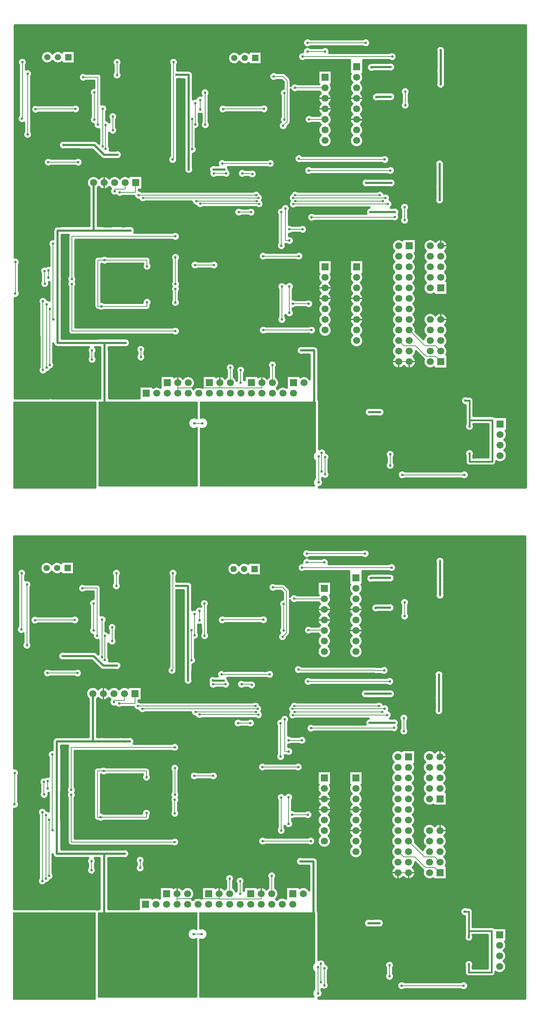
<source format=gbr>
G04 DipTrace 2.4.0.2*
%INBottom.gbr*%
%MOIN*%
%ADD13C,0.02*%
%ADD14C,0.006*%
%ADD15C,0.015*%
%ADD16C,0.0197*%
%ADD17C,0.0118*%
%ADD27R,0.0669X0.0669*%
%ADD28C,0.0669*%
%ADD35R,0.0591X0.0591*%
%ADD36C,0.0591*%
%ADD49C,0.024*%
%FSLAX44Y44*%
G04*
G70*
G90*
G75*
G01*
%LNBottom*%
%LPD*%
X25610Y45815D2*
D13*
X30063D1*
Y51543D1*
X28843D1*
X21539Y68709D2*
X20535D1*
X20516Y68728D1*
X18154D2*
Y77705D1*
X16992D1*
X6236Y71039D2*
X9189D1*
X10102Y70126D1*
X11382D1*
X23055Y46465D2*
Y41524D1*
X23016Y41484D1*
X36343Y45677D2*
X35299D1*
X11693Y62933D2*
X9980D1*
X5689Y58327D2*
Y62933D1*
X9106D1*
X9980D1*
X12146Y52264D2*
X10161D1*
X5689D1*
Y58327D1*
X12614Y62933D2*
X11693D1*
X10161Y52264D2*
Y45799D1*
X9106Y67469D2*
Y62933D1*
X12831Y46555D2*
X12858D1*
Y41622D1*
X5012Y46594D2*
Y41969D1*
X36795Y69673D2*
D14*
X35949D1*
X35929Y69693D1*
X28685D1*
X28626Y69752D1*
Y60500D2*
X25220D1*
X37740Y64220D2*
Y64181D1*
X29827D1*
Y53469D2*
X25240D1*
X39106D2*
X39122D1*
X40614Y51976D1*
X41598D1*
X42106Y51469D1*
X22909Y64673D2*
X24081D1*
X26953D2*
Y61484D1*
X27012Y57606D2*
Y54476D1*
X9984Y74496D2*
Y70933D1*
X42104Y76814D2*
D13*
Y78094D1*
Y80043D1*
X42001Y65832D2*
Y67087D1*
Y69257D1*
X42004Y69260D1*
X37358Y75634D2*
X36024D1*
X35988Y75598D1*
X37760Y64693D2*
X35417D1*
X37358Y78449D2*
X35551D1*
X35516Y78413D1*
X37398Y67449D2*
X35004D1*
X13617Y56161D2*
D14*
X13602D1*
X11848Y57915D1*
X10000Y56319D2*
X10252D1*
X11848Y57915D1*
X8406Y58089D2*
Y56772D1*
X10098Y59685D2*
X10079D1*
X10894Y58870D1*
X11848Y57915D1*
X16555Y57620D2*
Y58004D1*
Y58327D1*
Y59547D1*
X11848Y57915D2*
X13563Y59630D1*
Y61142D2*
X12720D1*
X12146D1*
X40291Y76756D2*
Y75654D1*
X40193Y65736D2*
Y64673D1*
X25433Y69602D2*
X21575D1*
X7433Y69780D2*
X3772D1*
X46185Y44311D2*
Y43108D1*
Y41752D1*
X38075Y42244D2*
Y40413D1*
X38370Y45433D2*
Y45500D1*
X39192D1*
X42209D1*
X46185Y43108D2*
X44601D1*
X42209Y45500D1*
X10106Y67469D2*
Y69236D1*
X9965Y69378D1*
X9512D1*
X9079Y69811D1*
X7465D1*
X7433Y69780D1*
X11402Y73906D2*
Y74496D1*
X10949Y74949D1*
X13705Y76051D2*
X14965D1*
X14984Y76031D1*
X7593Y76630D2*
Y78059D1*
X10811D1*
Y75087D1*
X10949Y74949D1*
X21857Y76271D2*
Y76659D1*
X18961Y79555D1*
X15122D1*
X15004Y79437D1*
Y76031D1*
X14984D1*
X34106Y75469D2*
X31106D1*
X25660Y76228D2*
X26323D1*
X26539Y76012D1*
Y72469D1*
X28980D1*
X29118Y72606D1*
Y75402D1*
X29197Y75480D1*
X31094D1*
X37071Y74280D2*
Y73433D1*
X37110Y73394D1*
X34181D1*
X34106Y73469D1*
X17106Y47469D2*
Y47984D1*
Y52819D1*
X17524Y53236D1*
Y54299D1*
X13882Y57941D1*
X11848D1*
Y57915D1*
X16555Y58004D2*
X11848Y57941D1*
X10106Y67469D2*
Y63315D1*
X17150D1*
X17465Y63000D1*
Y62055D1*
X17248Y61839D1*
X12720D1*
Y61142D1*
X25417Y63709D2*
Y68866D1*
X23606Y60756D2*
Y54240D1*
X31106Y56469D2*
X34106D1*
X17106Y47984D2*
X21102D1*
X21106Y47989D1*
Y48469D1*
Y47989D2*
X21124Y47971D1*
X25073D1*
X25102Y48000D1*
Y48465D1*
X25106Y48469D1*
X19453Y44634D2*
X18665D1*
X31106Y56469D2*
X30201D1*
Y54220D1*
X29984Y54004D1*
X23843D1*
X23606Y54240D1*
X32658Y42232D2*
X38063D1*
X38075Y42244D1*
X39106Y50469D2*
X38106D1*
X35803D1*
X35752Y50520D1*
Y54260D1*
X35594Y54417D1*
X34157D1*
X34106Y54469D1*
X39106Y50469D2*
Y49705D1*
X39138Y49673D1*
X42898D1*
X42996Y49772D1*
Y54319D1*
X42878Y54437D1*
X42138D1*
X42106Y54469D1*
X39138Y49673D2*
X39192Y49619D1*
Y45500D1*
X10909Y58886D2*
X10894Y58870D1*
X29437Y80756D2*
X34984D1*
X13602Y51646D2*
Y50913D1*
X29591Y73492D2*
X31083D1*
X31106Y73469D1*
X18764Y73000D2*
Y75028D1*
X8961Y51563D2*
Y50697D1*
X18878Y65717D2*
X24605D1*
X28285D2*
X36618D1*
X38106Y52469D2*
X38134D1*
X38626Y51976D1*
X39709D1*
X40713Y50972D1*
X41602D1*
X42106Y50469D1*
X13799Y66031D2*
X24773D1*
X28083D2*
X36854D1*
X19724Y72969D2*
Y76000D1*
X19705Y76020D1*
X27244Y73461D2*
Y75980D1*
X38736Y74827D2*
Y76126D1*
X2839Y72055D2*
Y77811D1*
X9165Y73461D2*
Y76039D1*
X38677Y65146D2*
Y63906D1*
X16890Y57382D2*
Y56099D1*
Y53374D2*
X7047D1*
Y57854D1*
X37327Y68630D2*
X29551D1*
Y55972D2*
X28035D1*
X27720Y63039D2*
X28980D1*
Y79437D2*
X37504D1*
X1663Y59941D2*
Y56959D1*
X1654Y56949D1*
X4469Y57894D2*
X4449D1*
Y59094D1*
X44354Y39732D2*
X38449D1*
X37307Y40630D2*
Y41673D1*
X29438Y79929D2*
X31106D1*
Y76469D2*
X28248D1*
X28232Y76484D1*
X2295Y73551D2*
X2346D1*
Y78906D1*
X12106Y67469D2*
Y66894D1*
X12051Y66839D1*
X11106D1*
Y66661D1*
X11594Y66543D2*
X13094D1*
Y67457D1*
X13106Y67469D1*
X37091Y65441D2*
X28094D1*
X24846Y65461D2*
X24827Y65480D1*
X19236D1*
X22106Y48469D2*
Y49909D1*
X4650D2*
Y55933D1*
X26106Y48469D2*
Y50165D1*
X4945D2*
Y55480D1*
X23094Y48472D2*
Y49673D1*
X4295D2*
Y56209D1*
X36323Y66287D2*
X28257D1*
X24571D2*
X13390D1*
X44846Y44331D2*
D15*
Y44929D1*
X47012D1*
Y40992D1*
X44846D1*
Y41752D1*
X44453Y46772D2*
X44846D1*
Y44929D1*
X25909Y69299D2*
D14*
X21343D1*
X20555Y59654D2*
X18744D1*
X7642Y69417D2*
X4787D1*
X27126Y72870D2*
X27500Y73244D1*
Y77181D1*
X27126Y77555D1*
X26220D1*
X19236Y74417D2*
Y75323D1*
X9520Y72969D2*
Y77496D1*
X8142D1*
X8122Y77476D1*
X18488Y70638D2*
Y73512D1*
X5240Y61681D2*
Y54457D1*
X5280Y54496D1*
X4823Y58465D2*
Y59154D1*
X27720Y55106D2*
Y57626D1*
X11343Y77690D2*
Y78902D1*
X16717Y78906D2*
Y69772D1*
X16618Y69673D1*
X20535Y68354D2*
X21717D1*
X23232D2*
X24138D1*
X24197Y68295D1*
X27346Y65028D2*
Y61976D1*
X27720D1*
X25315Y74484D2*
X21417D1*
X21398Y74465D1*
X7390Y74469D2*
X3618D1*
X3594Y74445D1*
X10929Y73748D2*
Y72449D1*
X10240Y70677D2*
Y72961D1*
X7047Y58327D2*
Y62370D1*
X16894D1*
Y60382D2*
Y57854D1*
X14193Y59528D2*
Y60118D1*
X10138D1*
X9843Y55728D2*
X9528D1*
Y60118D1*
X10138D1*
X9843Y55728D2*
X14193D1*
Y56122D1*
X31106Y41406D2*
Y39772D1*
X30516Y39004D2*
Y41465D1*
X30496Y41484D1*
X30791Y40067D2*
Y41819D1*
X25547Y-2697D2*
D13*
X30000D1*
Y3031D1*
X28780D1*
X21476Y20197D2*
X20472D1*
X20453Y20217D1*
X18091D2*
Y29193D1*
X16929D1*
X6173Y22528D2*
X9126D1*
X10039Y21614D1*
X11319D1*
X22992Y-2047D2*
Y-6988D1*
X22953Y-7028D1*
X36280Y-2835D2*
X35236D1*
X11630Y14421D2*
X9917D1*
X5626Y9815D2*
Y14421D1*
X9043D1*
X9917D1*
X12083Y3752D2*
X10098D1*
X5626D1*
Y9815D1*
X12551Y14421D2*
X11630D1*
X10098Y3752D2*
Y-2713D1*
X9043Y18957D2*
Y14421D1*
X12768Y-1957D2*
X12795D1*
Y-6890D1*
X4941Y-1917D2*
Y-6535D1*
X4961Y-6555D1*
X36732Y21161D2*
D14*
X35886D1*
X35866Y21181D1*
X28622D1*
X28563Y21240D1*
Y11988D2*
X25157D1*
X37677Y15709D2*
Y15669D1*
X29764D1*
Y4957D2*
X25177D1*
X39043D2*
X39059D1*
X40551Y3465D1*
X41535D1*
X42043Y2957D1*
X22846Y16161D2*
X24018D1*
X26890D2*
Y12972D1*
X26949Y9094D2*
Y5965D1*
X9921Y25984D2*
Y22421D1*
X42041Y28302D2*
D13*
Y29583D1*
Y31531D1*
X41938Y17320D2*
Y18575D1*
Y20745D1*
X41941Y20748D1*
X37295Y27122D2*
X35961D1*
X35925Y27087D1*
X37697Y16181D2*
X35354D1*
X37295Y29937D2*
X35488D1*
X35453Y29902D1*
X37335Y18937D2*
X34941D1*
X13554Y7650D2*
D14*
X13539D1*
X11785Y9404D1*
X9937Y7807D2*
X10189D1*
X11785Y9404D1*
X8343Y9577D2*
Y8260D1*
X10035Y11173D2*
X10016D1*
X10831Y10358D1*
X11785Y9404D1*
X16492Y9108D2*
Y9492D1*
Y9815D1*
Y11035D1*
X11785Y9404D2*
X13500Y11118D1*
Y12630D2*
X12657D1*
X12083D1*
X40228Y28244D2*
Y27142D1*
X40130Y17224D2*
Y16161D1*
X25370Y21091D2*
X21512D1*
X7370Y21268D2*
X3709D1*
X46122Y-4201D2*
Y-5404D1*
Y-6760D1*
X38012Y-6268D2*
Y-8098D1*
X38307Y-3079D2*
Y-3012D1*
X39129D1*
X42146D1*
X46122Y-5404D2*
X44538D1*
X42146Y-3012D1*
X10043Y18957D2*
Y20724D1*
X9902Y20866D1*
X9449D1*
X9016Y21299D1*
X7402D1*
X7370Y21268D1*
X11339Y25394D2*
Y25984D1*
X10886Y26437D1*
X13642Y27539D2*
X14902D1*
X14921Y27520D1*
X7530Y28118D2*
Y29547D1*
X10748D1*
Y26575D1*
X10886Y26437D1*
X21794Y27759D2*
Y28147D1*
X18898Y31043D1*
X15059D1*
X14941Y30925D1*
Y27520D1*
X14921D1*
X34043Y26957D2*
X31043D1*
X25597Y27717D2*
X26260D1*
X26476Y27500D1*
Y23957D1*
X28917D1*
X29055Y24094D1*
Y26890D1*
X29134Y26969D1*
X31031D1*
X31043Y26957D1*
X37008Y25768D2*
Y24921D1*
X37047Y24882D1*
X34118D1*
X34043Y24957D1*
X17043Y-1043D2*
Y-527D1*
Y4307D1*
X17461Y4724D1*
Y5787D1*
X13819Y9429D1*
X11785D1*
Y9404D1*
X16492Y9492D2*
X11785Y9429D1*
X10043Y18957D2*
Y14803D1*
X17087D1*
X17402Y14488D1*
Y13543D1*
X17185Y13327D1*
X12657D1*
Y12630D1*
X25354Y15197D2*
Y20354D1*
X23543Y12244D2*
Y5728D1*
X31043Y7957D2*
X34043D1*
X17043Y-527D2*
X21039D1*
X21043Y-531D1*
Y-43D1*
X21053Y-541D2*
X25010D1*
X25039Y-512D1*
Y-47D1*
X25043Y-43D1*
X19390Y-3878D2*
X18602D1*
X31043Y7957D2*
X30138D1*
Y5709D1*
X29921Y5492D1*
X23780D1*
X23543Y5728D1*
X32595Y-6280D2*
X38000D1*
X38012Y-6268D1*
X39043Y1957D2*
X38043D1*
X35740D1*
X35689Y2008D1*
Y5748D1*
X35531Y5906D1*
X34094D1*
X34043Y5957D1*
X39043Y1957D2*
Y1193D1*
X39075Y1161D1*
X42835D1*
X42933Y1260D1*
Y5807D1*
X42815Y5925D1*
X42075D1*
X42043Y5957D1*
X39075Y1161D2*
X39129Y1107D1*
Y-3012D1*
X10846Y10374D2*
X10831Y10358D1*
X29374Y32244D2*
X34921D1*
X13539Y3134D2*
Y2402D1*
X29528Y24980D2*
X31020D1*
X31043Y24957D1*
X18701Y24488D2*
Y26516D1*
X8898Y3051D2*
Y2185D1*
X18815Y17205D2*
X24542D1*
X28222D2*
X36555D1*
X38043Y3957D2*
X38071D1*
X38563Y3465D1*
X39646D1*
X40650Y2461D1*
X41539D1*
X42043Y1957D1*
X13736Y17520D2*
X24710D1*
X28020D2*
X36791D1*
X19661Y24457D2*
Y27488D1*
X19642Y27508D1*
X27181Y24949D2*
Y27469D1*
X38673Y26315D2*
Y27614D1*
X2776Y23543D2*
Y29311D1*
X9102Y24949D2*
Y27528D1*
X38614Y16634D2*
Y15394D1*
X16827Y8870D2*
Y7587D1*
Y4862D2*
X6984D1*
Y9343D1*
X37264Y20118D2*
X29488D1*
Y7461D2*
X27972D1*
X27657Y14528D2*
X28917D1*
Y30925D2*
X37441D1*
X1600Y11429D2*
Y8447D1*
X1591Y8437D1*
X4406Y9382D2*
X4386D1*
Y10583D1*
X44291Y-8780D2*
X38386D1*
X37244Y-7882D2*
Y-6839D1*
X29375Y31417D2*
X31043D1*
Y27957D2*
X28185D1*
X28169Y27972D1*
X2232Y25039D2*
X2283D1*
Y30394D1*
X12043Y18957D2*
Y18382D1*
X11988Y18327D1*
X11043D1*
Y18150D1*
X11531Y18031D2*
X13031D1*
Y18945D1*
X13043Y18957D1*
X37028Y16929D2*
X28031D1*
X24783Y16949D2*
X24764Y16969D1*
X19173D1*
X22043Y-43D2*
Y1398D1*
X4587D2*
Y7421D1*
X26043Y-43D2*
Y1654D1*
X4882D2*
Y6969D1*
X23031Y-39D2*
Y1161D1*
X4232D2*
Y7697D1*
X36260Y17776D2*
X28194D1*
X24508D2*
X13327D1*
X44783Y-4181D2*
D15*
Y-3583D1*
X46949D1*
Y-7520D1*
X44783D1*
Y-6760D1*
X44390Y-1740D2*
X44783D1*
Y-3583D1*
X25846Y20787D2*
D14*
X21280D1*
X20492Y11142D2*
X18681D1*
X7579Y20906D2*
X4724D1*
X27063Y24358D2*
X27437Y24732D1*
Y28669D1*
X27063Y29043D1*
X26157D1*
X19173Y25906D2*
Y26811D1*
X9457Y24457D2*
Y28984D1*
X8079D1*
X8059Y28965D1*
X18425Y22126D2*
Y25000D1*
X5177Y13169D2*
Y5945D1*
X5217Y5984D1*
X4760Y9953D2*
Y10642D1*
X27657Y6594D2*
Y9114D1*
X11280Y29179D2*
Y30390D1*
X16654Y30394D2*
Y21260D1*
X16555Y21161D1*
X20472Y19843D2*
X21654D1*
X23169D2*
X24075D1*
X24134Y19783D1*
X27283Y16516D2*
Y13465D1*
X27657D1*
X25252Y25972D2*
X21354D1*
X21335Y25953D1*
X7327Y25957D2*
X3555D1*
X3531Y25933D1*
X10866Y25236D2*
Y23937D1*
X10177Y22165D2*
Y24449D1*
X6984Y9815D2*
Y13858D1*
X16831D1*
Y11870D2*
Y9343D1*
X14130Y11016D2*
Y11606D1*
X10075D1*
X9780Y7217D2*
X9465D1*
Y11606D1*
X10075D1*
X9780Y7217D2*
X14130D1*
Y7610D1*
X31043Y-7106D2*
Y-8740D1*
X30453Y-9508D2*
Y-7047D1*
X30433Y-7028D1*
X30728Y-8445D2*
Y-6693D1*
D49*
X25610Y45815D3*
X28843Y51543D3*
X21539Y68709D3*
X20516Y68728D3*
X18154D3*
X16992Y77705D3*
X6236Y71039D3*
X11382Y70126D3*
X23055Y46465D3*
X23016Y41484D3*
X36343Y45677D3*
X35299D3*
X11693Y62933D3*
X9980D3*
X5689Y58327D3*
X12146Y52264D3*
X5689Y58327D3*
X12614Y62933D3*
X11693D3*
X10161Y45799D3*
X12831Y46555D3*
X12858Y41622D3*
X5012Y46594D3*
Y41969D3*
X36795Y69673D3*
X28626Y69752D3*
Y60500D3*
X25220D3*
X37740Y64220D3*
X29827Y64181D3*
Y53469D3*
X25240D3*
X22909Y64673D3*
X24081D3*
X26953D3*
Y61484D3*
X27012Y57606D3*
Y54476D3*
X9984Y74496D3*
Y70933D3*
X42104Y76814D3*
Y78094D3*
Y80043D3*
X42001Y65832D3*
Y67087D3*
X42004Y69260D3*
X37358Y75634D3*
X35988Y75598D3*
X37760Y64693D3*
X35417D3*
X37358Y78449D3*
X35516Y78413D3*
X37398Y67449D3*
X35004D3*
X13617Y56161D3*
X11848Y57915D3*
X10000Y56319D3*
X8406Y58089D3*
Y56772D3*
X10098Y59685D3*
X16555Y57620D3*
Y58327D3*
Y59547D3*
X13563Y59630D3*
Y61142D3*
X12146D3*
X40291Y76756D3*
Y75654D3*
X40193Y65736D3*
Y64673D3*
X25433Y69602D3*
X21575D3*
X7433Y69780D3*
X3772D3*
X46185Y44311D3*
Y41752D3*
X38075Y42244D3*
Y40413D3*
X38370Y45433D3*
X42209Y45500D3*
D3*
X7433Y69780D3*
X11402Y73906D3*
X10949Y74949D3*
X13705Y76051D3*
X14984Y76031D3*
X10949Y74949D3*
X7593Y76630D3*
X21857Y76271D3*
X25660Y76228D3*
X37071Y74280D3*
X25417Y63709D3*
Y68866D3*
X23606Y60756D3*
Y54240D3*
X19453Y44634D3*
X18665D3*
X32658Y42232D3*
X38075Y42244D3*
X29437Y80756D3*
X34984D3*
X13602Y51646D3*
Y50913D3*
X29591Y73492D3*
X18764Y73000D3*
Y75028D3*
X8961Y51563D3*
Y50697D3*
X18878Y65717D3*
X24605D3*
X28285D3*
X36618D3*
X13799Y66031D3*
X24773D3*
X28083D3*
X36854D3*
X19724Y72969D3*
X19705Y76020D3*
X27244Y73461D3*
Y75980D3*
X38736Y74827D3*
Y76126D3*
X2839Y72055D3*
Y77811D3*
X9165Y73461D3*
Y76039D3*
X38677Y65146D3*
Y63906D3*
X16890Y57382D3*
Y56099D3*
Y53374D3*
X7047Y57854D3*
X37327Y68630D3*
X29551D3*
Y55972D3*
X28035D3*
X27720Y63039D3*
X28980D3*
Y79437D3*
X37504D3*
X1663Y59941D3*
X1654Y56949D3*
X4449Y59094D3*
X4469Y57894D3*
X44354Y39732D3*
X38449D3*
X37307Y40630D3*
Y41673D3*
X29438Y79929D3*
X31106D3*
X28232Y76484D3*
X2295Y73551D3*
X2346Y78906D3*
X11106Y66661D3*
X11594Y66543D3*
X37091Y65441D3*
X28094D3*
X24846Y65461D3*
X19236Y65480D3*
X22106Y49909D3*
X4650D3*
Y55933D3*
X26106Y50165D3*
X4945D3*
Y55480D3*
X23094Y48472D3*
Y49673D3*
X4295D3*
Y56209D3*
X36323Y66287D3*
X28257D3*
X24571D3*
X13390D3*
X44846Y44331D3*
Y41752D3*
X44453Y46772D3*
X25909Y69299D3*
X21343D3*
X20555Y59654D3*
X18744D3*
X7642Y69417D3*
X4787D3*
X27126Y72870D3*
X26220Y77555D3*
X19236Y74417D3*
Y75323D3*
X9520Y72969D3*
X8122Y77476D3*
X18488Y70638D3*
Y73512D3*
X5240Y61681D3*
X5280Y54496D3*
X4823Y58465D3*
Y59154D3*
X27720Y55106D3*
Y57626D3*
X11343Y77690D3*
Y78902D3*
X16717Y78906D3*
X16618Y69673D3*
X20535Y68354D3*
X21717D3*
X23232D3*
X24197Y68295D3*
X27346Y65028D3*
X27720Y61976D3*
X25315Y74484D3*
X21398Y74465D3*
X7390Y74469D3*
X3594Y74445D3*
X10929Y73748D3*
Y72449D3*
X21398Y74465D3*
X10240Y70677D3*
Y72961D3*
X7047Y58327D3*
X16894Y62370D3*
Y60382D3*
Y57854D3*
X14193Y59528D3*
X10138Y60118D3*
X9843Y55728D3*
X14193Y56122D3*
X9843Y55728D3*
X31106Y41406D3*
Y39772D3*
X30516Y39004D3*
X30496Y41484D3*
X30791Y40067D3*
Y41819D3*
X25547Y-2697D3*
X28780Y3031D3*
X21476Y20197D3*
X20453Y20217D3*
X18091D3*
X16929Y29193D3*
X6173Y22528D3*
X11319Y21614D3*
X22992Y-2047D3*
X22953Y-7028D3*
X36280Y-2835D3*
X35236D3*
X11630Y14421D3*
X9917D3*
X5626Y9815D3*
X12083Y3752D3*
X5626Y9815D3*
X12551Y14421D3*
X11630D3*
X10098Y-2713D3*
X12768Y-1957D3*
X12795Y-6890D3*
X4941Y-1917D3*
X4961Y-6555D3*
X36732Y21161D3*
X28563Y21240D3*
Y11988D3*
X25157D3*
X37677Y15709D3*
X29764Y15669D3*
Y4957D3*
X25177D3*
X22846Y16161D3*
X24018D3*
X26890D3*
Y12972D3*
X26949Y9094D3*
Y5965D3*
X9921Y25984D3*
Y22421D3*
X42041Y28302D3*
Y29583D3*
Y31531D3*
X41938Y17320D3*
Y18575D3*
X41941Y20748D3*
X37295Y27122D3*
X35925Y27087D3*
X37697Y16181D3*
X35354D3*
X37295Y29937D3*
X35453Y29902D3*
X37335Y18937D3*
X34941D3*
X13554Y7650D3*
X11785Y9404D3*
X9937Y7807D3*
X8343Y9577D3*
Y8260D3*
X10035Y11173D3*
X16492Y9108D3*
Y9815D3*
Y11035D3*
X13500Y11118D3*
Y12630D3*
X12083D3*
X40228Y28244D3*
Y27142D3*
X40130Y17224D3*
Y16161D3*
X25370Y21091D3*
X21512D3*
X7370Y21268D3*
X3709D3*
X46122Y-4201D3*
Y-6760D3*
X38012Y-6268D3*
Y-8098D3*
X38307Y-3079D3*
X42146Y-3012D3*
D3*
X7370Y21268D3*
X11339Y25394D3*
X10886Y26437D3*
X13642Y27539D3*
X14921Y27520D3*
X10886Y26437D3*
X7530Y28118D3*
X21794Y27759D3*
X25597Y27717D3*
X37008Y25768D3*
X25354Y15197D3*
Y20354D3*
X23543Y12244D3*
Y5728D3*
X19390Y-3878D3*
X18602D3*
X32595Y-6280D3*
X38012Y-6268D3*
X29374Y32244D3*
X34921D3*
X13539Y3134D3*
Y2402D3*
X29528Y24980D3*
X18701Y24488D3*
Y26516D3*
X8898Y3051D3*
Y2185D3*
X18815Y17205D3*
X24542D3*
X28222D3*
X36555D3*
X13736Y17520D3*
X24710D3*
X28020D3*
X36791D3*
X19661Y24457D3*
X19642Y27508D3*
X27181Y24949D3*
Y27469D3*
X38673Y26315D3*
Y27614D3*
X2776Y23543D3*
Y29311D3*
X9102Y24949D3*
Y27528D3*
X38614Y16634D3*
Y15394D3*
X16827Y8870D3*
Y7587D3*
Y4862D3*
X6984Y9343D3*
X37264Y20118D3*
X29488D3*
Y7461D3*
X27972D3*
X27657Y14528D3*
X28917D3*
Y30925D3*
X37441D3*
X1600Y11429D3*
X1591Y8437D3*
X4386Y10583D3*
X4406Y9382D3*
X44291Y-8780D3*
X38386D3*
X37244Y-7882D3*
Y-6839D3*
X29375Y31417D3*
X31043D3*
X28169Y27972D3*
X2232Y25039D3*
X2283Y30394D3*
X11043Y18150D3*
X11531Y18031D3*
X37028Y16929D3*
X28031D3*
X24783Y16949D3*
X19173Y16969D3*
X22043Y1398D3*
X4587D3*
Y7421D3*
X26043Y1654D3*
X4882D3*
Y6969D3*
X23031Y-39D3*
Y1161D3*
X4232D3*
Y7697D3*
X36260Y17776D3*
X28194D3*
X24508D3*
X13327D3*
X44783Y-4181D3*
Y-6760D3*
X44390Y-1740D3*
X25846Y20787D3*
X21280D3*
X20492Y11142D3*
X18681D3*
X7579Y20906D3*
X4724D3*
X27063Y24358D3*
X26157Y29043D3*
X19173Y25906D3*
Y26811D3*
X9457Y24457D3*
X8059Y28965D3*
X18425Y22126D3*
Y25000D3*
X5177Y13169D3*
X5217Y5984D3*
X4760Y9953D3*
Y10642D3*
X27657Y6594D3*
Y9114D3*
X11280Y29179D3*
Y30390D3*
X16654Y30394D3*
X16555Y21161D3*
X20472Y19843D3*
X21654D3*
X23169D3*
X24134Y19783D3*
X27283Y16516D3*
X27657Y13465D3*
X25252Y25972D3*
X21335Y25953D3*
X7327Y25957D3*
X3531Y25933D3*
X10866Y25236D3*
Y23937D3*
X21335Y25953D3*
X10177Y22165D3*
Y24449D3*
X6984Y9815D3*
X16831Y13858D3*
Y11870D3*
Y9343D3*
X14130Y11016D3*
X10075Y11606D3*
X9780Y7217D3*
X14130Y7610D3*
X9780Y7217D3*
X31043Y-7106D3*
Y-8740D3*
X30453Y-9508D3*
X30433Y-7028D3*
X30728Y-8445D3*
Y-6693D3*
X10909Y58886D3*
Y58492D3*
Y58098D3*
Y57705D3*
Y57311D3*
X42071Y44929D3*
X11303Y58886D3*
Y58492D3*
Y58098D3*
Y57705D3*
Y57311D3*
X42071Y44535D3*
X11697Y58886D3*
Y58492D3*
Y57311D3*
X42071Y44142D3*
X12091Y58886D3*
Y58492D3*
Y57311D3*
X42071Y43748D3*
X12484Y58886D3*
Y58492D3*
Y58098D3*
Y57705D3*
Y57311D3*
X42071Y43354D3*
Y42961D3*
Y42567D3*
Y42173D3*
Y41780D3*
Y41386D3*
X42465Y44929D3*
Y44535D3*
Y44142D3*
Y43748D3*
Y43354D3*
Y42961D3*
Y42567D3*
Y42173D3*
Y41780D3*
Y41386D3*
X44669Y79161D3*
Y78768D3*
Y78374D3*
Y77980D3*
Y77587D3*
Y77193D3*
Y76799D3*
Y76406D3*
Y76012D3*
Y75618D3*
Y75224D3*
Y74831D3*
X45063Y79161D3*
Y78768D3*
Y78374D3*
Y77980D3*
Y77587D3*
Y77193D3*
Y76799D3*
Y76406D3*
Y76012D3*
Y75618D3*
Y75224D3*
Y74831D3*
X45457Y79161D3*
Y78768D3*
Y78374D3*
Y77980D3*
Y77587D3*
Y77193D3*
Y76799D3*
Y76406D3*
Y76012D3*
Y75618D3*
Y75224D3*
Y74831D3*
X45850Y79161D3*
Y78768D3*
Y78374D3*
Y77980D3*
Y77587D3*
Y77193D3*
Y76799D3*
Y76406D3*
Y76012D3*
Y75618D3*
Y75224D3*
Y74831D3*
X46244Y79161D3*
Y78768D3*
Y78374D3*
Y77980D3*
Y77587D3*
Y77193D3*
Y76799D3*
Y76406D3*
Y76012D3*
Y75618D3*
Y75224D3*
Y74831D3*
X46638Y79161D3*
Y78768D3*
Y78374D3*
Y77980D3*
Y77587D3*
Y77193D3*
Y76799D3*
Y76406D3*
Y76012D3*
Y75618D3*
Y75224D3*
Y74831D3*
X47031Y79161D3*
Y78768D3*
Y78374D3*
Y77980D3*
Y77587D3*
Y77193D3*
Y76799D3*
Y76406D3*
Y76012D3*
Y75618D3*
Y75224D3*
Y74831D3*
X47425Y79161D3*
Y78768D3*
Y78374D3*
Y77980D3*
Y77587D3*
Y77193D3*
Y76799D3*
Y76406D3*
Y76012D3*
Y75618D3*
Y75224D3*
Y74831D3*
X47819Y79161D3*
Y78768D3*
Y78374D3*
Y77980D3*
Y77587D3*
Y77193D3*
Y76799D3*
Y76406D3*
Y76012D3*
Y75618D3*
Y75224D3*
Y74831D3*
X48213Y79161D3*
Y78768D3*
Y78374D3*
Y77980D3*
Y77587D3*
Y77193D3*
Y76799D3*
Y76406D3*
Y76012D3*
Y75618D3*
Y75224D3*
Y74831D3*
X48606Y79161D3*
Y78768D3*
Y78374D3*
Y77980D3*
Y77587D3*
Y77193D3*
Y76799D3*
Y76406D3*
Y76012D3*
Y75618D3*
Y75224D3*
Y74831D3*
X49000Y79161D3*
Y78768D3*
Y78374D3*
Y77980D3*
Y77587D3*
Y77193D3*
Y76799D3*
Y76406D3*
Y76012D3*
Y75618D3*
Y75224D3*
Y74831D3*
X44571Y68079D3*
Y67685D3*
Y67291D3*
Y66898D3*
Y66504D3*
Y66110D3*
Y65717D3*
Y65323D3*
Y64929D3*
Y64535D3*
Y64142D3*
Y63748D3*
X44965Y68079D3*
Y67685D3*
Y67291D3*
Y66898D3*
Y66504D3*
Y66110D3*
Y65717D3*
Y65323D3*
Y64929D3*
Y64535D3*
Y64142D3*
Y63748D3*
X45358Y68079D3*
Y67685D3*
Y67291D3*
Y66898D3*
Y66504D3*
Y66110D3*
Y65717D3*
Y65323D3*
Y64929D3*
Y64535D3*
Y64142D3*
Y63748D3*
X45752Y68079D3*
Y67685D3*
Y67291D3*
Y66898D3*
Y66504D3*
Y66110D3*
Y65717D3*
Y65323D3*
Y64929D3*
Y64535D3*
Y64142D3*
Y63748D3*
X46146Y68079D3*
Y67685D3*
Y67291D3*
Y66898D3*
Y66504D3*
Y66110D3*
Y65717D3*
Y65323D3*
Y64929D3*
Y64535D3*
Y64142D3*
Y63748D3*
X46539Y68079D3*
Y67685D3*
Y67291D3*
Y66898D3*
Y66504D3*
Y66110D3*
Y65717D3*
Y65323D3*
Y64929D3*
Y64535D3*
Y64142D3*
Y63748D3*
X46933Y68079D3*
Y67685D3*
Y67291D3*
Y66898D3*
Y66504D3*
Y66110D3*
Y65717D3*
Y65323D3*
Y64929D3*
Y64535D3*
Y64142D3*
Y63748D3*
X47327Y68079D3*
Y67685D3*
Y67291D3*
Y66898D3*
Y66504D3*
Y66110D3*
Y65717D3*
Y65323D3*
Y64929D3*
Y64535D3*
Y64142D3*
Y63748D3*
X47720Y68079D3*
Y67685D3*
Y67291D3*
Y66898D3*
Y66504D3*
Y66110D3*
Y65717D3*
Y65323D3*
Y64929D3*
Y64535D3*
Y64142D3*
Y63748D3*
X48114Y68079D3*
Y67685D3*
Y67291D3*
Y66898D3*
Y66504D3*
Y66110D3*
Y65717D3*
Y65323D3*
Y64929D3*
Y64535D3*
Y64142D3*
Y63748D3*
X48508Y68079D3*
Y67685D3*
Y67291D3*
Y66898D3*
Y66504D3*
Y66110D3*
Y65717D3*
Y65323D3*
Y64929D3*
Y64535D3*
Y64142D3*
Y63748D3*
X48902Y68079D3*
Y67685D3*
Y67291D3*
Y66898D3*
Y66504D3*
Y66110D3*
Y65717D3*
Y65323D3*
Y64929D3*
Y64535D3*
Y64142D3*
Y63748D3*
X22602Y45972D3*
Y45579D3*
X22996Y45972D3*
Y45579D3*
X23390Y45972D3*
Y45579D3*
X12440Y45949D3*
Y45555D3*
X12833Y45949D3*
Y45555D3*
X13227Y45949D3*
Y45555D3*
X4609Y45945D3*
Y45551D3*
X5003Y45945D3*
Y45551D3*
X5397Y45945D3*
Y45551D3*
X10846Y10374D3*
Y9980D3*
Y9587D3*
Y9193D3*
Y8799D3*
X42008Y-3583D3*
X11240Y10374D3*
Y9980D3*
Y9587D3*
Y9193D3*
Y8799D3*
X42008Y-3976D3*
X11634Y10374D3*
Y9980D3*
Y8799D3*
X42008Y-4370D3*
X12028Y10374D3*
Y9980D3*
Y8799D3*
X42008Y-4764D3*
X12421Y10374D3*
Y9980D3*
Y9587D3*
Y9193D3*
Y8799D3*
X42008Y-5157D3*
Y-5551D3*
Y-5945D3*
Y-6339D3*
Y-6732D3*
Y-7126D3*
X42402Y-3583D3*
Y-3976D3*
Y-4370D3*
Y-4764D3*
Y-5157D3*
Y-5551D3*
Y-5945D3*
Y-6339D3*
Y-6732D3*
Y-7126D3*
X44606Y30650D3*
Y30256D3*
Y29862D3*
Y29469D3*
Y29075D3*
Y28681D3*
Y28287D3*
Y27894D3*
Y27500D3*
Y27106D3*
Y26713D3*
Y26319D3*
X45000Y30650D3*
Y30256D3*
Y29862D3*
Y29469D3*
Y29075D3*
Y28681D3*
Y28287D3*
Y27894D3*
Y27500D3*
Y27106D3*
Y26713D3*
Y26319D3*
X45394Y30650D3*
Y30256D3*
Y29862D3*
Y29469D3*
Y29075D3*
Y28681D3*
Y28287D3*
Y27894D3*
Y27500D3*
Y27106D3*
Y26713D3*
Y26319D3*
X45787Y30650D3*
Y30256D3*
Y29862D3*
Y29469D3*
Y29075D3*
Y28681D3*
Y28287D3*
Y27894D3*
Y27500D3*
Y27106D3*
Y26713D3*
Y26319D3*
X46181Y30650D3*
Y30256D3*
Y29862D3*
Y29469D3*
Y29075D3*
Y28681D3*
Y28287D3*
Y27894D3*
Y27500D3*
Y27106D3*
Y26713D3*
Y26319D3*
X46575Y30650D3*
Y30256D3*
Y29862D3*
Y29469D3*
Y29075D3*
Y28681D3*
Y28287D3*
Y27894D3*
Y27500D3*
Y27106D3*
Y26713D3*
Y26319D3*
X46969Y30650D3*
Y30256D3*
Y29862D3*
Y29469D3*
Y29075D3*
Y28681D3*
Y28287D3*
Y27894D3*
Y27500D3*
Y27106D3*
Y26713D3*
Y26319D3*
X47362Y30650D3*
Y30256D3*
Y29862D3*
Y29469D3*
Y29075D3*
Y28681D3*
Y28287D3*
Y27894D3*
Y27500D3*
Y27106D3*
Y26713D3*
Y26319D3*
X47756Y30650D3*
Y30256D3*
Y29862D3*
Y29469D3*
Y29075D3*
Y28681D3*
Y28287D3*
Y27894D3*
Y27500D3*
Y27106D3*
Y26713D3*
Y26319D3*
X48150Y30650D3*
Y30256D3*
Y29862D3*
Y29469D3*
Y29075D3*
Y28681D3*
Y28287D3*
Y27894D3*
Y27500D3*
Y27106D3*
Y26713D3*
Y26319D3*
X48543Y30650D3*
Y30256D3*
Y29862D3*
Y29469D3*
Y29075D3*
Y28681D3*
Y28287D3*
Y27894D3*
Y27500D3*
Y27106D3*
Y26713D3*
Y26319D3*
X48937Y30650D3*
Y30256D3*
Y29862D3*
Y29469D3*
Y29075D3*
Y28681D3*
Y28287D3*
Y27894D3*
Y27500D3*
Y27106D3*
Y26713D3*
Y26319D3*
X44508Y19567D3*
Y19173D3*
Y18780D3*
Y18386D3*
Y17992D3*
Y17598D3*
Y17205D3*
Y16811D3*
Y16417D3*
Y16024D3*
Y15630D3*
Y15236D3*
X44902Y19567D3*
Y19173D3*
Y18780D3*
Y18386D3*
Y17992D3*
Y17598D3*
Y17205D3*
Y16811D3*
Y16417D3*
Y16024D3*
Y15630D3*
Y15236D3*
X45295Y19567D3*
Y19173D3*
Y18780D3*
Y18386D3*
Y17992D3*
Y17598D3*
Y17205D3*
Y16811D3*
Y16417D3*
Y16024D3*
Y15630D3*
Y15236D3*
X45689Y19567D3*
Y19173D3*
Y18780D3*
Y18386D3*
Y17992D3*
Y17598D3*
Y17205D3*
Y16811D3*
Y16417D3*
Y16024D3*
Y15630D3*
Y15236D3*
X46083Y19567D3*
Y19173D3*
Y18780D3*
Y18386D3*
Y17992D3*
Y17598D3*
Y17205D3*
Y16811D3*
Y16417D3*
Y16024D3*
Y15630D3*
Y15236D3*
X46476Y19567D3*
Y19173D3*
Y18780D3*
Y18386D3*
Y17992D3*
Y17598D3*
Y17205D3*
Y16811D3*
Y16417D3*
Y16024D3*
Y15630D3*
Y15236D3*
X46870Y19567D3*
Y19173D3*
Y18780D3*
Y18386D3*
Y17992D3*
Y17598D3*
Y17205D3*
Y16811D3*
Y16417D3*
Y16024D3*
Y15630D3*
Y15236D3*
X47264Y19567D3*
Y19173D3*
Y18780D3*
Y18386D3*
Y17992D3*
Y17598D3*
Y17205D3*
Y16811D3*
Y16417D3*
Y16024D3*
Y15630D3*
Y15236D3*
X47657Y19567D3*
Y19173D3*
Y18780D3*
Y18386D3*
Y17992D3*
Y17598D3*
Y17205D3*
Y16811D3*
Y16417D3*
Y16024D3*
Y15630D3*
Y15236D3*
X48051Y19567D3*
Y19173D3*
Y18780D3*
Y18386D3*
Y17992D3*
Y17598D3*
Y17205D3*
Y16811D3*
Y16417D3*
Y16024D3*
Y15630D3*
Y15236D3*
X48445Y19567D3*
Y19173D3*
Y18780D3*
Y18386D3*
Y17992D3*
Y17598D3*
Y17205D3*
Y16811D3*
Y16417D3*
Y16024D3*
Y15630D3*
Y15236D3*
X48839Y19567D3*
Y19173D3*
Y18780D3*
Y18386D3*
Y17992D3*
Y17598D3*
Y17205D3*
Y16811D3*
Y16417D3*
Y16024D3*
Y15630D3*
Y15236D3*
X22539Y-2539D3*
Y-2933D3*
X22933Y-2539D3*
Y-2933D3*
X23327Y-2539D3*
Y-2933D3*
X12377Y-2563D3*
Y-2957D3*
X12770Y-2563D3*
Y-2957D3*
X13164Y-2563D3*
Y-2957D3*
X4546Y-2567D3*
Y-2961D3*
X4940Y-2567D3*
Y-2961D3*
X5334Y-2567D3*
Y-2961D3*
X1618Y82214D2*
D16*
X50201D1*
X1618Y82018D2*
X50201D1*
X1618Y81823D2*
X50201D1*
X1618Y81627D2*
X50201D1*
X1618Y81432D2*
X50201D1*
X1618Y81236D2*
X50201D1*
X1618Y81041D2*
X29105D1*
X35318D2*
X50201D1*
X1618Y80845D2*
X29004D1*
X35416D2*
X50201D1*
X1618Y80650D2*
X29007D1*
X35413D2*
X50201D1*
X1618Y80454D2*
X29121D1*
X35300D2*
X41984D1*
X42226D2*
X50201D1*
X1618Y80259D2*
X29152D1*
X31390D2*
X41719D1*
X42488D2*
X50201D1*
X1618Y80063D2*
X29016D1*
X31529D2*
X41661D1*
X42546D2*
X50201D1*
X1618Y79867D2*
X4330D1*
X5080D2*
X5330D1*
X7322D2*
X22259D1*
X22716D2*
X23258D1*
X23716D2*
X23871D1*
X25106D2*
X28998D1*
X31544D2*
X41682D1*
X42528D2*
X50201D1*
X1618Y79672D2*
X4161D1*
X7322D2*
X21994D1*
X25106D2*
X28607D1*
X37877D2*
X41682D1*
X42528D2*
X50201D1*
X1618Y79476D2*
X4093D1*
X7322D2*
X21896D1*
X25106D2*
X28540D1*
X37945D2*
X41682D1*
X42528D2*
X50201D1*
X1618Y79281D2*
X2131D1*
X2561D2*
X4096D1*
X7322D2*
X11134D1*
X11551D2*
X16501D1*
X16931D2*
X21871D1*
X25106D2*
X28567D1*
X37917D2*
X41682D1*
X42528D2*
X50201D1*
X1618Y79085D2*
X1943D1*
X2748D2*
X4167D1*
X7322D2*
X10943D1*
X11742D2*
X16313D1*
X17119D2*
X21914D1*
X25106D2*
X28724D1*
X29234D2*
X33449D1*
X34764D2*
X37250D1*
X37760D2*
X41682D1*
X42528D2*
X50201D1*
X1618Y78890D2*
X1903D1*
X2788D2*
X4352D1*
X5058D2*
X5351D1*
X7322D2*
X10900D1*
X11785D2*
X16273D1*
X17159D2*
X22040D1*
X22938D2*
X23040D1*
X25106D2*
X33449D1*
X34764D2*
X41682D1*
X42528D2*
X50201D1*
X1618Y78694D2*
X1962D1*
X2733D2*
X10955D1*
X11730D2*
X16332D1*
X17103D2*
X33449D1*
X34764D2*
X35180D1*
X37723D2*
X41682D1*
X42528D2*
X50201D1*
X1618Y78499D2*
X1992D1*
X2699D2*
X10989D1*
X11696D2*
X16363D1*
X17069D2*
X33449D1*
X34764D2*
X35082D1*
X37797D2*
X41682D1*
X42528D2*
X50201D1*
X1618Y78303D2*
X1992D1*
X2699D2*
X10989D1*
X11696D2*
X16363D1*
X17069D2*
X33449D1*
X34764D2*
X35088D1*
X37776D2*
X41682D1*
X42528D2*
X50201D1*
X1618Y78108D2*
X1992D1*
X3170D2*
X10989D1*
X11696D2*
X16363D1*
X18183D2*
X33449D1*
X34764D2*
X35205D1*
X37628D2*
X41661D1*
X42546D2*
X50201D1*
X1618Y77912D2*
X1992D1*
X3271D2*
X10961D1*
X11724D2*
X16363D1*
X18518D2*
X25974D1*
X26466D2*
X30450D1*
X31762D2*
X33449D1*
X34764D2*
X41682D1*
X42528D2*
X50201D1*
X1618Y77717D2*
X1992D1*
X3268D2*
X7753D1*
X9789D2*
X10900D1*
X11785D2*
X16363D1*
X18576D2*
X25808D1*
X27456D2*
X30450D1*
X31762D2*
X33498D1*
X34712D2*
X41682D1*
X42528D2*
X50201D1*
X1618Y77521D2*
X1992D1*
X3191D2*
X7683D1*
X9872D2*
X10934D1*
X11751D2*
X16363D1*
X18576D2*
X25781D1*
X27650D2*
X30450D1*
X31762D2*
X33452D1*
X34761D2*
X41682D1*
X42528D2*
X50201D1*
X1618Y77325D2*
X1992D1*
X3191D2*
X7707D1*
X9872D2*
X11109D1*
X11576D2*
X16363D1*
X18576D2*
X25845D1*
X27819D2*
X30450D1*
X31762D2*
X33464D1*
X34746D2*
X41682D1*
X42528D2*
X50201D1*
X1618Y77130D2*
X1992D1*
X3191D2*
X7861D1*
X8383D2*
X9168D1*
X9872D2*
X16363D1*
X17069D2*
X17731D1*
X18576D2*
X27060D1*
X27853D2*
X30450D1*
X31762D2*
X33547D1*
X34666D2*
X41682D1*
X42528D2*
X50201D1*
X1618Y76934D2*
X1992D1*
X3191D2*
X9168D1*
X9872D2*
X16363D1*
X17069D2*
X17731D1*
X18576D2*
X27146D1*
X27853D2*
X30450D1*
X31762D2*
X33652D1*
X34561D2*
X41679D1*
X42528D2*
X50201D1*
X1618Y76739D2*
X1992D1*
X3191D2*
X9168D1*
X9872D2*
X16363D1*
X17069D2*
X17731D1*
X18576D2*
X27146D1*
X31704D2*
X33510D1*
X34703D2*
X41667D1*
X42540D2*
X50201D1*
X1618Y76543D2*
X1992D1*
X3191D2*
X9168D1*
X9872D2*
X16363D1*
X17069D2*
X17731D1*
X18576D2*
X27146D1*
X31759D2*
X33455D1*
X34758D2*
X38647D1*
X38824D2*
X41759D1*
X42448D2*
X50201D1*
X1618Y76348D2*
X1992D1*
X3191D2*
X8855D1*
X9872D2*
X16363D1*
X17069D2*
X17731D1*
X18576D2*
X19417D1*
X19991D2*
X27014D1*
X31753D2*
X33461D1*
X34752D2*
X38357D1*
X39117D2*
X50201D1*
X1618Y76152D2*
X1992D1*
X3191D2*
X8738D1*
X9872D2*
X16363D1*
X17069D2*
X17731D1*
X18576D2*
X19285D1*
X20127D2*
X26839D1*
X31679D2*
X33532D1*
X34678D2*
X38293D1*
X39178D2*
X50201D1*
X1618Y75957D2*
X1992D1*
X3191D2*
X8731D1*
X9872D2*
X16363D1*
X17069D2*
X17731D1*
X18576D2*
X19266D1*
X20142D2*
X26802D1*
X27853D2*
X30677D1*
X31535D2*
X33676D1*
X34537D2*
X35743D1*
X37652D2*
X38330D1*
X39144D2*
X50201D1*
X1618Y75761D2*
X1992D1*
X3191D2*
X8811D1*
X9872D2*
X16363D1*
X17069D2*
X17731D1*
X18576D2*
X19349D1*
X20077D2*
X26863D1*
X27853D2*
X30520D1*
X31692D2*
X33519D1*
X34694D2*
X35577D1*
X37782D2*
X38382D1*
X39089D2*
X50201D1*
X1618Y75566D2*
X1992D1*
X3191D2*
X8811D1*
X9872D2*
X16363D1*
X17069D2*
X17731D1*
X18576D2*
X18869D1*
X20077D2*
X26891D1*
X27853D2*
X30456D1*
X31756D2*
X33458D1*
X34755D2*
X35546D1*
X37794D2*
X38382D1*
X39089D2*
X50201D1*
X1618Y75370D2*
X1992D1*
X3191D2*
X8811D1*
X9872D2*
X16363D1*
X17069D2*
X17731D1*
X20077D2*
X26891D1*
X27853D2*
X30456D1*
X31756D2*
X33458D1*
X34755D2*
X35611D1*
X37708D2*
X38382D1*
X39089D2*
X50201D1*
X1618Y75175D2*
X1992D1*
X3191D2*
X8811D1*
X9872D2*
X16363D1*
X17069D2*
X17731D1*
X20077D2*
X26891D1*
X27853D2*
X30520D1*
X31692D2*
X33519D1*
X34691D2*
X38382D1*
X39089D2*
X50201D1*
X1618Y74979D2*
X1992D1*
X3191D2*
X8811D1*
X9872D2*
X16363D1*
X17069D2*
X17731D1*
X20077D2*
X26891D1*
X27853D2*
X30677D1*
X31535D2*
X33679D1*
X34534D2*
X38321D1*
X39150D2*
X50201D1*
X1618Y74783D2*
X1992D1*
X3191D2*
X3321D1*
X7691D2*
X8811D1*
X10315D2*
X16363D1*
X17069D2*
X17731D1*
X20077D2*
X21099D1*
X25632D2*
X26891D1*
X27853D2*
X30533D1*
X31679D2*
X33532D1*
X34681D2*
X38296D1*
X39178D2*
X50201D1*
X1618Y74588D2*
X1992D1*
X7814D2*
X8811D1*
X10416D2*
X16363D1*
X17069D2*
X17731D1*
X20077D2*
X20973D1*
X25746D2*
X26891D1*
X27853D2*
X30459D1*
X31753D2*
X33461D1*
X34752D2*
X38367D1*
X39104D2*
X50201D1*
X1618Y74392D2*
X1992D1*
X7827D2*
X8811D1*
X10413D2*
X16363D1*
X17069D2*
X17731D1*
X20077D2*
X20961D1*
X25746D2*
X26891D1*
X27853D2*
X30453D1*
X31759D2*
X33455D1*
X34758D2*
X50201D1*
X1618Y74197D2*
X1992D1*
X7734D2*
X8811D1*
X10336D2*
X16363D1*
X17069D2*
X17731D1*
X20077D2*
X21050D1*
X25645D2*
X26891D1*
X27853D2*
X30511D1*
X31704D2*
X33510D1*
X34703D2*
X50201D1*
X1618Y74001D2*
X1992D1*
X3191D2*
X8811D1*
X10336D2*
X10571D1*
X11287D2*
X16363D1*
X17069D2*
X17731D1*
X20077D2*
X26891D1*
X27853D2*
X30653D1*
X31559D2*
X33652D1*
X34561D2*
X50201D1*
X1618Y73806D2*
X1937D1*
X3191D2*
X8811D1*
X10336D2*
X10491D1*
X11367D2*
X16363D1*
X17069D2*
X17731D1*
X19118D2*
X19371D1*
X20077D2*
X26891D1*
X27853D2*
X29287D1*
X31667D2*
X33547D1*
X34666D2*
X50201D1*
X1618Y73610D2*
X1857D1*
X3191D2*
X8750D1*
X10336D2*
X10509D1*
X11348D2*
X16363D1*
X17069D2*
X17731D1*
X19118D2*
X19371D1*
X20077D2*
X26829D1*
X27853D2*
X29164D1*
X31747D2*
X33464D1*
X34749D2*
X50201D1*
X1618Y73415D2*
X1876D1*
X3191D2*
X8725D1*
X10336D2*
X10577D1*
X11281D2*
X16363D1*
X17069D2*
X17731D1*
X19118D2*
X19371D1*
X20077D2*
X26805D1*
X27853D2*
X29155D1*
X31762D2*
X33452D1*
X34761D2*
X50201D1*
X1618Y73219D2*
X2014D1*
X3191D2*
X8799D1*
X11281D2*
X16363D1*
X17069D2*
X17731D1*
X19145D2*
X19364D1*
X20084D2*
X26866D1*
X27853D2*
X29247D1*
X31713D2*
X33501D1*
X34712D2*
X50201D1*
X1618Y73024D2*
X2485D1*
X3191D2*
X9079D1*
X11281D2*
X16363D1*
X17069D2*
X17731D1*
X20164D2*
X26713D1*
X27770D2*
X30631D1*
X31584D2*
X33630D1*
X34583D2*
X50201D1*
X1618Y72828D2*
X2485D1*
X3191D2*
X9101D1*
X11281D2*
X16363D1*
X17069D2*
X17731D1*
X19170D2*
X19306D1*
X20142D2*
X26685D1*
X27573D2*
X30560D1*
X31652D2*
X33559D1*
X34654D2*
X50201D1*
X1618Y72633D2*
X2485D1*
X3191D2*
X9242D1*
X11330D2*
X16363D1*
X17069D2*
X17731D1*
X18992D2*
X19448D1*
X20001D2*
X26756D1*
X27496D2*
X30471D1*
X31741D2*
X33470D1*
X34743D2*
X50201D1*
X1618Y72437D2*
X2485D1*
X3191D2*
X9633D1*
X11373D2*
X16363D1*
X17069D2*
X17731D1*
X18841D2*
X30450D1*
X31762D2*
X33449D1*
X34764D2*
X50201D1*
X1618Y72241D2*
X2438D1*
X3238D2*
X9633D1*
X11318D2*
X16363D1*
X17069D2*
X17731D1*
X18841D2*
X30490D1*
X31722D2*
X33492D1*
X34721D2*
X50201D1*
X1618Y72046D2*
X2395D1*
X3281D2*
X9633D1*
X10592D2*
X10780D1*
X11078D2*
X16363D1*
X17069D2*
X17731D1*
X18841D2*
X30610D1*
X31602D2*
X33608D1*
X34604D2*
X50201D1*
X1618Y71850D2*
X2448D1*
X3228D2*
X9633D1*
X10592D2*
X16363D1*
X17069D2*
X17731D1*
X18841D2*
X30576D1*
X31636D2*
X33575D1*
X34635D2*
X50201D1*
X1618Y71655D2*
X2681D1*
X2995D2*
X9633D1*
X10592D2*
X16363D1*
X17069D2*
X17731D1*
X18841D2*
X30477D1*
X31735D2*
X33476D1*
X34737D2*
X50201D1*
X1618Y71459D2*
X6166D1*
X6306D2*
X9633D1*
X10592D2*
X16363D1*
X17069D2*
X17731D1*
X18841D2*
X30450D1*
X31762D2*
X33449D1*
X34764D2*
X50201D1*
X1618Y71264D2*
X5859D1*
X10592D2*
X16363D1*
X17069D2*
X17731D1*
X18841D2*
X30483D1*
X31729D2*
X33482D1*
X34730D2*
X50201D1*
X1618Y71068D2*
X5794D1*
X10592D2*
X16363D1*
X17069D2*
X17731D1*
X18841D2*
X30591D1*
X31621D2*
X33590D1*
X34623D2*
X50201D1*
X1618Y70873D2*
X5828D1*
X10635D2*
X16363D1*
X17069D2*
X17731D1*
X18859D2*
X30859D1*
X31353D2*
X33861D1*
X34352D2*
X50201D1*
X1618Y70677D2*
X5997D1*
X10684D2*
X16363D1*
X17069D2*
X17731D1*
X18930D2*
X50201D1*
X1618Y70482D2*
X9156D1*
X11631D2*
X16363D1*
X17069D2*
X17731D1*
X18902D2*
X50201D1*
X1618Y70286D2*
X9353D1*
X11794D2*
X16363D1*
X17069D2*
X17731D1*
X18743D2*
X50201D1*
X1618Y70091D2*
X9550D1*
X11822D2*
X16363D1*
X17069D2*
X17731D1*
X18576D2*
X28352D1*
X28899D2*
X36706D1*
X36884D2*
X50201D1*
X1618Y69895D2*
X9743D1*
X11757D2*
X16239D1*
X17069D2*
X17731D1*
X18576D2*
X28207D1*
X37176D2*
X50201D1*
X1618Y69699D2*
X4453D1*
X7977D2*
X16175D1*
X17060D2*
X17731D1*
X18576D2*
X21185D1*
X21498D2*
X25753D1*
X26066D2*
X28186D1*
X37237D2*
X50201D1*
X1618Y69504D2*
X4355D1*
X8076D2*
X16212D1*
X17026D2*
X17731D1*
X18576D2*
X20952D1*
X26300D2*
X28263D1*
X37203D2*
X41639D1*
X42368D2*
X50201D1*
X1618Y69308D2*
X4358D1*
X8070D2*
X16384D1*
X16851D2*
X17731D1*
X18576D2*
X20899D1*
X26352D2*
X36561D1*
X37028D2*
X41562D1*
X42445D2*
X50201D1*
X1618Y69113D2*
X4475D1*
X7956D2*
X17731D1*
X18576D2*
X20321D1*
X20711D2*
X20942D1*
X26309D2*
X41578D1*
X42423D2*
X50201D1*
X1618Y68917D2*
X17731D1*
X18576D2*
X20118D1*
X21926D2*
X25707D1*
X26112D2*
X29222D1*
X37656D2*
X41578D1*
X42423D2*
X50201D1*
X1618Y68722D2*
X17710D1*
X18595D2*
X20072D1*
X21981D2*
X23003D1*
X23461D2*
X29118D1*
X37760D2*
X41578D1*
X42423D2*
X50201D1*
X1618Y68526D2*
X17762D1*
X18546D2*
X20124D1*
X22123D2*
X22825D1*
X24571D2*
X29121D1*
X37757D2*
X41578D1*
X42423D2*
X50201D1*
X1618Y68331D2*
X17990D1*
X18318D2*
X20093D1*
X22160D2*
X22791D1*
X24639D2*
X29232D1*
X37646D2*
X41578D1*
X42423D2*
X50201D1*
X1618Y68135D2*
X20155D1*
X22098D2*
X22849D1*
X24608D2*
X41578D1*
X42423D2*
X50201D1*
X1618Y67940D2*
X8658D1*
X9555D2*
X9657D1*
X10555D2*
X10657D1*
X11554D2*
X11657D1*
X13763D2*
X20432D1*
X20640D2*
X21613D1*
X21821D2*
X23129D1*
X23335D2*
X23947D1*
X24445D2*
X41578D1*
X42423D2*
X50201D1*
X1618Y67744D2*
X8513D1*
X13763D2*
X34682D1*
X37720D2*
X41578D1*
X42423D2*
X50201D1*
X1618Y67549D2*
X8455D1*
X13763D2*
X34574D1*
X37828D2*
X41578D1*
X42423D2*
X50201D1*
X1618Y67353D2*
X8461D1*
X13763D2*
X34571D1*
X37831D2*
X41578D1*
X42423D2*
X50201D1*
X1618Y67157D2*
X8528D1*
X13763D2*
X34679D1*
X37723D2*
X41566D1*
X42438D2*
X50201D1*
X1618Y66962D2*
X8682D1*
X9527D2*
X9700D1*
X10515D2*
X10700D1*
X13763D2*
X41578D1*
X42426D2*
X50201D1*
X1618Y66766D2*
X8682D1*
X9527D2*
X10675D1*
X13446D2*
X41578D1*
X42423D2*
X50201D1*
X1618Y66571D2*
X8682D1*
X9527D2*
X10672D1*
X24906D2*
X27924D1*
X36656D2*
X41578D1*
X42423D2*
X50201D1*
X1618Y66375D2*
X8682D1*
X9527D2*
X10774D1*
X25039D2*
X27817D1*
X37120D2*
X41578D1*
X42423D2*
X50201D1*
X1618Y66180D2*
X8682D1*
X9527D2*
X11358D1*
X11831D2*
X12961D1*
X25189D2*
X27666D1*
X37271D2*
X41578D1*
X42423D2*
X50201D1*
X1618Y65984D2*
X8682D1*
X9527D2*
X13075D1*
X25214D2*
X27641D1*
X37296D2*
X41578D1*
X42423D2*
X50201D1*
X1618Y65789D2*
X8682D1*
X9527D2*
X13434D1*
X25140D2*
X27718D1*
X37351D2*
X41559D1*
X42441D2*
X50201D1*
X1618Y65593D2*
X8682D1*
X9527D2*
X18454D1*
X25269D2*
X27681D1*
X37505D2*
X41633D1*
X42371D2*
X50201D1*
X1618Y65398D2*
X8682D1*
X9527D2*
X18580D1*
X25285D2*
X27122D1*
X37533D2*
X38317D1*
X39037D2*
X50201D1*
X1618Y65202D2*
X8682D1*
X9527D2*
X18897D1*
X25202D2*
X26940D1*
X37459D2*
X38238D1*
X39117D2*
X50201D1*
X1618Y65007D2*
X8682D1*
X9527D2*
X22628D1*
X23190D2*
X23800D1*
X24362D2*
X26673D1*
X27788D2*
X35113D1*
X38065D2*
X38259D1*
X39095D2*
X50201D1*
X1618Y64811D2*
X8682D1*
X9527D2*
X22489D1*
X24500D2*
X26534D1*
X27730D2*
X34993D1*
X38185D2*
X38324D1*
X39030D2*
X50201D1*
X1618Y64615D2*
X8682D1*
X9527D2*
X22471D1*
X24519D2*
X26513D1*
X27699D2*
X34980D1*
X38197D2*
X38324D1*
X39030D2*
X50201D1*
X1618Y64420D2*
X8682D1*
X9527D2*
X22551D1*
X24439D2*
X26596D1*
X27699D2*
X29459D1*
X38132D2*
X38324D1*
X39030D2*
X50201D1*
X1618Y64224D2*
X8682D1*
X9527D2*
X26599D1*
X27699D2*
X29385D1*
X38182D2*
X38324D1*
X39030D2*
X50201D1*
X1618Y64029D2*
X8682D1*
X9527D2*
X26599D1*
X27699D2*
X29413D1*
X38138D2*
X38252D1*
X39101D2*
X50201D1*
X1618Y63833D2*
X8682D1*
X9527D2*
X26599D1*
X27699D2*
X29567D1*
X30086D2*
X37549D1*
X37929D2*
X38241D1*
X39113D2*
X50201D1*
X1618Y63638D2*
X8682D1*
X9527D2*
X26599D1*
X27699D2*
X38330D1*
X39024D2*
X50201D1*
X1618Y63442D2*
X8682D1*
X9527D2*
X26599D1*
X27868D2*
X28832D1*
X29129D2*
X50201D1*
X1618Y63247D2*
X5416D1*
X12917D2*
X26599D1*
X29369D2*
X50201D1*
X1618Y63051D2*
X5284D1*
X13040D2*
X26599D1*
X29422D2*
X50201D1*
X1618Y62856D2*
X5265D1*
X13049D2*
X26599D1*
X29382D2*
X50201D1*
X1618Y62660D2*
X5265D1*
X17220D2*
X26599D1*
X27927D2*
X28773D1*
X29188D2*
X50201D1*
X1618Y62465D2*
X5265D1*
X6110D2*
X6708D1*
X17325D2*
X26599D1*
X27699D2*
X50201D1*
X1618Y62269D2*
X5265D1*
X6110D2*
X6695D1*
X17325D2*
X26599D1*
X28047D2*
X50201D1*
X1618Y62073D2*
X5062D1*
X6110D2*
X6695D1*
X17214D2*
X26599D1*
X28151D2*
X37884D1*
X38326D2*
X38450D1*
X39762D2*
X40886D1*
X41328D2*
X41885D1*
X42328D2*
X50201D1*
X1618Y61878D2*
X4847D1*
X6110D2*
X6695D1*
X7399D2*
X26599D1*
X28151D2*
X37598D1*
X39762D2*
X40597D1*
X42614D2*
X50201D1*
X1618Y61682D2*
X4798D1*
X6110D2*
X6695D1*
X7399D2*
X26559D1*
X28044D2*
X37487D1*
X39762D2*
X40486D1*
X42728D2*
X50201D1*
X1618Y61487D2*
X4844D1*
X6110D2*
X6695D1*
X7399D2*
X26510D1*
X27395D2*
X37450D1*
X39762D2*
X40449D1*
X42764D2*
X50201D1*
X1618Y61291D2*
X4887D1*
X6110D2*
X6695D1*
X7399D2*
X26556D1*
X27349D2*
X37475D1*
X39762D2*
X40474D1*
X42740D2*
X50201D1*
X1618Y61096D2*
X4887D1*
X6110D2*
X6695D1*
X7399D2*
X26765D1*
X27139D2*
X37570D1*
X39762D2*
X40569D1*
X42645D2*
X50201D1*
X1618Y60900D2*
X4887D1*
X6110D2*
X6695D1*
X7399D2*
X25064D1*
X25377D2*
X28469D1*
X28782D2*
X37616D1*
X39762D2*
X40618D1*
X42595D2*
X50201D1*
X1618Y60705D2*
X4887D1*
X6110D2*
X6695D1*
X7399D2*
X16599D1*
X17186D2*
X24830D1*
X29016D2*
X37493D1*
X39719D2*
X40495D1*
X42718D2*
X50201D1*
X1618Y60509D2*
X4887D1*
X6110D2*
X6695D1*
X7399D2*
X9956D1*
X10318D2*
X16470D1*
X17315D2*
X24778D1*
X29068D2*
X37450D1*
X39762D2*
X40449D1*
X42761D2*
X50201D1*
X1884Y60314D2*
X4887D1*
X6110D2*
X6695D1*
X7399D2*
X9239D1*
X14483D2*
X16458D1*
X17331D2*
X24821D1*
X29025D2*
X37469D1*
X39744D2*
X40467D1*
X42746D2*
X50201D1*
X2069Y60118D2*
X4887D1*
X6110D2*
X6695D1*
X7399D2*
X9174D1*
X14544D2*
X16541D1*
X17248D2*
X25018D1*
X25423D2*
X28423D1*
X28828D2*
X37555D1*
X39658D2*
X40554D1*
X42660D2*
X50201D1*
X2106Y59923D2*
X4887D1*
X6110D2*
X6695D1*
X7399D2*
X9174D1*
X14544D2*
X16541D1*
X17248D2*
X18399D1*
X20902D2*
X30450D1*
X31762D2*
X33449D1*
X34764D2*
X37638D1*
X39575D2*
X40640D1*
X42574D2*
X50201D1*
X2047Y59727D2*
X4887D1*
X6110D2*
X6695D1*
X7399D2*
X9174D1*
X10318D2*
X13800D1*
X14587D2*
X16541D1*
X17248D2*
X18306D1*
X20991D2*
X30450D1*
X31762D2*
X33449D1*
X34764D2*
X37502D1*
X39710D2*
X40504D1*
X42709D2*
X50201D1*
X2016Y59531D2*
X4613D1*
X6110D2*
X6695D1*
X7399D2*
X9174D1*
X9881D2*
X13751D1*
X14636D2*
X16541D1*
X17248D2*
X18319D1*
X20979D2*
X30450D1*
X31762D2*
X33449D1*
X34764D2*
X37453D1*
X39759D2*
X40452D1*
X42761D2*
X50201D1*
X2016Y59336D2*
X4081D1*
X6110D2*
X6695D1*
X7399D2*
X9174D1*
X9881D2*
X13797D1*
X14590D2*
X16541D1*
X17248D2*
X18445D1*
X20856D2*
X30450D1*
X31762D2*
X33449D1*
X34764D2*
X37462D1*
X39750D2*
X40464D1*
X42749D2*
X50201D1*
X2016Y59140D2*
X4007D1*
X6110D2*
X6695D1*
X7399D2*
X9174D1*
X9881D2*
X14003D1*
X14384D2*
X16541D1*
X17248D2*
X30450D1*
X31762D2*
X33449D1*
X34764D2*
X37539D1*
X39673D2*
X40541D1*
X42672D2*
X50201D1*
X2016Y58945D2*
X4035D1*
X6110D2*
X6695D1*
X7399D2*
X9174D1*
X9881D2*
X16541D1*
X17248D2*
X30450D1*
X31762D2*
X33449D1*
X34764D2*
X37662D1*
X39550D2*
X40661D1*
X42549D2*
X50201D1*
X2016Y58749D2*
X4096D1*
X6110D2*
X6695D1*
X7399D2*
X9174D1*
X9881D2*
X16541D1*
X17248D2*
X30514D1*
X31698D2*
X33513D1*
X34700D2*
X37515D1*
X39698D2*
X40514D1*
X42700D2*
X50201D1*
X2016Y58554D2*
X4096D1*
X6110D2*
X6671D1*
X7424D2*
X9174D1*
X9881D2*
X16541D1*
X17248D2*
X30456D1*
X31759D2*
X33455D1*
X34758D2*
X37453D1*
X39759D2*
X40455D1*
X42758D2*
X50201D1*
X2016Y58358D2*
X4096D1*
X6132D2*
X6606D1*
X7488D2*
X9174D1*
X9881D2*
X16541D1*
X17248D2*
X30459D1*
X31753D2*
X33458D1*
X34755D2*
X37459D1*
X39753D2*
X40458D1*
X42755D2*
X50201D1*
X2016Y58163D2*
X4096D1*
X6110D2*
X6637D1*
X7457D2*
X9174D1*
X9881D2*
X16541D1*
X17248D2*
X30527D1*
X31685D2*
X33528D1*
X34684D2*
X37527D1*
X39686D2*
X40526D1*
X42684D2*
X50201D1*
X2016Y57967D2*
X4032D1*
X6110D2*
X6618D1*
X7476D2*
X9174D1*
X9881D2*
X16467D1*
X17322D2*
X26771D1*
X27253D2*
X27451D1*
X27991D2*
X30690D1*
X31522D2*
X33688D1*
X34524D2*
X37690D1*
X39523D2*
X40689D1*
X42764D2*
X50201D1*
X2016Y57772D2*
X4044D1*
X6110D2*
X6612D1*
X7482D2*
X9174D1*
X9881D2*
X16458D1*
X17328D2*
X26602D1*
X28136D2*
X30527D1*
X31685D2*
X33525D1*
X34687D2*
X37527D1*
X39686D2*
X40526D1*
X42764D2*
X50201D1*
X2016Y57576D2*
X4170D1*
X4769D2*
X4886D1*
X6110D2*
X6695D1*
X7399D2*
X9174D1*
X9881D2*
X16495D1*
X17285D2*
X26571D1*
X28161D2*
X30459D1*
X31753D2*
X33458D1*
X34755D2*
X37459D1*
X39753D2*
X40458D1*
X42764D2*
X50201D1*
X2016Y57381D2*
X4887D1*
X6110D2*
X6695D1*
X7399D2*
X9174D1*
X9881D2*
X16446D1*
X17334D2*
X26636D1*
X28084D2*
X30456D1*
X31756D2*
X33455D1*
X34758D2*
X37456D1*
X39756D2*
X40455D1*
X42764D2*
X50201D1*
X2026Y57185D2*
X4887D1*
X6110D2*
X6695D1*
X7399D2*
X9174D1*
X9881D2*
X16495D1*
X17285D2*
X26660D1*
X28075D2*
X30514D1*
X31698D2*
X33516D1*
X34697D2*
X37515D1*
X39698D2*
X40517D1*
X42764D2*
X50201D1*
X2093Y56990D2*
X4887D1*
X6110D2*
X6695D1*
X7399D2*
X9174D1*
X9881D2*
X16538D1*
X17242D2*
X26660D1*
X28075D2*
X30665D1*
X31547D2*
X33667D1*
X34546D2*
X37665D1*
X39547D2*
X40664D1*
X42764D2*
X50201D1*
X2066Y56794D2*
X4887D1*
X6110D2*
X6695D1*
X7399D2*
X9174D1*
X9881D2*
X16538D1*
X17242D2*
X26660D1*
X28075D2*
X30539D1*
X31673D2*
X33538D1*
X34675D2*
X37539D1*
X39673D2*
X50201D1*
X1912Y56598D2*
X4112D1*
X4480D2*
X4887D1*
X6110D2*
X6695D1*
X7399D2*
X9174D1*
X9881D2*
X16538D1*
X17242D2*
X26660D1*
X28075D2*
X30462D1*
X31750D2*
X33461D1*
X34749D2*
X37462D1*
X39750D2*
X50201D1*
X1618Y56403D2*
X3899D1*
X4692D2*
X4887D1*
X6110D2*
X6695D1*
X7399D2*
X9174D1*
X9881D2*
X13856D1*
X14529D2*
X16538D1*
X17242D2*
X26660D1*
X28075D2*
X30453D1*
X31759D2*
X33452D1*
X34761D2*
X37453D1*
X39759D2*
X50201D1*
X1618Y56207D2*
X3853D1*
X6110D2*
X6695D1*
X7399D2*
X9174D1*
X9881D2*
X13757D1*
X14627D2*
X16461D1*
X17318D2*
X26660D1*
X29923D2*
X30505D1*
X31707D2*
X33504D1*
X34709D2*
X37505D1*
X39707D2*
X50201D1*
X1618Y56012D2*
X3902D1*
X6110D2*
X6695D1*
X7399D2*
X9174D1*
X14621D2*
X16455D1*
X17325D2*
X26660D1*
X29991D2*
X30640D1*
X31572D2*
X33642D1*
X34571D2*
X37641D1*
X39572D2*
X50201D1*
X1618Y55816D2*
X3942D1*
X6110D2*
X6695D1*
X7399D2*
X9174D1*
X14544D2*
X16556D1*
X17223D2*
X26660D1*
X29963D2*
X30551D1*
X31661D2*
X33553D1*
X34660D2*
X37552D1*
X39661D2*
X50201D1*
X1618Y55621D2*
X3942D1*
X6110D2*
X6695D1*
X7399D2*
X9193D1*
X14529D2*
X26660D1*
X28290D2*
X29296D1*
X29806D2*
X30468D1*
X31744D2*
X33467D1*
X34746D2*
X37469D1*
X39744D2*
X50201D1*
X1618Y55425D2*
X3942D1*
X6110D2*
X6695D1*
X7399D2*
X9371D1*
X14350D2*
X26660D1*
X28075D2*
X30450D1*
X31762D2*
X33452D1*
X34761D2*
X37450D1*
X39762D2*
X50201D1*
X1618Y55230D2*
X3942D1*
X6110D2*
X6695D1*
X7399D2*
X26660D1*
X28145D2*
X30496D1*
X31716D2*
X33495D1*
X34718D2*
X37496D1*
X39716D2*
X50201D1*
X1618Y55034D2*
X3942D1*
X6110D2*
X6695D1*
X7399D2*
X26660D1*
X28158D2*
X30619D1*
X31593D2*
X33621D1*
X34592D2*
X37619D1*
X39593D2*
X40793D1*
X41420D2*
X41793D1*
X42420D2*
X50201D1*
X1618Y54839D2*
X3942D1*
X6110D2*
X6695D1*
X7399D2*
X26660D1*
X28068D2*
X30566D1*
X31645D2*
X33568D1*
X34644D2*
X37567D1*
X39646D2*
X40566D1*
X42645D2*
X50201D1*
X1618Y54643D2*
X3942D1*
X6110D2*
X6695D1*
X7399D2*
X26602D1*
X27419D2*
X30474D1*
X31738D2*
X33473D1*
X34740D2*
X37475D1*
X39738D2*
X40474D1*
X42740D2*
X50201D1*
X1618Y54448D2*
X3942D1*
X6110D2*
X6695D1*
X7399D2*
X26571D1*
X27453D2*
X30450D1*
X31762D2*
X33449D1*
X34764D2*
X37450D1*
X39762D2*
X40449D1*
X42764D2*
X50201D1*
X1618Y54252D2*
X3942D1*
X6110D2*
X6695D1*
X7399D2*
X26633D1*
X27392D2*
X30487D1*
X31725D2*
X33485D1*
X34724D2*
X37487D1*
X39726D2*
X40486D1*
X42724D2*
X50201D1*
X1618Y54056D2*
X3942D1*
X6110D2*
X6695D1*
X7399D2*
X26940D1*
X27084D2*
X30600D1*
X31612D2*
X33599D1*
X34614D2*
X37601D1*
X39612D2*
X40600D1*
X42614D2*
X50201D1*
X1618Y53861D2*
X3942D1*
X6110D2*
X6695D1*
X7399D2*
X25061D1*
X25417D2*
X29650D1*
X30006D2*
X30585D1*
X31630D2*
X33584D1*
X34629D2*
X37585D1*
X39627D2*
X40584D1*
X42629D2*
X50201D1*
X1618Y53665D2*
X3942D1*
X6110D2*
X6695D1*
X17217D2*
X24846D1*
X30221D2*
X30480D1*
X31732D2*
X33479D1*
X34734D2*
X37481D1*
X39732D2*
X40480D1*
X42734D2*
X50201D1*
X1618Y53470D2*
X3942D1*
X6110D2*
X6695D1*
X17322D2*
X24796D1*
X30271D2*
X30450D1*
X31762D2*
X33449D1*
X34764D2*
X37450D1*
X39762D2*
X40449D1*
X42764D2*
X50201D1*
X1618Y53274D2*
X3942D1*
X6110D2*
X6711D1*
X17322D2*
X24846D1*
X30221D2*
X30480D1*
X31735D2*
X33479D1*
X34734D2*
X37478D1*
X39806D2*
X40480D1*
X42734D2*
X50201D1*
X1618Y53079D2*
X3942D1*
X6110D2*
X6874D1*
X17214D2*
X25055D1*
X25423D2*
X29644D1*
X30012D2*
X30582D1*
X31630D2*
X33581D1*
X34632D2*
X37582D1*
X40002D2*
X40581D1*
X42632D2*
X50201D1*
X1618Y52883D2*
X3942D1*
X6110D2*
X30834D1*
X31378D2*
X33602D1*
X34611D2*
X37601D1*
X40199D2*
X40603D1*
X42611D2*
X50201D1*
X1618Y52688D2*
X3942D1*
X6110D2*
X33488D1*
X34724D2*
X37487D1*
X42724D2*
X50201D1*
X1618Y52492D2*
X3942D1*
X12520D2*
X33449D1*
X34764D2*
X37450D1*
X42764D2*
X50201D1*
X1618Y52297D2*
X3942D1*
X12588D2*
X33473D1*
X34740D2*
X37472D1*
X42740D2*
X50201D1*
X1618Y52101D2*
X3942D1*
X12557D2*
X33565D1*
X34647D2*
X37567D1*
X42648D2*
X50201D1*
X1618Y51906D2*
X3942D1*
X5298D2*
X5483D1*
X12391D2*
X13250D1*
X13957D2*
X28604D1*
X30258D2*
X33787D1*
X34426D2*
X37622D1*
X42589D2*
X50201D1*
X1618Y51710D2*
X3942D1*
X5298D2*
X8544D1*
X9377D2*
X9737D1*
X10586D2*
X13164D1*
X14040D2*
X28435D1*
X30449D2*
X37496D1*
X42715D2*
X50201D1*
X1618Y51514D2*
X3942D1*
X5298D2*
X8519D1*
X9401D2*
X9737D1*
X10586D2*
X13179D1*
X14024D2*
X28401D1*
X30486D2*
X37450D1*
X42761D2*
X50201D1*
X1618Y51319D2*
X3942D1*
X5298D2*
X8596D1*
X9325D2*
X9737D1*
X10586D2*
X13250D1*
X13954D2*
X28463D1*
X30486D2*
X37465D1*
X39747D2*
X39877D1*
X42746D2*
X50201D1*
X1618Y51123D2*
X3942D1*
X5298D2*
X8608D1*
X9312D2*
X9737D1*
X10586D2*
X13216D1*
X13990D2*
X28770D1*
X28914D2*
X29641D1*
X30486D2*
X37552D1*
X39661D2*
X40071D1*
X42663D2*
X50201D1*
X1618Y50928D2*
X3942D1*
X5298D2*
X8587D1*
X9334D2*
X9737D1*
X10586D2*
X13161D1*
X14046D2*
X29641D1*
X30486D2*
X37644D1*
X39569D2*
X40268D1*
X42764D2*
X50201D1*
X1618Y50732D2*
X3942D1*
X5298D2*
X8519D1*
X9401D2*
X9737D1*
X10586D2*
X13201D1*
X14006D2*
X29641D1*
X30486D2*
X37505D1*
X39707D2*
X40461D1*
X42764D2*
X50201D1*
X1618Y50537D2*
X3942D1*
X5298D2*
X8550D1*
X9371D2*
X9737D1*
X10586D2*
X13391D1*
X13815D2*
X25885D1*
X26327D2*
X29641D1*
X30486D2*
X37453D1*
X39759D2*
X40452D1*
X42764D2*
X50201D1*
X1618Y50341D2*
X3942D1*
X5351D2*
X8713D1*
X9211D2*
X9737D1*
X10586D2*
X25701D1*
X26512D2*
X29641D1*
X30486D2*
X37462D1*
X39750D2*
X40461D1*
X42764D2*
X50201D1*
X1618Y50146D2*
X3942D1*
X5387D2*
X9737D1*
X10586D2*
X21736D1*
X22477D2*
X25664D1*
X26549D2*
X29641D1*
X30486D2*
X37536D1*
X39676D2*
X40538D1*
X42764D2*
X50201D1*
X1618Y49950D2*
X3942D1*
X5329D2*
X9737D1*
X10586D2*
X21665D1*
X22547D2*
X22754D1*
X23433D2*
X25722D1*
X26490D2*
X29641D1*
X30486D2*
X37715D1*
X38498D2*
X38714D1*
X39498D2*
X40717D1*
X42764D2*
X50201D1*
X1618Y49755D2*
X3859D1*
X5065D2*
X9737D1*
X10586D2*
X21693D1*
X22520D2*
X22659D1*
X23528D2*
X25753D1*
X26460D2*
X29641D1*
X30486D2*
X50201D1*
X1618Y49559D2*
X3869D1*
X4908D2*
X9737D1*
X10586D2*
X21754D1*
X22458D2*
X22668D1*
X23522D2*
X25753D1*
X26460D2*
X29641D1*
X30486D2*
X50201D1*
X1618Y49364D2*
X3989D1*
X4603D2*
X9737D1*
X10586D2*
X21754D1*
X22458D2*
X22742D1*
X23449D2*
X25753D1*
X26460D2*
X29641D1*
X30486D2*
X50201D1*
X1618Y49168D2*
X9737D1*
X10586D2*
X21754D1*
X22458D2*
X22742D1*
X23449D2*
X25753D1*
X26460D2*
X29641D1*
X30486D2*
X50201D1*
X1618Y48972D2*
X9737D1*
X10586D2*
X15449D1*
X17515D2*
X17697D1*
X18518D2*
X19448D1*
X21517D2*
X21696D1*
X22517D2*
X22742D1*
X25515D2*
X25694D1*
X26518D2*
X27448D1*
X29517D2*
X29641D1*
X30486D2*
X50201D1*
X1618Y48777D2*
X9737D1*
X10586D2*
X15449D1*
X18684D2*
X19448D1*
X26684D2*
X27448D1*
X30486D2*
X50201D1*
X1618Y48581D2*
X9737D1*
X10586D2*
X15449D1*
X18755D2*
X19448D1*
X26755D2*
X27448D1*
X30486D2*
X50201D1*
X1618Y48386D2*
X9737D1*
X10586D2*
X15449D1*
X18758D2*
X19448D1*
X26758D2*
X27448D1*
X30486D2*
X50201D1*
X1618Y48190D2*
X9737D1*
X10586D2*
X15449D1*
X18700D2*
X19448D1*
X26700D2*
X27448D1*
X30486D2*
X50201D1*
X1618Y47995D2*
X9737D1*
X10586D2*
X13450D1*
X18552D2*
X18728D1*
X26552D2*
X26728D1*
X30486D2*
X50201D1*
X1618Y47799D2*
X9737D1*
X10586D2*
X13450D1*
X30486D2*
X50201D1*
X1618Y47604D2*
X9737D1*
X10586D2*
X13450D1*
X30486D2*
X50201D1*
X1618Y47408D2*
X9737D1*
X10586D2*
X13450D1*
X30486D2*
X50201D1*
X1618Y47213D2*
X9737D1*
X10586D2*
X13450D1*
X30486D2*
X50201D1*
X1618Y47017D2*
X9737D1*
X10586D2*
X13450D1*
X30486D2*
X44088D1*
X45154D2*
X50201D1*
X30529Y46822D2*
X44014D1*
X45240D2*
X50201D1*
X30563Y46626D2*
X44035D1*
X45244D2*
X50201D1*
X30563Y46430D2*
X44183D1*
X45244D2*
X50201D1*
X30563Y46235D2*
X44448D1*
X45244D2*
X50201D1*
X30563Y46039D2*
X35060D1*
X36582D2*
X44448D1*
X45244D2*
X50201D1*
X30563Y45844D2*
X34891D1*
X36751D2*
X44448D1*
X45244D2*
X50201D1*
X30563Y45648D2*
X34857D1*
X36785D2*
X44448D1*
X45244D2*
X50201D1*
X30563Y45453D2*
X34922D1*
X36721D2*
X44448D1*
X45244D2*
X50201D1*
X30563Y45257D2*
X35229D1*
X35369D2*
X36272D1*
X36412D2*
X44448D1*
X47218D2*
X50201D1*
X30563Y45062D2*
X44448D1*
X48418D2*
X50201D1*
X30563Y44866D2*
X44448D1*
X48418D2*
X50201D1*
X30563Y44671D2*
X44448D1*
X48418D2*
X50201D1*
X30563Y44475D2*
X44429D1*
X45265D2*
X46613D1*
X48418D2*
X50201D1*
X30563Y44280D2*
X44408D1*
X45287D2*
X46613D1*
X48418D2*
X50201D1*
X30563Y44084D2*
X44484D1*
X45210D2*
X46613D1*
X48418D2*
X50201D1*
X30563Y43888D2*
X46613D1*
X48332D2*
X50201D1*
X30563Y43693D2*
X46613D1*
X48405D2*
X50201D1*
X30563Y43497D2*
X46613D1*
X48415D2*
X50201D1*
X30563Y43302D2*
X46613D1*
X48359D2*
X50201D1*
X30563Y43106D2*
X46613D1*
X48221D2*
X50201D1*
X30563Y42911D2*
X46613D1*
X48316D2*
X50201D1*
X30563Y42715D2*
X46613D1*
X48399D2*
X50201D1*
X30563Y42520D2*
X46613D1*
X48415D2*
X50201D1*
X30563Y42324D2*
X46613D1*
X48369D2*
X50201D1*
X31098Y42129D2*
X44635D1*
X45059D2*
X46613D1*
X48242D2*
X50201D1*
X31218Y41933D2*
X36955D1*
X37662D2*
X44444D1*
X45250D2*
X46613D1*
X48301D2*
X50201D1*
X31387Y41738D2*
X36869D1*
X37745D2*
X44404D1*
X45290D2*
X46613D1*
X48393D2*
X50201D1*
X31526Y41542D2*
X36884D1*
X37729D2*
X44448D1*
X45244D2*
X46613D1*
X48418D2*
X50201D1*
X31544Y41346D2*
X36955D1*
X37659D2*
X44448D1*
X48378D2*
X50201D1*
X31464Y41151D2*
X36955D1*
X37659D2*
X44448D1*
X48264D2*
X50201D1*
X31458Y40955D2*
X36955D1*
X37659D2*
X44451D1*
X47409D2*
X47560D1*
X47959D2*
X50201D1*
X31458Y40760D2*
X36884D1*
X37729D2*
X44527D1*
X47329D2*
X50201D1*
X31458Y40564D2*
X36869D1*
X37745D2*
X50201D1*
X31458Y40369D2*
X36955D1*
X37659D2*
X50201D1*
X31458Y40173D2*
X50201D1*
X31495Y39978D2*
X38084D1*
X44718D2*
X50201D1*
X31550Y39782D2*
X38010D1*
X44794D2*
X50201D1*
X31507Y39587D2*
X38031D1*
X44770D2*
X50201D1*
X31310Y39391D2*
X38179D1*
X38720D2*
X44085D1*
X44625D2*
X50201D1*
X30913Y39196D2*
X50201D1*
X30960Y39000D2*
X50201D1*
X30907Y38804D2*
X50201D1*
X30686Y38609D2*
X50201D1*
X27567Y49106D2*
X28744D1*
Y48992D1*
X28863Y49058D1*
X28957Y49088D1*
X29054Y49104D1*
X29152Y49105D1*
X29249Y49090D1*
X29343Y49061D1*
X29431Y49017D1*
X29512Y48961D1*
X29583Y48893D1*
X29661Y48779D1*
X29660Y51139D1*
X28971Y51140D1*
X28916Y51127D1*
X28818Y51121D1*
X28722Y51138D1*
X28631Y51176D1*
X28553Y51235D1*
X28489Y51310D1*
X28445Y51398D1*
X28422Y51493D1*
Y51592D1*
X28444Y51687D1*
X28488Y51775D1*
X28551Y51850D1*
X28630Y51909D1*
X28720Y51948D1*
X28817Y51966D1*
X28915Y51960D1*
X28965Y51946D1*
X30063D1*
X30160Y51935D1*
X30252Y51899D1*
X30333Y51843D1*
X30397Y51769D1*
X30442Y51682D1*
X30464Y51583D1*
X30466Y50854D1*
Y46883D1*
X30491Y46851D1*
X30536Y46747D1*
X30543Y46583D1*
Y42163D1*
X30669Y42224D1*
X30765Y42241D1*
X30863Y42236D1*
X30958Y42208D1*
X31043Y42159D1*
X31115Y42092D1*
X31169Y42010D1*
X31203Y41918D1*
X31214Y41816D1*
X31273Y41795D1*
X31358Y41746D1*
X31430Y41679D1*
X31484Y41597D1*
X31518Y41505D1*
X31530Y41406D1*
X31518Y41308D1*
X31485Y41216D1*
X31439Y41146D1*
Y40031D1*
X31484Y39963D1*
X31518Y39871D1*
X31530Y39772D1*
X31518Y39674D1*
X31485Y39582D1*
X31431Y39500D1*
X31359Y39432D1*
X31274Y39383D1*
X31180Y39355D1*
X31082Y39349D1*
X30985Y39366D1*
X30895Y39405D1*
X30848Y39440D1*
X30849Y39265D1*
X30893Y39195D1*
X30927Y39103D1*
X30939Y39004D1*
X30928Y38906D1*
X30894Y38814D1*
X30840Y38732D1*
X30769Y38665D1*
X30684Y38615D1*
X30590Y38587D1*
X30544Y38584D1*
X30526Y38511D1*
X39886Y38512D1*
X50220D1*
Y82409D1*
X1598D1*
Y60359D1*
X1736Y60358D1*
X1830Y60330D1*
X1915Y60281D1*
X1987Y60214D1*
X2041Y60132D1*
X2075Y60040D1*
X2087Y59941D1*
X2075Y59843D1*
X2042Y59751D1*
X1996Y59682D1*
X1997Y57194D1*
X2031Y57140D1*
X2065Y57048D1*
X2077Y56949D1*
X2065Y56851D1*
X2032Y56759D1*
X1978Y56677D1*
X1906Y56609D1*
X1821Y56560D1*
X1727Y56532D1*
X1629Y56526D1*
X1596Y56532D1*
X1598Y56130D1*
Y46984D1*
X4837D1*
X4881Y47000D1*
X4978Y47017D1*
X5076Y47012D1*
X5167Y46985D1*
X9374Y46984D1*
X9473Y46967D1*
X9505Y46977D1*
X9669Y46984D1*
X9758D1*
Y51862D1*
X9260Y51861D1*
X9338Y51754D1*
X9372Y51662D1*
X9384Y51563D1*
X9372Y51465D1*
X9339Y51373D1*
X9293Y51304D1*
X9294Y50957D1*
X9338Y50888D1*
X9372Y50796D1*
X9384Y50697D1*
X9372Y50599D1*
X9339Y50507D1*
X9285Y50425D1*
X9214Y50358D1*
X9129Y50308D1*
X9035Y50280D1*
X8936Y50274D1*
X8840Y50291D1*
X8750Y50330D1*
X8671Y50389D1*
X8607Y50464D1*
X8563Y50551D1*
X8540Y50647D1*
Y50745D1*
X8563Y50841D1*
X8606Y50929D1*
X8628Y50954D1*
X8627Y51303D1*
X8563Y51418D1*
X8540Y51513D1*
Y51611D1*
X8563Y51707D1*
X8606Y51795D1*
X8663Y51863D1*
X7701Y51861D1*
X5689D1*
X5592Y51873D1*
X5500Y51908D1*
X5419Y51964D1*
X5355Y52038D1*
X5310Y52125D1*
X5288Y52224D1*
X5278Y52232D1*
Y50427D1*
X5322Y50357D1*
X5356Y50265D1*
X5368Y50165D1*
X5357Y50068D1*
X5323Y49976D1*
X5269Y49893D1*
X5198Y49826D1*
X5113Y49777D1*
X5045Y49757D1*
X4974Y49638D1*
X4903Y49570D1*
X4818Y49521D1*
X4723Y49493D1*
X4678Y49490D1*
X4620Y49401D1*
X4548Y49334D1*
X4463Y49285D1*
X4369Y49256D1*
X4271Y49251D1*
X4174Y49268D1*
X4084Y49306D1*
X4005Y49365D1*
X3942Y49440D1*
X3898Y49528D1*
X3875Y49623D1*
Y49721D1*
X3897Y49817D1*
X3941Y49905D1*
X3963Y49931D1*
X3962Y55951D1*
X3942Y55975D1*
X3898Y56063D1*
X3875Y56159D1*
Y56257D1*
X3897Y56353D1*
X3941Y56440D1*
X4004Y56516D1*
X4083Y56575D1*
X4173Y56614D1*
X4269Y56631D1*
X4367Y56626D1*
X4462Y56598D1*
X4547Y56549D1*
X4618Y56482D1*
X4673Y56400D1*
X4689Y56357D1*
X4816Y56322D1*
X4908Y56267D1*
X4907Y58052D1*
X4863Y58046D1*
X4881Y57993D1*
X4893Y57894D1*
X4881Y57796D1*
X4848Y57704D1*
X4794Y57622D1*
X4722Y57554D1*
X4637Y57505D1*
X4543Y57477D1*
X4445Y57471D1*
X4348Y57488D1*
X4258Y57527D1*
X4179Y57585D1*
X4116Y57661D1*
X4072Y57748D1*
X4049Y57844D1*
Y57942D1*
X4071Y58038D1*
X4117Y58128D1*
X4116Y58832D1*
X4051Y58949D1*
X4029Y59045D1*
X4028Y59143D1*
X4051Y59238D1*
X4095Y59326D1*
X4158Y59402D1*
X4236Y59460D1*
X4326Y59500D1*
X4423Y59517D1*
X4521Y59512D1*
X4577Y59495D1*
X4610Y59519D1*
X4700Y59559D1*
X4797Y59576D1*
X4910Y59566D1*
X4907Y59870D1*
Y61423D1*
X4887Y61448D1*
X4843Y61536D1*
X4820Y61631D1*
Y61729D1*
X4842Y61825D1*
X4886Y61913D1*
X4949Y61988D1*
X5028Y62047D1*
X5118Y62086D1*
X5214Y62104D1*
X5285Y62100D1*
X5286Y62933D1*
X5298Y63031D1*
X5333Y63122D1*
X5389Y63203D1*
X5463Y63267D1*
X5551Y63312D1*
X5649Y63334D1*
X6378Y63336D1*
X8706D1*
X8703Y63917D1*
Y66972D1*
X8607Y67071D1*
X8552Y67153D1*
X8510Y67242D1*
X8482Y67336D1*
X8469Y67433D1*
X8472Y67532D1*
X8489Y67628D1*
X8521Y67721D1*
X8567Y67808D1*
X8625Y67887D1*
X8695Y67956D1*
X8775Y68014D1*
X8863Y68058D1*
X8957Y68088D1*
X9054Y68104D1*
X9152Y68105D1*
X9249Y68090D1*
X9343Y68061D1*
X9431Y68017D1*
X9512Y67961D1*
X9607Y67861D1*
X9652Y67916D1*
X9742Y67992D1*
X9845Y68050D1*
X9957Y68088D1*
X10073Y68105D1*
X10191Y68101D1*
X10306Y68074D1*
X10414Y68027D1*
X10512Y67961D1*
X10595Y67878D1*
X10607Y67864D1*
X10695Y67956D1*
X10775Y68014D1*
X10863Y68058D1*
X10957Y68088D1*
X11054Y68104D1*
X11152Y68105D1*
X11249Y68090D1*
X11343Y68061D1*
X11431Y68017D1*
X11512Y67961D1*
X11607Y67861D1*
X11695Y67956D1*
X11775Y68014D1*
X11863Y68058D1*
X11957Y68088D1*
X12054Y68104D1*
X12152Y68105D1*
X12249Y68090D1*
X12343Y68061D1*
X12469Y67991D1*
Y68106D1*
X13744D1*
Y66831D1*
X13427D1*
X13428Y66709D1*
X13556Y66677D1*
X13648Y66621D1*
X24312D1*
X24359Y66653D1*
X24449Y66692D1*
X24545Y66710D1*
X24643Y66704D1*
X24738Y66677D1*
X24823Y66628D1*
X24895Y66561D1*
X24949Y66479D1*
X24977Y66401D1*
X25025Y66372D1*
X25096Y66305D1*
X25151Y66223D1*
X25185Y66131D1*
X25196Y66031D1*
X25185Y65934D1*
X25152Y65842D1*
X25116Y65788D1*
X25170Y65734D1*
X25224Y65652D1*
X25258Y65560D1*
X25270Y65461D1*
X25258Y65363D1*
X25225Y65271D1*
X25171Y65189D1*
X25099Y65121D1*
X25014Y65072D1*
X24920Y65044D1*
X24822Y65038D1*
X24726Y65055D1*
X24635Y65094D1*
X24564Y65147D1*
X19496D1*
X19404Y65092D1*
X19310Y65064D1*
X19212Y65058D1*
X19115Y65075D1*
X19025Y65114D1*
X18946Y65172D1*
X18883Y65247D1*
X18854Y65294D1*
X18757Y65311D1*
X18667Y65350D1*
X18588Y65408D1*
X18525Y65483D1*
X18481Y65571D1*
X18458Y65667D1*
Y65700D1*
X16899Y65698D1*
X14060D1*
X13967Y65643D1*
X13873Y65615D1*
X13775Y65609D1*
X13678Y65626D1*
X13588Y65665D1*
X13509Y65723D1*
X13446Y65798D1*
X13411Y65867D1*
X13366Y65865D1*
X13269Y65882D1*
X13179Y65921D1*
X13100Y65979D1*
X13037Y66054D1*
X12992Y66142D1*
X12976Y66211D1*
X11855Y66210D1*
X11762Y66155D1*
X11668Y66127D1*
X11570Y66121D1*
X11474Y66138D1*
X11383Y66176D1*
X11305Y66235D1*
X11275Y66270D1*
X11180Y66245D1*
X11082Y66239D1*
X10985Y66256D1*
X10895Y66295D1*
X10816Y66353D1*
X10753Y66428D1*
X10709Y66516D1*
X10686Y66611D1*
Y66710D1*
X10708Y66805D1*
X10752Y66893D1*
X10778Y66924D1*
X10674Y66999D1*
X10606Y67074D1*
X10550Y67010D1*
X10458Y66936D1*
X10353Y66881D1*
X10241Y66845D1*
X10124Y66831D1*
X10006Y66839D1*
X9892Y66868D1*
X9785Y66918D1*
X9689Y66986D1*
X9606Y67073D1*
X9510Y66977D1*
X9509Y63338D1*
X9858D1*
X9954Y63356D1*
X10052Y63350D1*
X10103Y63335D1*
X11570Y63338D1*
X11667Y63356D1*
X11765Y63350D1*
X11815Y63335D1*
X12492Y63338D1*
X12588Y63356D1*
X12686Y63350D1*
X12780Y63322D1*
X12866Y63273D1*
X12937Y63206D1*
X12992Y63124D1*
X13025Y63032D1*
X13037Y62933D1*
X13026Y62836D1*
X12992Y62743D1*
X12967Y62705D1*
X16201Y62703D1*
X16634D1*
X16681Y62736D1*
X16771Y62775D1*
X16868Y62793D1*
X16966Y62787D1*
X17060Y62759D1*
X17145Y62710D1*
X17217Y62643D1*
X17271Y62561D1*
X17305Y62469D1*
X17317Y62370D1*
X17306Y62273D1*
X17272Y62180D1*
X17218Y62098D1*
X17147Y62031D1*
X17062Y61982D1*
X16968Y61953D1*
X16870Y61948D1*
X16773Y61964D1*
X16683Y62003D1*
X16636Y62038D1*
X8232Y62037D1*
X7380D1*
Y58590D1*
X7425Y58518D1*
X7459Y58426D1*
X7470Y58327D1*
X7459Y58229D1*
X7426Y58137D1*
X7397Y58093D1*
X7425Y58046D1*
X7459Y57954D1*
X7470Y57854D1*
X7459Y57757D1*
X7426Y57665D1*
X7380Y57595D1*
Y53705D1*
X8524Y53707D1*
X16628D1*
X16677Y53740D1*
X16767Y53779D1*
X16864Y53796D1*
X16962Y53791D1*
X17056Y53763D1*
X17141Y53714D1*
X17213Y53647D1*
X17267Y53565D1*
X17301Y53473D1*
X17313Y53374D1*
X17302Y53276D1*
X17268Y53184D1*
X17214Y53102D1*
X17143Y53035D1*
X17058Y52986D1*
X16964Y52957D1*
X16866Y52951D1*
X16769Y52968D1*
X16679Y53007D1*
X16632Y53042D1*
X8228Y53041D1*
X7047D1*
X6950Y53055D1*
X6862Y53097D1*
X6789Y53163D1*
X6739Y53248D1*
X6714Y53374D1*
Y57591D1*
X6650Y57709D1*
X6627Y57804D1*
Y57903D1*
X6649Y57998D1*
X6694Y58094D1*
X6650Y58181D1*
X6627Y58277D1*
Y58375D1*
X6649Y58471D1*
X6693Y58558D1*
X6715Y58584D1*
X6714Y62370D1*
X6730Y62470D1*
X6754Y62529D1*
X6089Y62530D1*
X6092Y61949D1*
Y58458D1*
X6112Y58327D1*
X6101Y58229D1*
X6091Y58203D1*
X6092Y52664D1*
X6870Y52667D1*
X12023Y52669D1*
X12120Y52686D1*
X12218Y52681D1*
X12312Y52653D1*
X12397Y52604D1*
X12469Y52537D1*
X12523Y52455D1*
X12557Y52363D1*
X12569Y52264D1*
X12558Y52166D1*
X12524Y52074D1*
X12470Y51992D1*
X12399Y51924D1*
X12314Y51875D1*
X12220Y51847D1*
X12122Y51841D1*
X12016Y51862D1*
X10562Y51861D1*
X10565Y51181D1*
Y46983D1*
X13468Y46984D1*
X13469Y48106D1*
X14744D1*
Y47992D1*
X14863Y48058D1*
X14957Y48088D1*
X15054Y48104D1*
X15152Y48105D1*
X15249Y48090D1*
X15343Y48061D1*
X15469Y47991D1*
Y49106D1*
X16744D1*
Y48992D1*
X16827Y49042D1*
X16937Y49084D1*
X17054Y49104D1*
X17172Y49103D1*
X17287Y49080D1*
X17397Y49036D1*
X17496Y48973D1*
X17583Y48893D1*
X17607Y48864D1*
X17695Y48956D1*
X17775Y49014D1*
X17863Y49058D1*
X17957Y49088D1*
X18054Y49104D1*
X18152Y49105D1*
X18249Y49090D1*
X18343Y49061D1*
X18431Y49017D1*
X18512Y48961D1*
X18583Y48893D1*
X18642Y48814D1*
X18689Y48728D1*
X18722Y48635D1*
X18740Y48539D1*
X18744Y48469D1*
X18737Y48370D1*
X18714Y48275D1*
X18677Y48184D1*
X18626Y48099D1*
X18563Y48024D1*
X18501Y47969D1*
X18583Y47893D1*
X18607Y47864D1*
X18695Y47956D1*
X18775Y48014D1*
X18863Y48058D1*
X18957Y48088D1*
X19054Y48104D1*
X19152Y48105D1*
X19249Y48090D1*
X19343Y48061D1*
X19469Y47991D1*
Y49106D1*
X20744D1*
Y48992D1*
X20827Y49042D1*
X20937Y49084D1*
X21054Y49104D1*
X21172Y49103D1*
X21287Y49080D1*
X21397Y49036D1*
X21496Y48973D1*
X21583Y48893D1*
X21607Y48864D1*
X21695Y48956D1*
X21773Y49012D1*
Y49647D1*
X21709Y49764D1*
X21686Y49859D1*
Y49958D1*
X21708Y50053D1*
X21752Y50141D1*
X21815Y50217D1*
X21894Y50275D1*
X21984Y50315D1*
X22080Y50332D1*
X22178Y50326D1*
X22273Y50299D1*
X22358Y50250D1*
X22430Y50183D1*
X22484Y50101D1*
X22518Y50009D1*
X22530Y49909D1*
X22518Y49812D1*
X22485Y49720D1*
X22439Y49650D1*
Y49014D1*
X22512Y48961D1*
X22583Y48893D1*
X22642Y48814D1*
X22689Y48728D1*
X22715Y48656D1*
X22762Y48730D1*
X22761Y49411D1*
X22697Y49528D1*
X22674Y49623D1*
Y49721D1*
X22696Y49817D1*
X22740Y49905D1*
X22803Y49980D1*
X22882Y50039D1*
X22972Y50078D1*
X23069Y50096D1*
X23167Y50090D1*
X23261Y50062D1*
X23346Y50014D1*
X23418Y49946D1*
X23472Y49865D1*
X23506Y49772D1*
X23518Y49673D1*
X23506Y49576D1*
X23473Y49483D1*
X23427Y49414D1*
X23428Y48735D1*
X23469Y48717D1*
Y49106D1*
X24744D1*
Y48992D1*
X24827Y49042D1*
X24937Y49084D1*
X25054Y49104D1*
X25172Y49103D1*
X25287Y49080D1*
X25397Y49036D1*
X25496Y48973D1*
X25583Y48893D1*
X25607Y48864D1*
X25695Y48956D1*
X25773Y49012D1*
Y49905D1*
X25709Y50020D1*
X25686Y50115D1*
Y50214D1*
X25708Y50309D1*
X25752Y50397D1*
X25815Y50472D1*
X25894Y50531D1*
X25984Y50570D1*
X26080Y50588D1*
X26178Y50582D1*
X26273Y50555D1*
X26358Y50506D1*
X26430Y50439D1*
X26484Y50357D1*
X26518Y50265D1*
X26530Y50165D1*
X26518Y50068D1*
X26485Y49976D1*
X26439Y49906D1*
Y49012D1*
X26512Y48961D1*
X26583Y48893D1*
X26642Y48814D1*
X26689Y48728D1*
X26722Y48635D1*
X26740Y48539D1*
X26744Y48469D1*
X26737Y48370D1*
X26714Y48275D1*
X26677Y48184D1*
X26626Y48099D1*
X26563Y48024D1*
X26501Y47969D1*
X26583Y47893D1*
X26607Y47861D1*
X26695Y47956D1*
X26775Y48014D1*
X26863Y48058D1*
X26957Y48088D1*
X27054Y48104D1*
X27152Y48105D1*
X27249Y48090D1*
X27343Y48061D1*
X27469Y47991D1*
Y49106D1*
X27567D1*
X34744Y79103D2*
Y77831D1*
X34630D1*
X34689Y77728D1*
X34722Y77635D1*
X34740Y77539D1*
X34744Y77469D1*
X34737Y77370D1*
X34714Y77275D1*
X34677Y77184D1*
X34626Y77099D1*
X34563Y77024D1*
X34501Y76969D1*
X34583Y76893D1*
X34642Y76814D1*
X34689Y76728D1*
X34722Y76635D1*
X34740Y76539D1*
X34744Y76469D1*
X34737Y76370D1*
X34714Y76275D1*
X34677Y76184D1*
X34626Y76099D1*
X34563Y76024D1*
X34501Y75969D1*
X34583Y75893D1*
X34653Y75798D1*
X34704Y75692D1*
X34735Y75578D1*
X34744Y75469D1*
X34733Y75351D1*
X34701Y75238D1*
X34648Y75132D1*
X34577Y75038D1*
X34502Y74968D1*
X34583Y74893D1*
X34642Y74814D1*
X34689Y74728D1*
X34722Y74635D1*
X34740Y74539D1*
X34744Y74469D1*
X34737Y74370D1*
X34714Y74275D1*
X34677Y74184D1*
X34626Y74099D1*
X34563Y74024D1*
X34501Y73969D1*
X34583Y73893D1*
X34653Y73798D1*
X34704Y73692D1*
X34735Y73578D1*
X34744Y73469D1*
X34733Y73351D1*
X34701Y73238D1*
X34648Y73132D1*
X34577Y73038D1*
X34502Y72968D1*
X34583Y72893D1*
X34642Y72814D1*
X34689Y72728D1*
X34722Y72635D1*
X34740Y72539D1*
X34744Y72469D1*
X34737Y72370D1*
X34714Y72275D1*
X34677Y72184D1*
X34626Y72099D1*
X34563Y72024D1*
X34501Y71969D1*
X34583Y71893D1*
X34642Y71814D1*
X34689Y71728D1*
X34722Y71635D1*
X34740Y71539D1*
X34744Y71469D1*
X34737Y71370D1*
X34714Y71275D1*
X34677Y71184D1*
X34626Y71099D1*
X34563Y71024D1*
X34490Y70959D1*
X34407Y70906D1*
X34317Y70866D1*
X34222Y70841D1*
X34124Y70831D1*
X34026Y70836D1*
X33929Y70856D1*
X33837Y70890D1*
X33752Y70938D1*
X33674Y70999D1*
X33607Y71071D1*
X33552Y71153D1*
X33510Y71242D1*
X33482Y71336D1*
X33469Y71433D1*
X33472Y71532D1*
X33489Y71628D1*
X33521Y71721D1*
X33567Y71808D1*
X33625Y71887D1*
X33713Y71969D1*
X33674Y71999D1*
X33607Y72071D1*
X33552Y72153D1*
X33510Y72242D1*
X33482Y72336D1*
X33469Y72433D1*
X33472Y72532D1*
X33489Y72628D1*
X33521Y72721D1*
X33567Y72808D1*
X33625Y72887D1*
X33713Y72969D1*
X33660Y73013D1*
X33584Y73103D1*
X33525Y73205D1*
X33487Y73317D1*
X33469Y73433D1*
X33474Y73551D1*
X33500Y73666D1*
X33547Y73774D1*
X33613Y73872D1*
X33695Y73956D1*
X33710Y73968D1*
X33607Y74071D1*
X33552Y74153D1*
X33510Y74242D1*
X33482Y74336D1*
X33469Y74433D1*
X33472Y74532D1*
X33489Y74628D1*
X33521Y74721D1*
X33567Y74808D1*
X33625Y74887D1*
X33713Y74969D1*
X33660Y75013D1*
X33584Y75103D1*
X33525Y75205D1*
X33487Y75317D1*
X33469Y75433D1*
X33474Y75551D1*
X33500Y75666D1*
X33547Y75774D1*
X33613Y75872D1*
X33695Y75956D1*
X33710Y75968D1*
X33607Y76071D1*
X33552Y76153D1*
X33510Y76242D1*
X33482Y76336D1*
X33469Y76433D1*
X33472Y76532D1*
X33489Y76628D1*
X33521Y76721D1*
X33567Y76808D1*
X33625Y76887D1*
X33713Y76969D1*
X33674Y76999D1*
X33607Y77071D1*
X33552Y77153D1*
X33510Y77242D1*
X33482Y77336D1*
X33469Y77433D1*
X33472Y77532D1*
X33489Y77628D1*
X33521Y77721D1*
X33583Y77831D1*
X33469D1*
Y79104D1*
X29239D1*
X29148Y79049D1*
X29054Y79020D1*
X28956Y79014D1*
X28859Y79031D1*
X28769Y79070D1*
X28690Y79129D1*
X28627Y79204D1*
X28583Y79292D1*
X28560Y79387D1*
Y79485D1*
X28582Y79581D1*
X28626Y79669D1*
X28689Y79744D1*
X28768Y79803D1*
X28858Y79842D1*
X28954Y79859D1*
X29019Y79856D1*
X29017Y79977D1*
X29039Y80073D1*
X29083Y80161D1*
X29146Y80236D1*
X29225Y80295D1*
X29315Y80334D1*
X29354Y80341D1*
X29226Y80389D1*
X29147Y80448D1*
X29084Y80523D1*
X29040Y80610D1*
X29017Y80706D1*
Y80804D1*
X29039Y80900D1*
X29083Y80988D1*
X29146Y81063D1*
X29225Y81122D1*
X29315Y81161D1*
X29411Y81178D1*
X29510Y81173D1*
X29604Y81145D1*
X29696Y81090D1*
X34725Y81089D1*
X34772Y81122D1*
X34862Y81161D1*
X34958Y81178D1*
X35056Y81173D1*
X35151Y81145D1*
X35236Y81096D1*
X35307Y81029D1*
X35362Y80947D1*
X35396Y80855D1*
X35407Y80756D1*
X35396Y80658D1*
X35363Y80566D1*
X35309Y80484D1*
X35237Y80417D1*
X35152Y80367D1*
X35058Y80339D1*
X34960Y80333D1*
X34863Y80350D1*
X34773Y80389D1*
X34726Y80424D1*
X29697Y80423D1*
X29605Y80367D1*
X29526Y80344D1*
X29604Y80318D1*
X29696Y80263D1*
X30843Y80262D1*
X30894Y80295D1*
X30984Y80334D1*
X31080Y80352D1*
X31178Y80346D1*
X31273Y80318D1*
X31358Y80270D1*
X31430Y80202D1*
X31484Y80121D1*
X31518Y80028D1*
X31530Y79929D1*
X31518Y79832D1*
X31496Y79771D1*
X37245Y79770D1*
X37291Y79803D1*
X37381Y79842D1*
X37478Y79859D1*
X37576Y79854D1*
X37670Y79826D1*
X37755Y79777D1*
X37827Y79710D1*
X37881Y79628D1*
X37915Y79536D1*
X37927Y79437D1*
X37916Y79339D1*
X37882Y79247D1*
X37828Y79165D1*
X37757Y79098D1*
X37672Y79049D1*
X37578Y79020D1*
X37480Y79014D1*
X37383Y79031D1*
X37293Y79070D1*
X37246Y79105D1*
X34745Y79104D1*
X30567Y78106D2*
X31744D1*
Y76831D1*
X31630D1*
X31689Y76728D1*
X31722Y76635D1*
X31740Y76539D1*
X31744Y76469D1*
X31737Y76370D1*
X31714Y76275D1*
X31677Y76184D1*
X31626Y76099D1*
X31563Y76024D1*
X31501Y75969D1*
X31583Y75893D1*
X31653Y75798D1*
X31704Y75692D1*
X31735Y75578D1*
X31744Y75469D1*
X31733Y75351D1*
X31701Y75238D1*
X31648Y75132D1*
X31577Y75038D1*
X31502Y74968D1*
X31583Y74893D1*
X31653Y74798D1*
X31704Y74692D1*
X31735Y74578D1*
X31744Y74469D1*
X31733Y74351D1*
X31701Y74238D1*
X31648Y74132D1*
X31577Y74038D1*
X31502Y73968D1*
X31583Y73893D1*
X31642Y73814D1*
X31689Y73728D1*
X31722Y73635D1*
X31740Y73539D1*
X31744Y73469D1*
X31737Y73370D1*
X31714Y73275D1*
X31677Y73184D1*
X31626Y73099D1*
X31563Y73024D1*
X31501Y72969D1*
X31583Y72893D1*
X31642Y72814D1*
X31689Y72728D1*
X31722Y72635D1*
X31740Y72539D1*
X31744Y72469D1*
X31737Y72370D1*
X31714Y72275D1*
X31677Y72184D1*
X31626Y72099D1*
X31563Y72024D1*
X31501Y71969D1*
X31583Y71893D1*
X31642Y71814D1*
X31689Y71728D1*
X31722Y71635D1*
X31740Y71539D1*
X31744Y71469D1*
X31737Y71370D1*
X31714Y71275D1*
X31677Y71184D1*
X31626Y71099D1*
X31563Y71024D1*
X31490Y70959D1*
X31407Y70906D1*
X31317Y70866D1*
X31222Y70841D1*
X31124Y70831D1*
X31026Y70836D1*
X30929Y70856D1*
X30837Y70890D1*
X30752Y70938D1*
X30674Y70999D1*
X30607Y71071D1*
X30552Y71153D1*
X30510Y71242D1*
X30482Y71336D1*
X30469Y71433D1*
X30472Y71532D1*
X30489Y71628D1*
X30521Y71721D1*
X30567Y71808D1*
X30625Y71887D1*
X30713Y71969D1*
X30674Y71999D1*
X30607Y72071D1*
X30552Y72153D1*
X30510Y72242D1*
X30482Y72336D1*
X30469Y72433D1*
X30472Y72532D1*
X30489Y72628D1*
X30521Y72721D1*
X30567Y72808D1*
X30625Y72887D1*
X30713Y72969D1*
X30674Y72999D1*
X30607Y73071D1*
X30548Y73161D1*
X29849Y73159D1*
X29758Y73104D1*
X29664Y73075D1*
X29566Y73070D1*
X29470Y73087D1*
X29379Y73125D1*
X29301Y73184D1*
X29237Y73259D1*
X29193Y73347D1*
X29170Y73442D1*
Y73540D1*
X29193Y73636D1*
X29236Y73724D1*
X29299Y73799D1*
X29378Y73858D1*
X29468Y73897D1*
X29565Y73915D1*
X29663Y73909D1*
X29757Y73881D1*
X29849Y73826D1*
X30578Y73825D1*
X30625Y73887D1*
X30713Y73969D1*
X30660Y74013D1*
X30584Y74103D1*
X30525Y74205D1*
X30487Y74317D1*
X30469Y74433D1*
X30474Y74551D1*
X30500Y74666D1*
X30547Y74774D1*
X30613Y74872D1*
X30695Y74956D1*
X30710Y74968D1*
X30620Y75056D1*
X30552Y75153D1*
X30504Y75260D1*
X30475Y75375D1*
X30469Y75492D1*
X30484Y75609D1*
X30521Y75721D1*
X30577Y75825D1*
X30652Y75916D1*
X30710Y75968D1*
X30607Y76071D1*
X30564Y76135D1*
X28470D1*
X28400Y76096D1*
X28306Y76068D1*
X28208Y76062D1*
X28111Y76079D1*
X28021Y76117D1*
X27942Y76176D1*
X27879Y76251D1*
X27833Y76348D1*
Y73244D1*
X27819Y73147D1*
X27775Y73056D1*
X27666Y72939D1*
X27546Y72819D1*
X27538Y72773D1*
X27504Y72680D1*
X27450Y72598D1*
X27379Y72531D1*
X27294Y72482D1*
X27200Y72453D1*
X27102Y72448D1*
X27005Y72464D1*
X26915Y72503D1*
X26836Y72562D1*
X26773Y72637D1*
X26729Y72725D1*
X26706Y72820D1*
Y72918D1*
X26728Y73014D1*
X26772Y73102D1*
X26835Y73177D1*
X26896Y73223D1*
X26847Y73315D1*
X26824Y73411D1*
Y73509D1*
X26846Y73604D1*
X26890Y73692D1*
X26912Y73718D1*
X26911Y75721D1*
X26847Y75835D1*
X26824Y75930D1*
Y76029D1*
X26846Y76124D1*
X26890Y76212D1*
X26953Y76287D1*
X27031Y76346D1*
X27122Y76385D1*
X27167Y76394D1*
Y77043D1*
X26988Y77222D1*
X26483D1*
X26388Y77167D1*
X26294Y77138D1*
X26196Y77133D1*
X26100Y77150D1*
X26009Y77188D1*
X25930Y77247D1*
X25867Y77322D1*
X25823Y77410D1*
X25800Y77505D1*
Y77603D1*
X25822Y77699D1*
X25866Y77787D1*
X25929Y77862D1*
X26008Y77921D1*
X26098Y77960D1*
X26195Y77978D1*
X26293Y77972D1*
X26387Y77944D1*
X26479Y77889D1*
X27126Y77888D1*
X27223Y77874D1*
X27314Y77830D1*
X27431Y77721D1*
X27736Y77417D1*
X27794Y77338D1*
X27827Y77243D1*
X27833Y77083D1*
X27834Y76628D1*
X27878Y76716D1*
X27941Y76791D1*
X28020Y76850D1*
X28110Y76889D1*
X28206Y76907D1*
X28304Y76901D1*
X28399Y76873D1*
X28484Y76825D1*
X28508Y76802D1*
X30564D1*
X30583Y76831D1*
X30469D1*
Y78106D1*
X30567D1*
X33567Y60106D2*
X34744D1*
Y58831D1*
X34630D1*
X34689Y58728D1*
X34722Y58635D1*
X34740Y58539D1*
X34744Y58469D1*
X34737Y58370D1*
X34714Y58275D1*
X34677Y58184D1*
X34626Y58099D1*
X34563Y58024D1*
X34501Y57969D1*
X34583Y57893D1*
X34642Y57814D1*
X34689Y57728D1*
X34722Y57635D1*
X34740Y57539D1*
X34744Y57469D1*
X34737Y57370D1*
X34714Y57275D1*
X34677Y57184D1*
X34626Y57099D1*
X34563Y57024D1*
X34501Y56969D1*
X34583Y56893D1*
X34653Y56798D1*
X34704Y56692D1*
X34735Y56578D1*
X34744Y56469D1*
X34733Y56351D1*
X34701Y56238D1*
X34648Y56132D1*
X34577Y56038D1*
X34502Y55968D1*
X34583Y55893D1*
X34642Y55814D1*
X34689Y55728D1*
X34722Y55635D1*
X34740Y55539D1*
X34744Y55469D1*
X34737Y55370D1*
X34714Y55275D1*
X34677Y55184D1*
X34626Y55099D1*
X34563Y55024D1*
X34501Y54969D1*
X34583Y54893D1*
X34653Y54798D1*
X34704Y54692D1*
X34735Y54578D1*
X34744Y54469D1*
X34733Y54351D1*
X34701Y54238D1*
X34648Y54132D1*
X34577Y54038D1*
X34502Y53968D1*
X34583Y53893D1*
X34642Y53814D1*
X34689Y53728D1*
X34722Y53635D1*
X34740Y53539D1*
X34744Y53469D1*
X34737Y53370D1*
X34714Y53275D1*
X34677Y53184D1*
X34626Y53099D1*
X34563Y53024D1*
X34501Y52969D1*
X34583Y52893D1*
X34642Y52814D1*
X34689Y52728D1*
X34722Y52635D1*
X34740Y52539D1*
X34744Y52469D1*
X34737Y52370D1*
X34714Y52275D1*
X34677Y52184D1*
X34626Y52099D1*
X34563Y52024D1*
X34490Y51959D1*
X34407Y51906D1*
X34317Y51866D1*
X34222Y51841D1*
X34124Y51831D1*
X34026Y51836D1*
X33929Y51856D1*
X33837Y51890D1*
X33752Y51938D1*
X33674Y51999D1*
X33607Y52071D1*
X33552Y52153D1*
X33510Y52242D1*
X33482Y52336D1*
X33469Y52433D1*
X33472Y52532D1*
X33489Y52628D1*
X33521Y52721D1*
X33567Y52808D1*
X33625Y52887D1*
X33713Y52969D1*
X33674Y52999D1*
X33607Y53071D1*
X33552Y53153D1*
X33510Y53242D1*
X33482Y53336D1*
X33469Y53433D1*
X33472Y53532D1*
X33489Y53628D1*
X33521Y53721D1*
X33567Y53808D1*
X33625Y53887D1*
X33713Y53969D1*
X33660Y54013D1*
X33584Y54103D1*
X33525Y54205D1*
X33487Y54317D1*
X33469Y54433D1*
X33474Y54551D1*
X33500Y54666D1*
X33547Y54774D1*
X33613Y54872D1*
X33695Y54956D1*
X33710Y54968D1*
X33607Y55071D1*
X33552Y55153D1*
X33510Y55242D1*
X33482Y55336D1*
X33469Y55433D1*
X33472Y55532D1*
X33489Y55628D1*
X33521Y55721D1*
X33567Y55808D1*
X33625Y55887D1*
X33713Y55969D1*
X33660Y56013D1*
X33584Y56103D1*
X33525Y56205D1*
X33487Y56317D1*
X33469Y56433D1*
X33474Y56551D1*
X33500Y56666D1*
X33547Y56774D1*
X33613Y56872D1*
X33695Y56956D1*
X33710Y56968D1*
X33607Y57071D1*
X33552Y57153D1*
X33510Y57242D1*
X33482Y57336D1*
X33469Y57433D1*
X33472Y57532D1*
X33489Y57628D1*
X33521Y57721D1*
X33567Y57808D1*
X33625Y57887D1*
X33713Y57969D1*
X33674Y57999D1*
X33607Y58071D1*
X33552Y58153D1*
X33510Y58242D1*
X33482Y58336D1*
X33469Y58433D1*
X33472Y58532D1*
X33489Y58628D1*
X33521Y58721D1*
X33583Y58831D1*
X33469D1*
Y60106D1*
X33567D1*
X30567D2*
X31744D1*
Y58831D1*
X31630D1*
X31689Y58728D1*
X31722Y58635D1*
X31740Y58539D1*
X31744Y58469D1*
X31737Y58370D1*
X31714Y58275D1*
X31677Y58184D1*
X31626Y58099D1*
X31563Y58024D1*
X31501Y57969D1*
X31583Y57893D1*
X31653Y57798D1*
X31704Y57692D1*
X31735Y57578D1*
X31744Y57469D1*
X31733Y57351D1*
X31701Y57238D1*
X31648Y57132D1*
X31577Y57038D1*
X31502Y56968D1*
X31583Y56893D1*
X31653Y56798D1*
X31704Y56692D1*
X31735Y56578D1*
X31744Y56469D1*
X31733Y56351D1*
X31701Y56238D1*
X31648Y56132D1*
X31577Y56038D1*
X31502Y55968D1*
X31583Y55893D1*
X31642Y55814D1*
X31689Y55728D1*
X31722Y55635D1*
X31740Y55539D1*
X31744Y55469D1*
X31737Y55370D1*
X31714Y55275D1*
X31677Y55184D1*
X31626Y55099D1*
X31563Y55024D1*
X31501Y54969D1*
X31583Y54893D1*
X31642Y54814D1*
X31689Y54728D1*
X31722Y54635D1*
X31740Y54539D1*
X31744Y54469D1*
X31737Y54370D1*
X31714Y54275D1*
X31677Y54184D1*
X31626Y54099D1*
X31563Y54024D1*
X31501Y53969D1*
X31583Y53893D1*
X31642Y53814D1*
X31689Y53728D1*
X31722Y53635D1*
X31740Y53539D1*
X31744Y53469D1*
X31737Y53370D1*
X31714Y53275D1*
X31677Y53184D1*
X31626Y53099D1*
X31563Y53024D1*
X31490Y52959D1*
X31407Y52906D1*
X31317Y52866D1*
X31222Y52841D1*
X31124Y52831D1*
X31026Y52836D1*
X30929Y52856D1*
X30837Y52890D1*
X30752Y52938D1*
X30674Y52999D1*
X30607Y53071D1*
X30552Y53153D1*
X30510Y53242D1*
X30482Y53336D1*
X30469Y53433D1*
X30472Y53532D1*
X30489Y53628D1*
X30521Y53721D1*
X30567Y53808D1*
X30625Y53887D1*
X30713Y53969D1*
X30674Y53999D1*
X30607Y54071D1*
X30552Y54153D1*
X30510Y54242D1*
X30482Y54336D1*
X30469Y54433D1*
X30472Y54532D1*
X30489Y54628D1*
X30521Y54721D1*
X30567Y54808D1*
X30625Y54887D1*
X30713Y54969D1*
X30674Y54999D1*
X30607Y55071D1*
X30552Y55153D1*
X30510Y55242D1*
X30482Y55336D1*
X30469Y55433D1*
X30472Y55532D1*
X30489Y55628D1*
X30521Y55721D1*
X30567Y55808D1*
X30625Y55887D1*
X30713Y55969D1*
X30660Y56013D1*
X30584Y56103D1*
X30525Y56205D1*
X30487Y56317D1*
X30469Y56433D1*
X30474Y56551D1*
X30500Y56666D1*
X30547Y56774D1*
X30613Y56872D1*
X30695Y56956D1*
X30710Y56968D1*
X30620Y57056D1*
X30552Y57153D1*
X30504Y57260D1*
X30475Y57375D1*
X30469Y57492D1*
X30484Y57609D1*
X30521Y57721D1*
X30577Y57825D1*
X30652Y57916D1*
X30710Y57968D1*
X30607Y58071D1*
X30552Y58153D1*
X30510Y58242D1*
X30482Y58336D1*
X30469Y58433D1*
X30472Y58532D1*
X30489Y58628D1*
X30521Y58721D1*
X30583Y58831D1*
X30469D1*
Y60106D1*
X30567D1*
X38567Y62106D2*
X39744D1*
Y60831D1*
X39630D1*
X39689Y60728D1*
X39722Y60635D1*
X39740Y60539D1*
X39744Y60469D1*
X39737Y60370D1*
X39714Y60275D1*
X39677Y60184D1*
X39626Y60099D1*
X39563Y60024D1*
X39501Y59969D1*
X39583Y59893D1*
X39642Y59814D1*
X39689Y59728D1*
X39722Y59635D1*
X39740Y59539D1*
X39744Y59469D1*
X39737Y59370D1*
X39714Y59275D1*
X39677Y59184D1*
X39626Y59099D1*
X39563Y59024D1*
X39501Y58969D1*
X39583Y58893D1*
X39642Y58814D1*
X39689Y58728D1*
X39722Y58635D1*
X39740Y58539D1*
X39744Y58469D1*
X39737Y58370D1*
X39714Y58275D1*
X39677Y58184D1*
X39626Y58099D1*
X39563Y58024D1*
X39501Y57969D1*
X39583Y57893D1*
X39642Y57814D1*
X39689Y57728D1*
X39722Y57635D1*
X39740Y57539D1*
X39744Y57469D1*
X39737Y57370D1*
X39714Y57275D1*
X39677Y57184D1*
X39626Y57099D1*
X39563Y57024D1*
X39501Y56969D1*
X39583Y56893D1*
X39642Y56814D1*
X39689Y56728D1*
X39722Y56635D1*
X39740Y56539D1*
X39744Y56469D1*
X39737Y56370D1*
X39714Y56275D1*
X39677Y56184D1*
X39626Y56099D1*
X39563Y56024D1*
X39501Y55969D1*
X39583Y55893D1*
X39642Y55814D1*
X39689Y55728D1*
X39722Y55635D1*
X39740Y55539D1*
X39744Y55469D1*
X39737Y55370D1*
X39714Y55275D1*
X39677Y55184D1*
X39626Y55099D1*
X39563Y55024D1*
X39501Y54969D1*
X39583Y54893D1*
X39642Y54814D1*
X39689Y54728D1*
X39722Y54635D1*
X39740Y54539D1*
X39744Y54469D1*
X39737Y54370D1*
X39714Y54275D1*
X39677Y54184D1*
X39626Y54099D1*
X39563Y54024D1*
X39501Y53969D1*
X39583Y53893D1*
X39642Y53814D1*
X39689Y53728D1*
X39722Y53635D1*
X39740Y53539D1*
X39744Y53469D1*
X39727Y53332D1*
X40478Y52584D1*
X40521Y52721D1*
X40567Y52808D1*
X40625Y52887D1*
X40713Y52969D1*
X40674Y52999D1*
X40607Y53071D1*
X40552Y53153D1*
X40510Y53242D1*
X40482Y53336D1*
X40469Y53433D1*
X40472Y53532D1*
X40489Y53628D1*
X40521Y53721D1*
X40567Y53808D1*
X40625Y53887D1*
X40713Y53969D1*
X40674Y53999D1*
X40607Y54071D1*
X40552Y54153D1*
X40510Y54242D1*
X40482Y54336D1*
X40469Y54433D1*
X40472Y54532D1*
X40489Y54628D1*
X40521Y54721D1*
X40567Y54808D1*
X40625Y54887D1*
X40695Y54956D1*
X40775Y55014D1*
X40863Y55058D1*
X40957Y55088D1*
X41054Y55104D1*
X41152Y55105D1*
X41249Y55090D1*
X41343Y55061D1*
X41431Y55017D1*
X41512Y54961D1*
X41607Y54861D1*
X41652Y54916D1*
X41742Y54992D1*
X41845Y55050D1*
X41957Y55088D1*
X42073Y55105D1*
X42191Y55101D1*
X42306Y55074D1*
X42414Y55027D1*
X42512Y54961D1*
X42595Y54878D1*
X42662Y54781D1*
X42710Y54673D1*
X42738Y54558D1*
X42744Y54449D1*
X42729Y54332D1*
X42693Y54219D1*
X42638Y54116D1*
X42563Y54024D1*
X42502Y53968D1*
X42583Y53893D1*
X42642Y53814D1*
X42689Y53728D1*
X42722Y53635D1*
X42740Y53539D1*
X42744Y53469D1*
X42737Y53370D1*
X42714Y53275D1*
X42677Y53184D1*
X42626Y53099D1*
X42563Y53024D1*
X42501Y52969D1*
X42583Y52893D1*
X42642Y52814D1*
X42689Y52728D1*
X42722Y52635D1*
X42740Y52539D1*
X42744Y52469D1*
X42737Y52370D1*
X42714Y52275D1*
X42677Y52184D1*
X42626Y52099D1*
X42563Y52024D1*
X42501Y51969D1*
X42583Y51893D1*
X42642Y51814D1*
X42689Y51728D1*
X42722Y51635D1*
X42740Y51539D1*
X42744Y51469D1*
X42737Y51370D1*
X42714Y51275D1*
X42677Y51184D1*
X42631Y51107D1*
X42744Y51106D1*
Y49831D1*
X41469D1*
Y49945D1*
X41407Y49906D1*
X41317Y49866D1*
X41222Y49841D1*
X41124Y49831D1*
X41026Y49836D1*
X40929Y49856D1*
X40837Y49890D1*
X40752Y49938D1*
X40674Y49999D1*
X40607Y50071D1*
X40552Y50153D1*
X40510Y50242D1*
X40482Y50336D1*
X40469Y50433D1*
X40472Y50532D1*
X40489Y50628D1*
X40516Y50707D1*
X40407Y50806D1*
X39744Y51469D1*
X39737Y51370D1*
X39714Y51275D1*
X39677Y51184D1*
X39626Y51099D1*
X39563Y51024D1*
X39501Y50969D1*
X39583Y50893D1*
X39653Y50798D1*
X39704Y50692D1*
X39735Y50578D1*
X39744Y50469D1*
X39733Y50351D1*
X39701Y50238D1*
X39648Y50132D1*
X39577Y50038D1*
X39490Y49959D1*
X39389Y49897D1*
X39279Y49855D1*
X39163Y49833D1*
X39045Y49834D1*
X38929Y49856D1*
X38820Y49899D1*
X38720Y49961D1*
X38633Y50041D1*
X38606Y50073D1*
X38535Y49996D1*
X38441Y49926D1*
X38335Y49873D1*
X38222Y49841D1*
X38104Y49831D1*
X37987Y49842D1*
X37873Y49875D1*
X37768Y49928D1*
X37674Y49999D1*
X37595Y50087D1*
X37534Y50187D1*
X37492Y50298D1*
X37471Y50414D1*
X37472Y50532D1*
X37494Y50647D1*
X37538Y50757D1*
X37600Y50857D1*
X37681Y50943D1*
X37710Y50968D1*
X37607Y51071D1*
X37552Y51153D1*
X37510Y51242D1*
X37482Y51336D1*
X37469Y51433D1*
X37472Y51532D1*
X37489Y51628D1*
X37521Y51721D1*
X37567Y51808D1*
X37625Y51887D1*
X37713Y51969D1*
X37674Y51999D1*
X37607Y52071D1*
X37552Y52153D1*
X37510Y52242D1*
X37482Y52336D1*
X37469Y52433D1*
X37472Y52532D1*
X37489Y52628D1*
X37521Y52721D1*
X37567Y52808D1*
X37625Y52887D1*
X37713Y52969D1*
X37674Y52999D1*
X37607Y53071D1*
X37552Y53153D1*
X37510Y53242D1*
X37482Y53336D1*
X37469Y53433D1*
X37472Y53532D1*
X37489Y53628D1*
X37521Y53721D1*
X37567Y53808D1*
X37625Y53887D1*
X37713Y53969D1*
X37674Y53999D1*
X37607Y54071D1*
X37552Y54153D1*
X37510Y54242D1*
X37482Y54336D1*
X37469Y54433D1*
X37472Y54532D1*
X37489Y54628D1*
X37521Y54721D1*
X37567Y54808D1*
X37625Y54887D1*
X37713Y54969D1*
X37674Y54999D1*
X37607Y55071D1*
X37552Y55153D1*
X37510Y55242D1*
X37482Y55336D1*
X37469Y55433D1*
X37472Y55532D1*
X37489Y55628D1*
X37521Y55721D1*
X37567Y55808D1*
X37625Y55887D1*
X37713Y55969D1*
X37674Y55999D1*
X37607Y56071D1*
X37552Y56153D1*
X37510Y56242D1*
X37482Y56336D1*
X37469Y56433D1*
X37472Y56532D1*
X37489Y56628D1*
X37521Y56721D1*
X37567Y56808D1*
X37625Y56887D1*
X37713Y56969D1*
X37674Y56999D1*
X37607Y57071D1*
X37552Y57153D1*
X37510Y57242D1*
X37482Y57336D1*
X37469Y57433D1*
X37472Y57532D1*
X37489Y57628D1*
X37521Y57721D1*
X37567Y57808D1*
X37625Y57887D1*
X37713Y57969D1*
X37674Y57999D1*
X37607Y58071D1*
X37552Y58153D1*
X37510Y58242D1*
X37482Y58336D1*
X37469Y58433D1*
X37472Y58532D1*
X37489Y58628D1*
X37521Y58721D1*
X37567Y58808D1*
X37625Y58887D1*
X37713Y58969D1*
X37674Y58999D1*
X37607Y59071D1*
X37552Y59153D1*
X37510Y59242D1*
X37482Y59336D1*
X37469Y59433D1*
X37472Y59532D1*
X37489Y59628D1*
X37521Y59721D1*
X37567Y59808D1*
X37625Y59887D1*
X37713Y59969D1*
X37674Y59999D1*
X37607Y60071D1*
X37552Y60153D1*
X37510Y60242D1*
X37482Y60336D1*
X37469Y60433D1*
X37472Y60532D1*
X37489Y60628D1*
X37521Y60721D1*
X37567Y60808D1*
X37625Y60887D1*
X37713Y60969D1*
X37674Y60999D1*
X37607Y61071D1*
X37552Y61153D1*
X37510Y61242D1*
X37482Y61336D1*
X37469Y61433D1*
X37472Y61532D1*
X37489Y61628D1*
X37521Y61721D1*
X37567Y61808D1*
X37625Y61887D1*
X37695Y61956D1*
X37775Y62014D1*
X37863Y62058D1*
X37957Y62088D1*
X38054Y62104D1*
X38152Y62105D1*
X38249Y62090D1*
X38343Y62061D1*
X38469Y61991D1*
Y62106D1*
X38567D1*
X42628Y58106D2*
X42744D1*
Y56831D1*
X41469D1*
Y56945D1*
X41407Y56906D1*
X41317Y56866D1*
X41222Y56841D1*
X41124Y56831D1*
X41026Y56836D1*
X40929Y56856D1*
X40837Y56890D1*
X40752Y56938D1*
X40674Y56999D1*
X40607Y57071D1*
X40552Y57153D1*
X40510Y57242D1*
X40482Y57336D1*
X40469Y57433D1*
X40472Y57532D1*
X40489Y57628D1*
X40521Y57721D1*
X40567Y57808D1*
X40625Y57887D1*
X40713Y57969D1*
X40674Y57999D1*
X40607Y58071D1*
X40552Y58153D1*
X40510Y58242D1*
X40482Y58336D1*
X40469Y58433D1*
X40472Y58532D1*
X40489Y58628D1*
X40521Y58721D1*
X40567Y58808D1*
X40625Y58887D1*
X40713Y58969D1*
X40674Y58999D1*
X40607Y59071D1*
X40552Y59153D1*
X40510Y59242D1*
X40482Y59336D1*
X40469Y59433D1*
X40472Y59532D1*
X40489Y59628D1*
X40521Y59721D1*
X40567Y59808D1*
X40625Y59887D1*
X40713Y59969D1*
X40674Y59999D1*
X40607Y60071D1*
X40552Y60153D1*
X40510Y60242D1*
X40482Y60336D1*
X40469Y60433D1*
X40472Y60532D1*
X40489Y60628D1*
X40521Y60721D1*
X40567Y60808D1*
X40625Y60887D1*
X40713Y60969D1*
X40674Y60999D1*
X40607Y61071D1*
X40552Y61153D1*
X40510Y61242D1*
X40482Y61336D1*
X40469Y61433D1*
X40472Y61532D1*
X40489Y61628D1*
X40521Y61721D1*
X40567Y61808D1*
X40625Y61887D1*
X40695Y61956D1*
X40775Y62014D1*
X40863Y62058D1*
X40957Y62088D1*
X41054Y62104D1*
X41152Y62105D1*
X41249Y62090D1*
X41343Y62061D1*
X41431Y62017D1*
X41512Y61961D1*
X41607Y61861D1*
X41652Y61916D1*
X41742Y61992D1*
X41845Y62050D1*
X41957Y62088D1*
X42073Y62105D1*
X42191Y62101D1*
X42306Y62074D1*
X42414Y62027D1*
X42512Y61961D1*
X42595Y61878D1*
X42662Y61781D1*
X42710Y61673D1*
X42738Y61558D1*
X42744Y61449D1*
X42729Y61332D1*
X42693Y61219D1*
X42638Y61116D1*
X42563Y61024D1*
X42502Y60968D1*
X42583Y60893D1*
X42642Y60814D1*
X42689Y60728D1*
X42722Y60635D1*
X42740Y60539D1*
X42744Y60469D1*
X42737Y60370D1*
X42714Y60275D1*
X42677Y60184D1*
X42626Y60099D1*
X42563Y60024D1*
X42501Y59969D1*
X42583Y59893D1*
X42642Y59814D1*
X42689Y59728D1*
X42722Y59635D1*
X42740Y59539D1*
X42744Y59469D1*
X42737Y59370D1*
X42714Y59275D1*
X42677Y59184D1*
X42626Y59099D1*
X42563Y59024D1*
X42501Y58969D1*
X42583Y58893D1*
X42642Y58814D1*
X42689Y58728D1*
X42722Y58635D1*
X42740Y58539D1*
X42744Y58469D1*
X42737Y58370D1*
X42714Y58275D1*
X42677Y58184D1*
X42631Y58107D1*
X47273Y45205D2*
X48398D1*
Y43929D1*
X48284D1*
X48342Y43826D1*
X48375Y43734D1*
X48394Y43637D1*
X48398Y43567D1*
X48390Y43469D1*
X48368Y43373D1*
X48330Y43282D1*
X48280Y43198D1*
X48217Y43122D1*
X48155Y43067D1*
X48236Y42991D1*
X48296Y42913D1*
X48342Y42826D1*
X48375Y42734D1*
X48394Y42637D1*
X48398Y42567D1*
X48390Y42469D1*
X48368Y42373D1*
X48330Y42282D1*
X48280Y42198D1*
X48217Y42122D1*
X48155Y42067D1*
X48236Y41991D1*
X48296Y41913D1*
X48342Y41826D1*
X48375Y41734D1*
X48394Y41637D1*
X48398Y41567D1*
X48390Y41469D1*
X48368Y41373D1*
X48330Y41282D1*
X48280Y41198D1*
X48217Y41122D1*
X48143Y41057D1*
X48060Y41004D1*
X47970Y40965D1*
X47875Y40940D1*
X47777Y40929D1*
X47679Y40934D1*
X47583Y40954D1*
X47491Y40989D1*
X47388Y41050D1*
X47390Y40996D1*
X47378Y40898D1*
X47342Y40807D1*
X47283Y40728D1*
X47206Y40668D1*
X47116Y40629D1*
X47012Y40614D1*
X44846D1*
X44749Y40627D1*
X44658Y40664D1*
X44580Y40724D1*
X44520Y40801D1*
X44482Y40891D1*
X44468Y40992D1*
Y41561D1*
X44449Y41606D1*
X44426Y41702D1*
Y41800D1*
X44448Y41896D1*
X44492Y41984D1*
X44555Y42059D1*
X44634Y42118D1*
X44724Y42157D1*
X44821Y42174D1*
X44919Y42169D1*
X45013Y42141D1*
X45098Y42092D1*
X45170Y42025D1*
X45224Y41943D1*
X45258Y41851D1*
X45270Y41752D1*
X45258Y41654D1*
X45225Y41555D1*
Y41367D1*
X45535Y41370D1*
X46633D1*
X46634Y44551D1*
X45225D1*
Y44520D1*
X45258Y44430D1*
X45270Y44331D1*
X45258Y44233D1*
X45225Y44141D1*
X45171Y44059D1*
X45099Y43991D1*
X45014Y43942D1*
X44920Y43914D1*
X44822Y43908D1*
X44726Y43925D1*
X44635Y43964D1*
X44556Y44022D1*
X44493Y44098D1*
X44449Y44185D1*
X44426Y44281D1*
Y44379D1*
X44448Y44475D1*
X44468Y44528D1*
Y46347D1*
X44332Y46366D1*
X44242Y46405D1*
X44163Y46463D1*
X44100Y46538D1*
X44055Y46626D1*
X44032Y46722D1*
Y46820D1*
X44055Y46915D1*
X44099Y47003D1*
X44162Y47079D1*
X44240Y47138D1*
X44330Y47177D1*
X44427Y47194D1*
X44525Y47189D1*
X44638Y47150D1*
X44846D1*
X44944Y47137D1*
X45035Y47100D1*
X45113Y47040D1*
X45173Y46963D1*
X45211Y46872D1*
X45225Y46772D1*
Y45305D1*
X45535Y45307D1*
X47012D1*
X47109Y45295D1*
X47199Y45257D1*
X23988Y79906D2*
X25087D1*
Y78709D1*
X23890D1*
Y78866D1*
X23818Y78808D1*
X23732Y78761D1*
X23639Y78728D1*
X23542Y78711D1*
X23444Y78710D1*
X23347Y78726D1*
X23254Y78757D1*
X23167Y78802D1*
X23088Y78862D1*
X23021Y78933D1*
X22988Y78982D1*
X22962Y78941D1*
X22895Y78869D1*
X22818Y78808D1*
X22732Y78761D1*
X22639Y78728D1*
X22542Y78711D1*
X22444Y78710D1*
X22347Y78726D1*
X22254Y78757D1*
X22167Y78802D1*
X22088Y78862D1*
X22021Y78933D1*
X21966Y79015D1*
X21925Y79104D1*
X21900Y79199D1*
X21890Y79297D1*
X21896Y79395D1*
X21919Y79491D1*
X21957Y79582D1*
X22009Y79665D1*
X22074Y79739D1*
X22150Y79801D1*
X22235Y79850D1*
X22328Y79884D1*
X22424Y79902D1*
X22522Y79905D1*
X22620Y79891D1*
X22714Y79861D1*
X22801Y79817D1*
X22881Y79759D1*
X22949Y79689D1*
X22986Y79636D1*
X23074Y79739D1*
X23150Y79801D1*
X23235Y79850D1*
X23328Y79884D1*
X23424Y79902D1*
X23522Y79905D1*
X23620Y79891D1*
X23714Y79861D1*
X23801Y79817D1*
X23891Y79748D1*
X23890Y79906D1*
X23988D1*
X6205Y79984D2*
X7303D1*
Y78787D1*
X6106D1*
Y78944D1*
X6035Y78887D1*
X5948Y78839D1*
X5856Y78807D1*
X5759Y78790D1*
X5661Y78789D1*
X5563Y78804D1*
X5470Y78835D1*
X5383Y78881D1*
X5305Y78941D1*
X5237Y79012D1*
X5205Y79061D1*
X5178Y79020D1*
X5112Y78947D1*
X5035Y78887D1*
X4948Y78839D1*
X4856Y78807D1*
X4759Y78790D1*
X4661Y78789D1*
X4563Y78804D1*
X4470Y78835D1*
X4383Y78881D1*
X4305Y78941D1*
X4237Y79012D1*
X4182Y79094D1*
X4142Y79183D1*
X4116Y79278D1*
X4106Y79376D1*
X4113Y79474D1*
X4135Y79570D1*
X4173Y79660D1*
X4225Y79744D1*
X4290Y79818D1*
X4367Y79880D1*
X4452Y79928D1*
X4544Y79962D1*
X4641Y79981D1*
X4739Y79983D1*
X4836Y79970D1*
X4930Y79940D1*
X5018Y79896D1*
X5097Y79838D1*
X5166Y79767D1*
X5203Y79714D1*
X5290Y79818D1*
X5367Y79880D1*
X5452Y79928D1*
X5544Y79962D1*
X5641Y79981D1*
X5739Y79983D1*
X5836Y79970D1*
X5930Y79940D1*
X6018Y79896D1*
X6108Y79827D1*
X6106Y79984D1*
X6205D1*
X20692Y69112D2*
X20963D1*
X20945Y69154D1*
X20922Y69249D1*
Y69347D1*
X20944Y69443D1*
X20988Y69531D1*
X21051Y69606D1*
X21130Y69665D1*
X21220Y69704D1*
X21317Y69722D1*
X21415Y69716D1*
X21509Y69688D1*
X21601Y69633D1*
X25652Y69632D1*
X25697Y69665D1*
X25787Y69704D1*
X25884Y69722D1*
X25982Y69716D1*
X26076Y69688D1*
X26161Y69640D1*
X26233Y69572D1*
X26287Y69491D1*
X26321Y69398D1*
X26333Y69299D1*
X26321Y69202D1*
X26288Y69109D1*
X26234Y69027D1*
X26162Y68960D1*
X26077Y68911D1*
X25983Y68882D1*
X25885Y68877D1*
X25789Y68894D1*
X25698Y68932D1*
X25652Y68967D1*
X21877Y68966D1*
X21917Y68900D1*
X21951Y68808D1*
X21962Y68700D1*
X22040Y68628D1*
X22094Y68546D1*
X22128Y68454D1*
X22140Y68354D1*
X22128Y68257D1*
X22095Y68165D1*
X22041Y68082D1*
X21969Y68015D1*
X21884Y67966D1*
X21790Y67938D1*
X21692Y67932D1*
X21596Y67949D1*
X21505Y67988D1*
X21459Y68022D1*
X20797Y68021D1*
X20703Y67966D1*
X20609Y67938D1*
X20511Y67932D1*
X20415Y67949D1*
X20324Y67988D1*
X20245Y68046D1*
X20182Y68121D1*
X20138Y68209D1*
X20115Y68304D1*
Y68403D1*
X20147Y68517D1*
X20118Y68583D1*
X20095Y68678D1*
Y68777D1*
X20118Y68872D1*
X20162Y68960D1*
X20225Y69035D1*
X20303Y69094D1*
X20393Y69133D1*
X20490Y69151D1*
X20588Y69145D1*
X20690Y69113D1*
X17750Y68854D2*
Y77301D1*
X17123Y77302D1*
X17051Y77287D1*
X17049Y69769D1*
X17030Y69576D1*
X16996Y69483D1*
X16942Y69401D1*
X16871Y69334D1*
X16786Y69285D1*
X16692Y69256D1*
X16594Y69251D1*
X16497Y69268D1*
X16407Y69306D1*
X16328Y69365D1*
X16265Y69440D1*
X16221Y69528D1*
X16198Y69623D1*
Y69721D1*
X16220Y69817D1*
X16264Y69905D1*
X16327Y69980D1*
X16383Y70023D1*
Y78645D1*
X16319Y78760D1*
X16296Y78856D1*
Y78954D1*
X16319Y79049D1*
X16362Y79137D1*
X16425Y79213D1*
X16504Y79271D1*
X16594Y79311D1*
X16691Y79328D1*
X16789Y79323D1*
X16883Y79295D1*
X16968Y79246D1*
X17040Y79179D1*
X17094Y79097D1*
X17128Y79005D1*
X17140Y78906D1*
X17128Y78808D1*
X17095Y78716D1*
X17049Y78646D1*
X17050Y78121D1*
X17114Y78107D1*
X18154Y78108D1*
X18251Y78096D1*
X18343Y78061D1*
X18423Y78004D1*
X18488Y77930D1*
X18532Y77843D1*
X18554Y77744D1*
X18557Y77016D1*
Y75395D1*
X18641Y75433D1*
X18738Y75450D1*
X18833Y75445D1*
X18882Y75555D1*
X18945Y75630D1*
X19024Y75689D1*
X19114Y75728D1*
X19210Y75745D1*
X19308Y75740D1*
X19394Y75715D1*
X19391Y75734D1*
X19352Y75787D1*
X19307Y75874D1*
X19284Y75970D1*
Y76068D1*
X19307Y76164D1*
X19351Y76251D1*
X19413Y76327D1*
X19492Y76386D1*
X19582Y76425D1*
X19679Y76442D1*
X19777Y76437D1*
X19871Y76409D1*
X19956Y76360D1*
X20028Y76293D1*
X20082Y76211D1*
X20116Y76119D1*
X20128Y76020D1*
X20117Y75922D1*
X20083Y75830D1*
X20058Y75791D1*
Y73229D1*
X20102Y73160D1*
X20136Y73068D1*
X20148Y72969D1*
X20136Y72871D1*
X20103Y72779D1*
X20049Y72697D1*
X19977Y72629D1*
X19892Y72580D1*
X19798Y72552D1*
X19700Y72546D1*
X19604Y72563D1*
X19513Y72602D1*
X19434Y72660D1*
X19371Y72735D1*
X19327Y72823D1*
X19304Y72919D1*
Y73017D1*
X19326Y73112D1*
X19370Y73200D1*
X19392Y73226D1*
X19391Y74024D1*
X19310Y74001D1*
X19212Y73995D1*
X19096Y74020D1*
X19097Y73259D1*
X19141Y73191D1*
X19175Y73099D1*
X19187Y73000D1*
X19176Y72902D1*
X19142Y72810D1*
X19088Y72728D1*
X19017Y72661D1*
X18932Y72612D1*
X18822Y72582D1*
X18821Y70900D1*
X18866Y70829D1*
X18900Y70737D1*
X18911Y70638D1*
X18900Y70540D1*
X18866Y70448D1*
X18813Y70366D1*
X18741Y70298D1*
X18656Y70249D1*
X18559Y70221D1*
X18557Y69043D1*
Y68856D1*
X18577Y68728D1*
X18565Y68631D1*
X18532Y68539D1*
X18478Y68456D1*
X18406Y68389D1*
X18321Y68340D1*
X18227Y68312D1*
X18129Y68306D1*
X18033Y68323D1*
X17942Y68362D1*
X17864Y68420D1*
X17800Y68495D1*
X17756Y68583D1*
X17733Y68678D1*
Y68777D1*
X17751Y68851D1*
X6362Y71443D2*
X9189D1*
X9286Y71431D1*
X9378Y71395D1*
X9474Y71324D1*
X9633Y71166D1*
X9651Y71228D1*
Y72566D1*
X9594Y72552D1*
X9496Y72546D1*
X9399Y72563D1*
X9309Y72602D1*
X9230Y72660D1*
X9166Y72735D1*
X9122Y72823D1*
X9099Y72919D1*
Y73017D1*
X9106Y73044D1*
X9044Y73055D1*
X8954Y73094D1*
X8875Y73152D1*
X8812Y73227D1*
X8768Y73315D1*
X8745Y73411D1*
Y73509D1*
X8767Y73604D1*
X8811Y73692D1*
X8833Y73718D1*
X8832Y75777D1*
X8768Y75894D1*
X8745Y75989D1*
Y76088D1*
X8767Y76183D1*
X8811Y76271D1*
X8874Y76346D1*
X8953Y76405D1*
X9043Y76444D1*
X9139Y76462D1*
X9185Y76459D1*
X9187Y77161D1*
X8403Y77163D1*
X8375Y77137D1*
X8290Y77088D1*
X8196Y77060D1*
X8098Y77054D1*
X8001Y77071D1*
X7911Y77110D1*
X7832Y77168D1*
X7769Y77243D1*
X7725Y77331D1*
X7702Y77426D1*
Y77525D1*
X7724Y77620D1*
X7768Y77708D1*
X7831Y77783D1*
X7909Y77842D1*
X7999Y77881D1*
X8096Y77899D1*
X8194Y77893D1*
X8288Y77866D1*
X8350Y77830D1*
X9520Y77829D1*
X9617Y77815D1*
X9705Y77773D1*
X9778Y77707D1*
X9828Y77622D1*
X9853Y77496D1*
Y74897D1*
X9958Y74919D1*
X10056Y74913D1*
X10151Y74885D1*
X10236Y74836D1*
X10307Y74769D1*
X10362Y74687D1*
X10396Y74595D1*
X10407Y74496D1*
X10396Y74399D1*
X10363Y74306D1*
X10317Y74237D1*
Y73380D1*
X10406Y73350D1*
X10492Y73301D1*
X10563Y73234D1*
X10596Y73185D1*
Y73485D1*
X10532Y73603D1*
X10509Y73698D1*
Y73796D1*
X10531Y73892D1*
X10575Y73980D1*
X10638Y74055D1*
X10717Y74114D1*
X10807Y74153D1*
X10903Y74170D1*
X11001Y74165D1*
X11095Y74137D1*
X11181Y74088D1*
X11252Y74021D1*
X11307Y73939D1*
X11341Y73847D1*
X11352Y73748D1*
X11341Y73650D1*
X11307Y73558D1*
X11262Y73489D1*
Y72711D1*
X11307Y72640D1*
X11341Y72548D1*
X11352Y72449D1*
X11341Y72351D1*
X11307Y72259D1*
X11253Y72177D1*
X11182Y72109D1*
X11097Y72060D1*
X11003Y72032D1*
X10905Y72026D1*
X10808Y72043D1*
X10718Y72082D1*
X10639Y72141D1*
X10575Y72218D1*
X10573Y70940D1*
X10618Y70869D1*
X10652Y70776D1*
X10663Y70677D1*
X10652Y70580D1*
X10634Y70531D1*
X11259D1*
X11356Y70548D1*
X11454Y70543D1*
X11548Y70515D1*
X11633Y70466D1*
X11705Y70399D1*
X11759Y70317D1*
X11793Y70225D1*
X11805Y70126D1*
X11794Y70028D1*
X11760Y69936D1*
X11706Y69854D1*
X11635Y69787D1*
X11550Y69737D1*
X11456Y69709D1*
X11358Y69703D1*
X11253Y69724D1*
X10102Y69723D1*
X10005Y69735D1*
X9913Y69770D1*
X9817Y69841D1*
X9023Y70635D1*
X6630Y70636D1*
X6362D1*
X6310Y70623D1*
X6212Y70617D1*
X6115Y70634D1*
X6025Y70673D1*
X5946Y70731D1*
X5883Y70806D1*
X5839Y70894D1*
X5816Y70989D1*
Y71088D1*
X5838Y71183D1*
X5882Y71271D1*
X5945Y71346D1*
X6024Y71405D1*
X6114Y71444D1*
X6210Y71462D1*
X6308Y71456D1*
X6358Y71442D1*
X36216Y45274D2*
X35429D1*
X35373Y45260D1*
X35275Y45255D1*
X35178Y45272D1*
X35088Y45310D1*
X35009Y45369D1*
X34946Y45444D1*
X34902Y45532D1*
X34879Y45627D1*
Y45725D1*
X34901Y45821D1*
X34945Y45909D1*
X35008Y45984D1*
X35087Y46043D1*
X35177Y46082D1*
X35273Y46100D1*
X35371Y46094D1*
X35421Y46079D1*
X36220Y46082D1*
X36317Y46100D1*
X36415Y46094D1*
X36509Y46066D1*
X36594Y46018D1*
X36666Y45950D1*
X36720Y45869D1*
X36754Y45776D1*
X36766Y45677D1*
X36754Y45580D1*
X36721Y45487D1*
X36667Y45405D1*
X36595Y45338D1*
X36510Y45289D1*
X36416Y45260D1*
X36318Y45255D1*
X36213Y45275D1*
X36534Y69340D2*
X35949D1*
X35831Y69360D1*
X28784D1*
X28700Y69335D1*
X28602Y69329D1*
X28505Y69346D1*
X28415Y69385D1*
X28336Y69444D1*
X28273Y69519D1*
X28229Y69606D1*
X28206Y69702D1*
Y69800D1*
X28228Y69896D1*
X28272Y69984D1*
X28335Y70059D1*
X28413Y70118D1*
X28503Y70157D1*
X28600Y70174D1*
X28698Y70169D1*
X28792Y70141D1*
X28878Y70092D1*
X28947Y70027D1*
X33508Y70026D1*
X35929D1*
X36047Y70006D1*
X36536D1*
X36583Y70039D1*
X36673Y70078D1*
X36769Y70096D1*
X36867Y70090D1*
X36962Y70062D1*
X37047Y70014D1*
X37118Y69946D1*
X37173Y69865D1*
X37207Y69772D1*
X37219Y69673D1*
X37207Y69576D1*
X37174Y69483D1*
X37120Y69401D1*
X37048Y69334D1*
X36963Y69285D1*
X36869Y69256D1*
X36771Y69251D1*
X36674Y69268D1*
X36584Y69306D1*
X36537Y69341D1*
X28365Y60167D2*
X25479D1*
X25388Y60112D1*
X25294Y60083D1*
X25196Y60077D1*
X25100Y60094D1*
X25009Y60133D1*
X24930Y60192D1*
X24867Y60267D1*
X24823Y60355D1*
X24800Y60450D1*
Y60548D1*
X24822Y60644D1*
X24866Y60732D1*
X24929Y60807D1*
X25008Y60866D1*
X25098Y60905D1*
X25195Y60922D1*
X25293Y60917D1*
X25387Y60889D1*
X25479Y60834D1*
X28367Y60833D1*
X28413Y60866D1*
X28503Y60905D1*
X28600Y60922D1*
X28698Y60917D1*
X28792Y60889D1*
X28878Y60840D1*
X28949Y60773D1*
X29003Y60691D1*
X29037Y60599D1*
X29049Y60500D1*
X29038Y60402D1*
X29004Y60310D1*
X28950Y60228D1*
X28879Y60161D1*
X28794Y60112D1*
X28700Y60083D1*
X28602Y60077D1*
X28505Y60094D1*
X28415Y60133D1*
X28368Y60168D1*
X37540Y63848D2*
X30085D1*
X29995Y63793D1*
X29901Y63764D1*
X29803Y63759D1*
X29706Y63776D1*
X29616Y63814D1*
X29537Y63873D1*
X29474Y63948D1*
X29429Y64036D1*
X29407Y64131D1*
X29406Y64229D1*
X29429Y64325D1*
X29473Y64413D1*
X29536Y64488D1*
X29614Y64547D1*
X29704Y64586D1*
X29801Y64604D1*
X29899Y64598D1*
X29993Y64570D1*
X30085Y64515D1*
X35034Y64514D1*
X34997Y64643D1*
Y64741D1*
X35019Y64837D1*
X35063Y64925D1*
X35126Y65000D1*
X35205Y65059D1*
X35295Y65098D1*
X35352Y65108D1*
X28352D1*
X28262Y65052D1*
X28168Y65024D1*
X28070Y65018D1*
X27974Y65035D1*
X27883Y65074D1*
X27805Y65133D1*
X27741Y65208D1*
X27697Y65295D1*
X27674Y65391D1*
Y65489D1*
X27696Y65585D1*
X27740Y65673D1*
X27786Y65727D1*
X27730Y65798D1*
X27686Y65886D1*
X27663Y65982D1*
Y66080D1*
X27685Y66175D1*
X27729Y66263D1*
X27792Y66339D1*
X27843Y66377D1*
X27859Y66431D1*
X27903Y66519D1*
X27966Y66594D1*
X28044Y66653D1*
X28135Y66692D1*
X28231Y66710D1*
X28329Y66704D1*
X28423Y66677D1*
X28515Y66621D1*
X36060D1*
X36110Y66653D1*
X36200Y66692D1*
X36297Y66710D1*
X36395Y66704D1*
X36489Y66677D1*
X36574Y66628D1*
X36646Y66561D1*
X36700Y66479D1*
X36718Y66430D1*
X36828Y66454D1*
X36926Y66449D1*
X37021Y66421D1*
X37106Y66372D1*
X37178Y66305D1*
X37232Y66223D1*
X37266Y66131D1*
X37278Y66031D1*
X37266Y65934D1*
X37231Y65839D1*
X37342Y65781D1*
X37414Y65714D1*
X37468Y65632D1*
X37502Y65540D1*
X37514Y65441D1*
X37502Y65343D1*
X37469Y65251D1*
X37415Y65169D1*
X37336Y65097D1*
X37637Y65098D1*
X37734Y65115D1*
X37832Y65110D1*
X37926Y65082D1*
X38011Y65033D1*
X38083Y64966D1*
X38137Y64884D1*
X38171Y64792D1*
X38183Y64693D1*
X38172Y64595D1*
X38138Y64503D1*
X38099Y64444D1*
X38152Y64320D1*
X38163Y64220D1*
X38152Y64123D1*
X38118Y64031D1*
X38064Y63949D1*
X37993Y63881D1*
X37908Y63832D1*
X37814Y63804D1*
X37716Y63798D1*
X37619Y63815D1*
X37543Y63848D1*
X29565Y53135D2*
X25499D1*
X25408Y53080D1*
X25314Y53052D1*
X25216Y53046D1*
X25119Y53063D1*
X25029Y53102D1*
X24950Y53160D1*
X24887Y53235D1*
X24843Y53323D1*
X24820Y53419D1*
Y53517D1*
X24842Y53612D1*
X24886Y53700D1*
X24949Y53776D1*
X25028Y53834D1*
X25118Y53874D1*
X25214Y53891D1*
X25312Y53886D1*
X25406Y53858D1*
X25498Y53803D1*
X29568Y53802D1*
X29614Y53834D1*
X29704Y53874D1*
X29801Y53891D1*
X29899Y53886D1*
X29993Y53858D1*
X30078Y53809D1*
X30150Y53742D1*
X30204Y53660D1*
X30238Y53568D1*
X30250Y53469D1*
X30239Y53371D1*
X30205Y53279D1*
X30151Y53197D1*
X30080Y53129D1*
X29995Y53080D1*
X29901Y53052D1*
X29803Y53046D1*
X29706Y53063D1*
X29616Y53102D1*
X29569Y53136D1*
X23171Y65006D2*
X23823D1*
X23868Y65039D1*
X23958Y65078D1*
X24055Y65096D1*
X24153Y65090D1*
X24247Y65062D1*
X24332Y65014D1*
X24404Y64946D1*
X24458Y64865D1*
X24492Y64772D1*
X24504Y64673D1*
X24493Y64576D1*
X24459Y64483D1*
X24405Y64401D1*
X24334Y64334D1*
X24249Y64285D1*
X24155Y64256D1*
X24057Y64251D1*
X23960Y64268D1*
X23870Y64306D1*
X23823Y64341D1*
X23167Y64340D1*
X23077Y64285D1*
X22983Y64256D1*
X22885Y64251D1*
X22789Y64268D1*
X22698Y64306D1*
X22619Y64365D1*
X22556Y64440D1*
X22512Y64528D1*
X22489Y64623D1*
Y64721D1*
X22511Y64817D1*
X22555Y64905D1*
X22618Y64980D1*
X22697Y65039D1*
X22787Y65078D1*
X22884Y65096D1*
X22982Y65090D1*
X23076Y65062D1*
X23168Y65007D1*
X26620Y61746D2*
Y64415D1*
X26600Y64440D1*
X26555Y64528D1*
X26532Y64623D1*
Y64721D1*
X26555Y64817D1*
X26599Y64905D1*
X26662Y64980D1*
X26740Y65039D1*
X26830Y65078D1*
X26930Y65095D1*
X26948Y65171D1*
X26992Y65259D1*
X27055Y65335D1*
X27134Y65394D1*
X27224Y65433D1*
X27321Y65450D1*
X27419Y65445D1*
X27513Y65417D1*
X27598Y65368D1*
X27670Y65301D1*
X27724Y65219D1*
X27758Y65127D1*
X27770Y65028D1*
X27758Y64930D1*
X27725Y64838D1*
X27679Y64768D1*
X27680Y63462D1*
X27793Y63456D1*
X27887Y63429D1*
X27979Y63373D1*
X28720D1*
X28768Y63405D1*
X28858Y63444D1*
X28954Y63462D1*
X29052Y63456D1*
X29147Y63429D1*
X29232Y63380D1*
X29304Y63313D1*
X29358Y63231D1*
X29392Y63139D1*
X29404Y63039D1*
X29392Y62942D1*
X29359Y62850D1*
X29305Y62767D1*
X29233Y62700D1*
X29148Y62651D1*
X29054Y62623D1*
X28956Y62617D1*
X28859Y62634D1*
X28769Y62673D1*
X28722Y62707D1*
X27981Y62706D1*
X27888Y62651D1*
X27794Y62623D1*
X27681Y62619D1*
X27680Y62398D1*
X27793Y62393D1*
X27887Y62366D1*
X27972Y62317D1*
X28044Y62250D1*
X28098Y62168D1*
X28132Y62076D1*
X28144Y61976D1*
X28132Y61879D1*
X28099Y61787D1*
X28045Y61704D1*
X27973Y61637D1*
X27888Y61588D1*
X27794Y61560D1*
X27696Y61554D1*
X27600Y61571D1*
X27509Y61610D1*
X27463Y61644D1*
X27343D1*
X27364Y61583D1*
X27376Y61484D1*
X27365Y61387D1*
X27331Y61294D1*
X27277Y61212D1*
X27206Y61145D1*
X27121Y61096D1*
X27027Y61068D1*
X26929Y61062D1*
X26832Y61079D1*
X26742Y61117D1*
X26663Y61176D1*
X26600Y61251D1*
X26555Y61339D1*
X26532Y61434D1*
Y61532D1*
X26555Y61628D1*
X26599Y61716D1*
X26620Y61742D1*
X27345Y54909D2*
Y54737D1*
X27389Y54668D1*
X27423Y54576D1*
X27435Y54476D1*
X27424Y54379D1*
X27390Y54287D1*
X27336Y54204D1*
X27265Y54137D1*
X27180Y54088D1*
X27086Y54060D1*
X26988Y54054D1*
X26891Y54071D1*
X26801Y54110D1*
X26722Y54168D1*
X26659Y54243D1*
X26614Y54331D1*
X26592Y54426D1*
X26591Y54525D1*
X26614Y54620D1*
X26658Y54708D1*
X26679Y54734D1*
Y57346D1*
X26614Y57461D1*
X26592Y57556D1*
X26591Y57655D1*
X26614Y57750D1*
X26658Y57838D1*
X26721Y57913D1*
X26799Y57972D1*
X26889Y58011D1*
X26986Y58029D1*
X27084Y58023D1*
X27178Y57995D1*
X27263Y57947D1*
X27335Y57880D1*
X27357Y57846D1*
X27429Y57933D1*
X27508Y57992D1*
X27598Y58031D1*
X27695Y58048D1*
X27793Y58043D1*
X27887Y58015D1*
X27972Y57966D1*
X28044Y57899D1*
X28098Y57817D1*
X28132Y57725D1*
X28144Y57626D1*
X28132Y57528D1*
X28099Y57436D1*
X28053Y57367D1*
X28054Y56393D1*
X28108Y56389D1*
X28202Y56362D1*
X28294Y56307D1*
X29293Y56306D1*
X29339Y56338D1*
X29429Y56378D1*
X29525Y56395D1*
X29623Y56389D1*
X29718Y56362D1*
X29803Y56313D1*
X29874Y56246D1*
X29929Y56164D1*
X29963Y56072D1*
X29974Y55972D1*
X29963Y55875D1*
X29929Y55783D1*
X29876Y55701D1*
X29804Y55633D1*
X29719Y55584D1*
X29625Y55556D1*
X29527Y55550D1*
X29430Y55567D1*
X29340Y55606D1*
X29293Y55640D1*
X28293Y55639D1*
X28203Y55584D1*
X28109Y55556D1*
X28051Y55552D1*
X28054Y55365D1*
X28098Y55298D1*
X28132Y55206D1*
X28144Y55106D1*
X28132Y55009D1*
X28099Y54916D1*
X28045Y54834D1*
X27973Y54767D1*
X27888Y54718D1*
X27794Y54690D1*
X27696Y54684D1*
X27600Y54701D1*
X27509Y54739D1*
X27430Y54798D1*
X27367Y54873D1*
X27344Y54920D1*
X41701Y76940D2*
Y77967D1*
X41683Y78045D1*
Y78143D1*
X41701Y78217D1*
Y79912D1*
X41683Y79993D1*
Y80092D1*
X41706Y80187D1*
X41750Y80275D1*
X41812Y80350D1*
X41891Y80409D1*
X41981Y80448D1*
X42078Y80466D1*
X42176Y80460D1*
X42270Y80432D1*
X42355Y80384D1*
X42427Y80317D1*
X42481Y80235D1*
X42515Y80143D1*
X42527Y80043D1*
X42516Y79946D1*
X42506Y79920D1*
X42507Y78226D1*
X42527Y78094D1*
X42516Y77997D1*
X42506Y77971D1*
X42507Y76941D1*
X42527Y76814D1*
X42516Y76716D1*
X42482Y76624D1*
X42428Y76542D1*
X42357Y76474D1*
X42272Y76425D1*
X42178Y76397D1*
X42080Y76391D1*
X41983Y76408D1*
X41893Y76447D1*
X41814Y76505D1*
X41750Y76580D1*
X41706Y76668D1*
X41683Y76764D1*
Y76862D1*
X41701Y76937D1*
X41598Y65958D2*
Y66961D1*
X41581Y67037D1*
Y67135D1*
X41598Y67210D1*
Y69138D1*
X41584Y69210D1*
X41583Y69308D1*
X41606Y69404D1*
X41650Y69492D1*
X41713Y69567D1*
X41791Y69626D1*
X41881Y69665D1*
X41978Y69682D1*
X42076Y69677D1*
X42170Y69649D1*
X42255Y69600D1*
X42327Y69533D1*
X42381Y69451D1*
X42415Y69359D1*
X42427Y69260D1*
X42416Y69162D1*
X42404Y69131D1*
Y67218D1*
X42424Y67087D1*
X42413Y66989D1*
X42404Y66963D1*
Y65958D1*
X42424Y65832D1*
X42413Y65734D1*
X42379Y65642D1*
X42325Y65560D1*
X42254Y65493D1*
X42169Y65443D1*
X42075Y65415D1*
X41977Y65409D1*
X41880Y65426D1*
X41790Y65465D1*
X41711Y65524D1*
X41648Y65599D1*
X41604Y65686D1*
X41581Y65782D1*
Y65880D1*
X41598Y65955D1*
X37232Y75231D2*
X36199D1*
X36156Y75210D1*
X36062Y75182D1*
X35964Y75176D1*
X35867Y75193D1*
X35777Y75232D1*
X35698Y75290D1*
X35635Y75365D1*
X35591Y75453D1*
X35568Y75548D1*
Y75647D1*
X35590Y75742D1*
X35634Y75830D1*
X35697Y75906D1*
X35776Y75964D1*
X35909Y76020D1*
X36011Y76037D1*
X37236Y76039D1*
X37332Y76056D1*
X37430Y76051D1*
X37525Y76023D1*
X37610Y75974D1*
X37681Y75907D1*
X37736Y75825D1*
X37770Y75733D1*
X37781Y75634D1*
X37770Y75536D1*
X37737Y75444D1*
X37683Y75362D1*
X37611Y75295D1*
X37526Y75245D1*
X37432Y75217D1*
X37334Y75211D1*
X37229Y75232D1*
X37232Y78046D2*
X35725D1*
X35684Y78025D1*
X35590Y77997D1*
X35492Y77991D1*
X35395Y78008D1*
X35305Y78047D1*
X35226Y78105D1*
X35163Y78180D1*
X35118Y78268D1*
X35095Y78363D1*
Y78462D1*
X35118Y78557D1*
X35162Y78645D1*
X35225Y78720D1*
X35303Y78779D1*
X35437Y78835D1*
X35538Y78852D1*
X37236Y78854D1*
X37332Y78871D1*
X37430Y78866D1*
X37525Y78838D1*
X37610Y78789D1*
X37681Y78722D1*
X37736Y78640D1*
X37770Y78548D1*
X37781Y78449D1*
X37770Y78351D1*
X37737Y78259D1*
X37683Y78177D1*
X37611Y78109D1*
X37526Y78060D1*
X37432Y78032D1*
X37334Y78026D1*
X37229Y78047D1*
X37272Y67046D2*
X35131D1*
X35078Y67032D1*
X34980Y67026D1*
X34883Y67043D1*
X34793Y67082D1*
X34714Y67141D1*
X34651Y67216D1*
X34606Y67303D1*
X34584Y67399D1*
X34583Y67497D1*
X34606Y67593D1*
X34650Y67681D1*
X34713Y67756D1*
X34791Y67815D1*
X34881Y67854D1*
X34978Y67871D1*
X35076Y67866D1*
X35126Y67851D1*
X37275Y67854D1*
X37372Y67871D1*
X37470Y67866D1*
X37564Y67838D1*
X37649Y67789D1*
X37721Y67722D1*
X37775Y67640D1*
X37809Y67548D1*
X37821Y67449D1*
X37809Y67351D1*
X37776Y67259D1*
X37722Y67177D1*
X37651Y67109D1*
X37566Y67060D1*
X37472Y67032D1*
X37373Y67026D1*
X37268Y67047D1*
X13936Y51384D2*
Y51175D1*
X13980Y51105D1*
X14014Y51013D1*
X14026Y50913D1*
X14014Y50816D1*
X13981Y50724D1*
X13927Y50641D1*
X13855Y50574D1*
X13770Y50525D1*
X13676Y50497D1*
X13578Y50491D1*
X13481Y50508D1*
X13391Y50547D1*
X13312Y50605D1*
X13249Y50680D1*
X13205Y50768D1*
X13182Y50863D1*
Y50962D1*
X13204Y51057D1*
X13248Y51145D1*
X13270Y51171D1*
X13269Y51384D1*
X13205Y51500D1*
X13182Y51596D1*
Y51694D1*
X13204Y51790D1*
X13248Y51877D1*
X13311Y51953D1*
X13390Y52012D1*
X13480Y52051D1*
X13576Y52068D1*
X13675Y52063D1*
X13769Y52035D1*
X13854Y51986D1*
X13926Y51919D1*
X13980Y51837D1*
X14014Y51745D1*
X14026Y51646D1*
X14014Y51548D1*
X13981Y51456D1*
X13935Y51387D1*
X38403Y75088D2*
Y75863D1*
X38339Y75980D1*
X38316Y76076D1*
Y76174D1*
X38338Y76270D1*
X38382Y76358D1*
X38445Y76433D1*
X38524Y76492D1*
X38614Y76531D1*
X38710Y76548D1*
X38808Y76543D1*
X38903Y76515D1*
X38988Y76466D1*
X39059Y76399D1*
X39114Y76317D1*
X39148Y76225D1*
X39159Y76126D1*
X39148Y76028D1*
X39114Y75936D1*
X39069Y75867D1*
Y75089D1*
X39114Y75018D1*
X39148Y74926D1*
X39159Y74827D1*
X39148Y74729D1*
X39114Y74637D1*
X39061Y74555D1*
X38989Y74487D1*
X38904Y74438D1*
X38810Y74410D1*
X38712Y74404D1*
X38615Y74421D1*
X38525Y74460D1*
X38446Y74518D1*
X38383Y74594D1*
X38339Y74681D1*
X38316Y74777D1*
Y74875D1*
X38338Y74971D1*
X38382Y75058D1*
X38404Y75084D1*
X2505Y72317D2*
Y73184D1*
X2463Y73163D1*
X2369Y73134D1*
X2271Y73129D1*
X2174Y73146D1*
X2084Y73184D1*
X2005Y73243D1*
X1942Y73318D1*
X1898Y73406D1*
X1875Y73501D1*
Y73599D1*
X1897Y73695D1*
X1941Y73783D1*
X2011Y73864D1*
X2013Y75520D1*
Y78648D1*
X1993Y78672D1*
X1949Y78760D1*
X1926Y78856D1*
Y78954D1*
X1948Y79049D1*
X1992Y79137D1*
X2055Y79213D1*
X2134Y79271D1*
X2224Y79311D1*
X2321Y79328D1*
X2419Y79323D1*
X2513Y79295D1*
X2598Y79246D1*
X2670Y79179D1*
X2724Y79097D1*
X2758Y79005D1*
X2770Y78906D1*
X2758Y78808D1*
X2725Y78716D1*
X2679Y78646D1*
X2680Y78213D1*
X2716Y78228D1*
X2813Y78245D1*
X2911Y78240D1*
X3005Y78212D1*
X3090Y78163D1*
X3162Y78096D1*
X3216Y78014D1*
X3250Y77922D1*
X3262Y77823D1*
X3250Y77725D1*
X3217Y77633D1*
X3171Y77564D1*
X3172Y72314D1*
X3216Y72247D1*
X3250Y72154D1*
X3262Y72055D1*
X3250Y71958D1*
X3217Y71865D1*
X3163Y71783D1*
X3092Y71716D1*
X3007Y71667D1*
X2912Y71638D1*
X2814Y71633D1*
X2718Y71650D1*
X2627Y71688D1*
X2549Y71747D1*
X2485Y71822D1*
X2441Y71910D1*
X2418Y72005D1*
Y72103D1*
X2441Y72199D1*
X2484Y72287D1*
X2506Y72313D1*
X39010Y64884D2*
Y64164D1*
X39055Y64097D1*
X39089Y64005D1*
X39100Y63906D1*
X39089Y63808D1*
X39055Y63716D1*
X39001Y63634D1*
X38930Y63566D1*
X38845Y63517D1*
X38751Y63489D1*
X38653Y63483D1*
X38556Y63500D1*
X38466Y63539D1*
X38387Y63597D1*
X38324Y63672D1*
X38280Y63760D1*
X38257Y63856D1*
Y63954D1*
X38279Y64049D1*
X38323Y64137D1*
X38345Y64163D1*
X38344Y64887D1*
X38280Y65000D1*
X38257Y65096D1*
Y65194D1*
X38279Y65290D1*
X38323Y65377D1*
X38386Y65453D1*
X38465Y65512D1*
X38555Y65551D1*
X38651Y65568D1*
X38749Y65563D1*
X38843Y65535D1*
X38929Y65486D1*
X39000Y65419D1*
X39055Y65337D1*
X39089Y65245D1*
X39100Y65146D1*
X39089Y65048D1*
X39055Y64956D1*
X39010Y64887D1*
X17223Y57120D2*
Y56358D1*
X17267Y56291D1*
X17301Y56198D1*
X17313Y56099D1*
X17302Y56002D1*
X17268Y55909D1*
X17214Y55827D1*
X17143Y55760D1*
X17058Y55711D1*
X16964Y55682D1*
X16866Y55677D1*
X16769Y55694D1*
X16679Y55732D1*
X16600Y55791D1*
X16537Y55866D1*
X16492Y55954D1*
X16470Y56049D1*
X16469Y56147D1*
X16492Y56243D1*
X16536Y56331D1*
X16557Y56357D1*
Y57123D1*
X16537Y57149D1*
X16492Y57236D1*
X16470Y57332D1*
X16469Y57430D1*
X16492Y57526D1*
X16540Y57621D1*
X16496Y57709D1*
X16473Y57804D1*
Y57903D1*
X16496Y57998D1*
X16540Y58086D1*
X16561Y58112D1*
Y60121D1*
X16496Y60236D1*
X16473Y60332D1*
Y60430D1*
X16496Y60526D1*
X16540Y60614D1*
X16602Y60689D1*
X16681Y60748D1*
X16771Y60787D1*
X16868Y60804D1*
X16966Y60799D1*
X17060Y60771D1*
X17145Y60722D1*
X17217Y60655D1*
X17271Y60573D1*
X17305Y60481D1*
X17317Y60382D1*
X17306Y60284D1*
X17272Y60192D1*
X17226Y60123D1*
X17227Y58115D1*
X17271Y58046D1*
X17305Y57954D1*
X17317Y57854D1*
X17306Y57757D1*
X17272Y57665D1*
X17240Y57616D1*
X17267Y57573D1*
X17301Y57481D1*
X17313Y57382D1*
X17302Y57284D1*
X17268Y57192D1*
X17223Y57123D1*
X37065Y68297D2*
X29813D1*
X29719Y68241D1*
X29625Y68213D1*
X29527Y68207D1*
X29430Y68224D1*
X29340Y68263D1*
X29261Y68322D1*
X29198Y68397D1*
X29154Y68484D1*
X29131Y68580D1*
Y68678D1*
X29153Y68774D1*
X29197Y68862D1*
X29260Y68937D1*
X29339Y68996D1*
X29429Y69035D1*
X29525Y69052D1*
X29623Y69047D1*
X29718Y69019D1*
X29809Y68964D1*
X37065Y68963D1*
X37114Y68996D1*
X37204Y69035D1*
X37301Y69052D1*
X37399Y69047D1*
X37493Y69019D1*
X37578Y68970D1*
X37650Y68903D1*
X37704Y68821D1*
X37738Y68729D1*
X37750Y68630D1*
X37739Y68532D1*
X37705Y68440D1*
X37651Y68358D1*
X37580Y68291D1*
X37495Y68241D1*
X37401Y68213D1*
X37303Y68207D1*
X37206Y68224D1*
X37116Y68263D1*
X37069Y68298D1*
X44093Y39399D2*
X38710D1*
X38617Y39344D1*
X38523Y39316D1*
X38425Y39310D1*
X38328Y39327D1*
X38238Y39365D1*
X38159Y39424D1*
X38096Y39499D1*
X38051Y39587D1*
X38029Y39682D1*
X38028Y39781D1*
X38051Y39876D1*
X38095Y39964D1*
X38158Y40039D1*
X38236Y40098D1*
X38326Y40137D1*
X38423Y40155D1*
X38521Y40149D1*
X38615Y40121D1*
X38707Y40066D1*
X44093Y40065D1*
X44142Y40098D1*
X44232Y40137D1*
X44328Y40155D1*
X44426Y40149D1*
X44521Y40121D1*
X44606Y40073D1*
X44678Y40006D1*
X44732Y39924D1*
X44766Y39832D1*
X44778Y39732D1*
X44766Y39635D1*
X44733Y39542D1*
X44679Y39460D1*
X44607Y39393D1*
X44522Y39344D1*
X44428Y39316D1*
X44330Y39310D1*
X44233Y39327D1*
X44143Y39365D1*
X44096Y39400D1*
X36974Y40891D2*
Y41414D1*
X36910Y41528D1*
X36887Y41623D1*
Y41721D1*
X36909Y41817D1*
X36953Y41905D1*
X37016Y41980D1*
X37094Y42039D1*
X37185Y42078D1*
X37281Y42096D1*
X37379Y42090D1*
X37473Y42062D1*
X37559Y42014D1*
X37630Y41946D1*
X37685Y41865D1*
X37719Y41772D1*
X37730Y41673D1*
X37719Y41576D1*
X37685Y41483D1*
X37640Y41414D1*
Y40889D1*
X37685Y40821D1*
X37719Y40729D1*
X37730Y40630D1*
X37719Y40532D1*
X37685Y40440D1*
X37631Y40358D1*
X37560Y40291D1*
X37475Y40241D1*
X37381Y40213D1*
X37283Y40207D1*
X37186Y40224D1*
X37096Y40263D1*
X37017Y40322D1*
X36954Y40397D1*
X36910Y40484D1*
X36887Y40580D1*
Y40678D1*
X36909Y40774D1*
X36953Y40862D1*
X36975Y40888D1*
X20294Y59320D2*
X19002D1*
X18912Y59265D1*
X18818Y59237D1*
X18720Y59231D1*
X18623Y59248D1*
X18533Y59287D1*
X18454Y59345D1*
X18391Y59420D1*
X18347Y59508D1*
X18324Y59604D1*
Y59702D1*
X18346Y59797D1*
X18390Y59885D1*
X18453Y59961D1*
X18531Y60019D1*
X18622Y60059D1*
X18718Y60076D1*
X18816Y60071D1*
X18910Y60043D1*
X19002Y59988D1*
X20297Y59987D1*
X20342Y60019D1*
X20433Y60059D1*
X20529Y60076D1*
X20627Y60071D1*
X20721Y60043D1*
X20807Y59994D1*
X20878Y59927D1*
X20933Y59845D1*
X20967Y59753D1*
X20978Y59654D1*
X20967Y59556D1*
X20933Y59464D1*
X20879Y59382D1*
X20808Y59314D1*
X20723Y59265D1*
X20629Y59237D1*
X20531Y59231D1*
X20434Y59248D1*
X20344Y59287D1*
X20297Y59321D1*
X7380Y69084D2*
X5049D1*
X4955Y69029D1*
X4861Y69001D1*
X4763Y68995D1*
X4667Y69012D1*
X4576Y69051D1*
X4497Y69109D1*
X4434Y69184D1*
X4390Y69272D1*
X4367Y69367D1*
Y69466D1*
X4389Y69561D1*
X4433Y69649D1*
X4496Y69724D1*
X4575Y69783D1*
X4665Y69822D1*
X4762Y69840D1*
X4860Y69834D1*
X4954Y69806D1*
X5046Y69751D1*
X7380Y69750D1*
X7429Y69783D1*
X7519Y69822D1*
X7616Y69840D1*
X7714Y69834D1*
X7808Y69806D1*
X7893Y69758D1*
X7965Y69691D1*
X8019Y69609D1*
X8053Y69517D1*
X8065Y69417D1*
X8054Y69320D1*
X8020Y69227D1*
X7966Y69145D1*
X7895Y69078D1*
X7810Y69029D1*
X7716Y69001D1*
X7618Y68995D1*
X7521Y69012D1*
X7431Y69051D1*
X7384Y69085D1*
X11009Y77952D2*
Y78641D1*
X10945Y78756D1*
X10922Y78852D1*
Y78950D1*
X10944Y79046D1*
X10988Y79134D1*
X11051Y79209D1*
X11130Y79268D1*
X11220Y79307D1*
X11317Y79324D1*
X11415Y79319D1*
X11509Y79291D1*
X11594Y79242D1*
X11666Y79175D1*
X11720Y79093D1*
X11754Y79001D1*
X11766Y78902D1*
X11754Y78804D1*
X11721Y78712D1*
X11675Y78643D1*
X11676Y77951D1*
X11720Y77882D1*
X11754Y77790D1*
X11766Y77690D1*
X11754Y77593D1*
X11721Y77501D1*
X11667Y77418D1*
X11595Y77351D1*
X11510Y77302D1*
X11416Y77274D1*
X11318Y77268D1*
X11222Y77285D1*
X11131Y77324D1*
X11053Y77382D1*
X10989Y77457D1*
X10945Y77545D1*
X10922Y77640D1*
Y77739D1*
X10944Y77834D1*
X10988Y77922D1*
X11010Y77948D1*
X23494Y68687D2*
X24041D1*
X24074Y68700D1*
X24171Y68718D1*
X24269Y68712D1*
X24363Y68684D1*
X24448Y68636D1*
X24520Y68569D1*
X24574Y68487D1*
X24608Y68395D1*
X24620Y68295D1*
X24609Y68198D1*
X24575Y68105D1*
X24521Y68023D1*
X24450Y67956D1*
X24365Y67907D1*
X24271Y67879D1*
X24173Y67873D1*
X24076Y67890D1*
X23986Y67928D1*
X23907Y67987D1*
X23877Y68022D1*
X23495Y68021D1*
X23400Y67966D1*
X23306Y67938D1*
X23208Y67932D1*
X23111Y67949D1*
X23021Y67988D1*
X22942Y68046D1*
X22879Y68121D1*
X22835Y68209D1*
X22812Y68304D1*
Y68403D1*
X22834Y68498D1*
X22878Y68586D1*
X22941Y68661D1*
X23020Y68720D1*
X23110Y68759D1*
X23206Y68777D1*
X23304Y68771D1*
X23399Y68744D1*
X23491Y68688D1*
X25054Y74151D2*
X21682D1*
X21566Y74076D1*
X21472Y74048D1*
X21373Y74042D1*
X21277Y74059D1*
X21187Y74098D1*
X21108Y74156D1*
X21044Y74231D1*
X21000Y74319D1*
X20977Y74415D1*
Y74513D1*
X21000Y74608D1*
X21043Y74696D1*
X21106Y74772D1*
X21185Y74831D1*
X21275Y74870D1*
X21372Y74887D1*
X21470Y74882D1*
X21564Y74854D1*
X21625Y74819D1*
X25056Y74817D1*
X25102Y74850D1*
X25192Y74889D1*
X25289Y74907D1*
X25387Y74901D1*
X25481Y74873D1*
X25567Y74825D1*
X25638Y74757D1*
X25692Y74676D1*
X25726Y74583D1*
X25738Y74484D1*
X25727Y74387D1*
X25693Y74294D1*
X25639Y74212D1*
X25568Y74145D1*
X25483Y74096D1*
X25389Y74068D1*
X25291Y74062D1*
X25194Y74079D1*
X25104Y74117D1*
X25057Y74152D1*
X7128Y74135D2*
X3880D1*
X3847Y74106D1*
X3762Y74056D1*
X3668Y74028D1*
X3570Y74022D1*
X3474Y74039D1*
X3383Y74078D1*
X3305Y74137D1*
X3241Y74212D1*
X3197Y74299D1*
X3174Y74395D1*
Y74493D1*
X3196Y74589D1*
X3240Y74677D1*
X3303Y74752D1*
X3382Y74811D1*
X3472Y74850D1*
X3569Y74867D1*
X3667Y74862D1*
X3761Y74834D1*
X3817Y74802D1*
X7128D1*
X7177Y74834D1*
X7267Y74874D1*
X7364Y74891D1*
X7462Y74886D1*
X7556Y74858D1*
X7641Y74809D1*
X7713Y74742D1*
X7767Y74660D1*
X7801Y74568D1*
X7813Y74469D1*
X7802Y74371D1*
X7768Y74279D1*
X7714Y74197D1*
X7643Y74129D1*
X7558Y74080D1*
X7464Y74052D1*
X7366Y74046D1*
X7269Y74063D1*
X7179Y74102D1*
X7132Y74136D1*
X21680Y74153D2*
X21651Y74125D1*
X21566Y74076D1*
X21472Y74048D1*
X21373Y74042D1*
X21277Y74059D1*
X21187Y74098D1*
X21108Y74156D1*
X21044Y74231D1*
X21000Y74319D1*
X20977Y74415D1*
Y74513D1*
X21000Y74608D1*
X21043Y74696D1*
X21106Y74772D1*
X21185Y74831D1*
X21275Y74870D1*
X21372Y74887D1*
X21470Y74882D1*
X21564Y74854D1*
X21625Y74819D1*
X14526Y60020D2*
Y59789D1*
X14570Y59719D1*
X14604Y59627D1*
X14616Y59528D1*
X14605Y59430D1*
X14571Y59338D1*
X14517Y59256D1*
X14446Y59188D1*
X14361Y59139D1*
X14267Y59111D1*
X14169Y59105D1*
X14072Y59122D1*
X13982Y59161D1*
X13903Y59219D1*
X13840Y59294D1*
X13795Y59382D1*
X13773Y59478D1*
X13772Y59576D1*
X13795Y59671D1*
X13839Y59759D1*
X13860Y59785D1*
X10400D1*
X10306Y59730D1*
X10212Y59701D1*
X10114Y59696D1*
X10017Y59713D1*
X9927Y59751D1*
X9880Y59786D1*
X9861Y59724D1*
Y56153D1*
X10009Y56118D1*
X10101Y56062D1*
X13776Y56061D1*
X13772Y56170D1*
X13795Y56266D1*
X13839Y56354D1*
X13902Y56429D1*
X13980Y56488D1*
X14070Y56527D1*
X14167Y56544D1*
X14265Y56539D1*
X14359Y56511D1*
X14444Y56462D1*
X14516Y56395D1*
X14570Y56313D1*
X14604Y56221D1*
X14616Y56122D1*
X14605Y56025D1*
X14571Y55932D1*
X14526Y55863D1*
Y55728D1*
X14512Y55631D1*
X14470Y55543D1*
X14404Y55470D1*
X14319Y55420D1*
X14193Y55395D1*
X10105D1*
X10010Y55340D1*
X9916Y55312D1*
X9818Y55306D1*
X9722Y55323D1*
X9631Y55362D1*
X9585Y55396D1*
X9528Y55395D1*
X9431Y55410D1*
X9342Y55452D1*
X9269Y55518D1*
X9219Y55602D1*
X9194Y55728D1*
Y60118D1*
X9209Y60215D1*
X9251Y60304D1*
X9317Y60376D1*
X9401Y60426D1*
X9528Y60451D1*
X9875D1*
X9925Y60484D1*
X10015Y60523D1*
X10112Y60541D1*
X10210Y60535D1*
X10304Y60507D1*
X10396Y60452D1*
X14193Y60451D1*
X14290Y60437D1*
X14379Y60395D1*
X14451Y60329D1*
X14501Y60244D1*
X14526Y60118D1*
Y60020D1*
X10102Y55395D2*
X10010Y55340D1*
X9916Y55312D1*
X9818Y55306D1*
X9722Y55323D1*
X9631Y55362D1*
X9585Y55396D1*
X9461Y55402D1*
X9369Y55436D1*
X9290Y55495D1*
X9232Y55574D1*
X9200Y55666D1*
X9194Y55728D1*
X33469Y75469D2*
D17*
X34744D1*
X33469Y73469D2*
X34744D1*
X30469Y75469D2*
X31744D1*
X30469Y74469D2*
X31744D1*
X10106Y68106D2*
Y66831D1*
X33469Y56469D2*
X34744D1*
X33469Y54469D2*
X34744D1*
X30469Y57469D2*
X31744D1*
X30469Y56469D2*
X31744D1*
X39106Y50469D2*
Y49831D1*
Y50469D2*
X39744D1*
X38106D2*
Y49831D1*
X37469Y50469D2*
X38106D1*
X21106Y49106D2*
Y48469D1*
X42106Y62106D2*
Y61469D1*
X42744D1*
X25106Y49106D2*
Y48469D1*
X42106Y55106D2*
Y54469D1*
X42744D1*
X17106Y49106D2*
Y48469D1*
X1571Y46505D2*
X9303D1*
X1571Y46388D2*
X9303D1*
X1571Y46272D2*
X9303D1*
X1571Y46155D2*
X9303D1*
X1571Y46038D2*
X9303D1*
X1571Y45921D2*
X9303D1*
X1571Y45804D2*
X9303D1*
X1571Y45688D2*
X9303D1*
X1571Y45571D2*
X9303D1*
X1571Y45454D2*
X9303D1*
X1571Y45337D2*
X9303D1*
X1571Y45220D2*
X9303D1*
X1571Y45104D2*
X9303D1*
X1571Y44987D2*
X9303D1*
X1571Y44870D2*
X9303D1*
X1571Y44753D2*
X9303D1*
X1571Y44636D2*
X9303D1*
X1571Y44520D2*
X9303D1*
X1571Y44403D2*
X9303D1*
X1571Y44286D2*
X9303D1*
X1571Y44169D2*
X9303D1*
X1571Y44052D2*
X9303D1*
X1571Y43936D2*
X9303D1*
X1571Y43819D2*
X9303D1*
X1571Y43702D2*
X9303D1*
X1571Y43585D2*
X9303D1*
X1571Y43469D2*
X9303D1*
X1571Y43352D2*
X9303D1*
X1571Y43235D2*
X9303D1*
X1571Y43118D2*
X9303D1*
X1571Y43001D2*
X9303D1*
X1571Y42885D2*
X9303D1*
X1571Y42768D2*
X9303D1*
X1571Y42651D2*
X9303D1*
X1571Y42534D2*
X9303D1*
X1571Y42417D2*
X9303D1*
X1571Y42301D2*
X9303D1*
X1571Y42184D2*
X9303D1*
X1571Y42067D2*
X9303D1*
X1571Y41950D2*
X9303D1*
X1571Y41833D2*
X9303D1*
X1571Y41717D2*
X9303D1*
X1571Y41600D2*
X9303D1*
X1571Y41483D2*
X9303D1*
X1571Y41366D2*
X9303D1*
X1571Y41249D2*
X9303D1*
X1571Y41133D2*
X9303D1*
X1571Y41016D2*
X9303D1*
X1571Y40899D2*
X9303D1*
X1571Y40782D2*
X9303D1*
X1571Y40665D2*
X9303D1*
X1571Y40549D2*
X9303D1*
X1571Y40432D2*
X9303D1*
X1571Y40315D2*
X9303D1*
X1571Y40198D2*
X9303D1*
X1571Y40081D2*
X9303D1*
X1571Y39965D2*
X9303D1*
X1571Y39848D2*
X9303D1*
X1571Y39731D2*
X9303D1*
X1571Y39614D2*
X9303D1*
X1571Y39497D2*
X9303D1*
X1571Y39381D2*
X9303D1*
X1571Y39264D2*
X9303D1*
X1571Y39147D2*
X9303D1*
X1571Y39030D2*
X9303D1*
X1571Y38913D2*
X9303D1*
X1571Y38797D2*
X9303D1*
X1571Y38680D2*
X9303D1*
X1571Y38563D2*
X9303D1*
X9256Y46622D2*
X1559D1*
Y38472D1*
X9315D1*
Y46622D1*
X9256D1*
X9642Y46505D2*
X18949D1*
X9642Y46388D2*
X18949D1*
X9642Y46272D2*
X18949D1*
X9642Y46155D2*
X18949D1*
X9642Y46038D2*
X18949D1*
X9642Y45921D2*
X18949D1*
X9642Y45804D2*
X18949D1*
X9642Y45688D2*
X18949D1*
X9642Y45571D2*
X18949D1*
X9642Y45454D2*
X18949D1*
X9642Y45337D2*
X18949D1*
X9642Y45220D2*
X18949D1*
X9642Y45104D2*
X18437D1*
X9642Y44987D2*
X18276D1*
X9642Y44870D2*
X18193D1*
X9642Y44753D2*
X18151D1*
X9642Y44636D2*
X18136D1*
X9642Y44520D2*
X18149D1*
X9642Y44403D2*
X18191D1*
X9642Y44286D2*
X18271D1*
X9642Y44169D2*
X18426D1*
X9642Y44052D2*
X18949D1*
X9642Y43936D2*
X18949D1*
X9642Y43819D2*
X18949D1*
X9642Y43702D2*
X18949D1*
X9642Y43585D2*
X18949D1*
X9642Y43469D2*
X18949D1*
X9642Y43352D2*
X18949D1*
X9642Y43235D2*
X18949D1*
X9642Y43118D2*
X18949D1*
X9642Y43001D2*
X18949D1*
X9642Y42885D2*
X18949D1*
X9642Y42768D2*
X18949D1*
X9642Y42651D2*
X18949D1*
X9642Y42534D2*
X18949D1*
X9642Y42417D2*
X18949D1*
X9642Y42301D2*
X18949D1*
X9642Y42184D2*
X18949D1*
X9642Y42067D2*
X18949D1*
X9642Y41950D2*
X18949D1*
X9642Y41833D2*
X18949D1*
X9642Y41717D2*
X18949D1*
X9642Y41600D2*
X18949D1*
X9642Y41483D2*
X18949D1*
X9642Y41366D2*
X18949D1*
X9642Y41249D2*
X18949D1*
X9642Y41133D2*
X18949D1*
X9642Y41016D2*
X18949D1*
X9642Y40899D2*
X18949D1*
X9642Y40782D2*
X18949D1*
X9642Y40665D2*
X18949D1*
X9642Y40549D2*
X18949D1*
X9642Y40432D2*
X18949D1*
X9642Y40315D2*
X18949D1*
X9642Y40198D2*
X18949D1*
X9642Y40081D2*
X18949D1*
X9642Y39965D2*
X18949D1*
X9642Y39848D2*
X18949D1*
X9642Y39731D2*
X18949D1*
X9642Y39614D2*
X18949D1*
X9642Y39497D2*
X18949D1*
X9642Y39381D2*
X18949D1*
X9642Y39264D2*
X18949D1*
X9642Y39147D2*
X18949D1*
X9642Y39030D2*
X18949D1*
X9642Y38913D2*
X18949D1*
X9642Y38797D2*
X18949D1*
X9642Y38680D2*
X18949D1*
X18962Y44211D2*
X18881Y44163D1*
X18826Y44142D1*
X18769Y44127D1*
X18710Y44118D1*
X18651Y44117D1*
X18593Y44121D1*
X18535Y44133D1*
X18479Y44151D1*
X18425Y44176D1*
X18374Y44206D1*
X18327Y44242D1*
X18285Y44283D1*
X18248Y44328D1*
X18215Y44378D1*
X18189Y44431D1*
X18169Y44486D1*
X18156Y44544D1*
X18149Y44603D1*
Y44662D1*
X18155Y44720D1*
X18168Y44778D1*
X18188Y44833D1*
X18214Y44886D1*
X18245Y44936D1*
X18283Y44982D1*
X18325Y45023D1*
X18371Y45060D1*
X18422Y45090D1*
X18475Y45115D1*
X18531Y45134D1*
X18589Y45146D1*
X18648Y45151D1*
X18707Y45150D1*
X18765Y45142D1*
X18823Y45127D1*
X18878Y45106D1*
X18962Y45057D1*
X18961Y45579D1*
Y46622D1*
X9630D1*
Y38669D1*
X18961D1*
Y44208D1*
X19287Y46505D2*
X30170D1*
X19287Y46388D2*
X30170D1*
X19287Y46272D2*
X30170D1*
X19287Y46155D2*
X30170D1*
X19287Y46038D2*
X30170D1*
X19287Y45921D2*
X30170D1*
X19287Y45804D2*
X30170D1*
X19287Y45688D2*
X30170D1*
X19287Y45571D2*
X30170D1*
X19287Y45454D2*
X30170D1*
X19287Y45337D2*
X30170D1*
X19287Y45220D2*
X30170D1*
X19681Y45104D2*
X30170D1*
X19842Y44987D2*
X30170D1*
X19925Y44870D2*
X30170D1*
X19967Y44753D2*
X30170D1*
X19982Y44636D2*
X30170D1*
X19969Y44520D2*
X30170D1*
X19927Y44403D2*
X30170D1*
X19848Y44286D2*
X30170D1*
X19692Y44169D2*
X30170D1*
X19287Y44052D2*
X30170D1*
X19287Y43936D2*
X30170D1*
X19287Y43819D2*
X30170D1*
X19287Y43702D2*
X30170D1*
X19287Y43585D2*
X30170D1*
X19287Y43469D2*
X30170D1*
X19287Y43352D2*
X30170D1*
X19287Y43235D2*
X30170D1*
X19287Y43118D2*
X30170D1*
X19287Y43001D2*
X30170D1*
X19287Y42885D2*
X30170D1*
X19287Y42768D2*
X30170D1*
X19287Y42651D2*
X30170D1*
X19287Y42534D2*
X30170D1*
X19287Y42417D2*
X30170D1*
X19287Y42301D2*
X30170D1*
X19287Y42184D2*
X30170D1*
X19287Y42067D2*
X30170D1*
X19287Y41950D2*
X30170D1*
X19287Y41833D2*
X30103D1*
X19287Y41717D2*
X30022D1*
X19287Y41600D2*
X29980D1*
X19287Y41483D2*
X29967D1*
X19287Y41366D2*
X29981D1*
X19287Y41249D2*
X30024D1*
X19287Y41133D2*
X30105D1*
X19287Y41016D2*
X30170D1*
X19287Y40899D2*
X30170D1*
X19287Y40782D2*
X30170D1*
X19287Y40665D2*
X30170D1*
X19287Y40549D2*
X30170D1*
X19287Y40432D2*
X30170D1*
X19287Y40315D2*
X30170D1*
X19287Y40198D2*
X30170D1*
X19287Y40081D2*
X30170D1*
X19287Y39965D2*
X30170D1*
X19287Y39848D2*
X30170D1*
X19287Y39731D2*
X30170D1*
X19287Y39614D2*
X30170D1*
X19287Y39497D2*
X30170D1*
X19287Y39381D2*
X30149D1*
X19287Y39264D2*
X30057D1*
X19287Y39147D2*
X30007D1*
X19287Y39030D2*
X29987D1*
X19287Y38913D2*
X29994D1*
X19287Y38797D2*
X30029D1*
X19287Y38680D2*
X30101D1*
X19967Y44575D2*
X19957Y44517D1*
X19940Y44460D1*
X19917Y44406D1*
X19888Y44354D1*
X19854Y44307D1*
X19814Y44263D1*
X19769Y44224D1*
X19721Y44191D1*
X19668Y44163D1*
X19613Y44142D1*
X19556Y44127D1*
X19498Y44118D1*
X19439Y44117D1*
X19380Y44121D1*
X19322Y44133D1*
X19275Y44148D1*
X19276Y42370D1*
Y38669D1*
X30121D1*
X30066Y38748D1*
X30040Y38801D1*
X30020Y38857D1*
X30006Y38914D1*
X29999Y38973D1*
Y39032D1*
X30005Y39090D1*
X30019Y39148D1*
X30038Y39204D1*
X30064Y39257D1*
X30096Y39306D1*
X30133Y39352D1*
X30182Y39399D1*
X30181Y40028D1*
Y41074D1*
X30116Y41133D1*
X30078Y41179D1*
X30046Y41228D1*
X30020Y41281D1*
X30000Y41337D1*
X29986Y41394D1*
X29979Y41453D1*
Y41512D1*
X29986Y41571D1*
X29999Y41628D1*
X30019Y41684D1*
X30044Y41737D1*
X30076Y41787D1*
X30113Y41833D1*
X30180Y41893D1*
X30181Y43098D1*
Y46622D1*
X19276D1*
Y45122D1*
X19376Y45146D1*
X19435Y45151D1*
X19494Y45150D1*
X19553Y45142D1*
X19610Y45127D1*
X19665Y45106D1*
X19717Y45079D1*
X19766Y45046D1*
X19811Y45007D1*
X19851Y44964D1*
X19886Y44916D1*
X19916Y44865D1*
X19939Y44811D1*
X19956Y44754D1*
X19966Y44696D1*
X19970Y44634D1*
X19967Y44575D1*
X1555Y33702D2*
D16*
X50138D1*
X1555Y33507D2*
X50138D1*
X1555Y33311D2*
X50138D1*
X1555Y33115D2*
X50138D1*
X1555Y32920D2*
X50138D1*
X1555Y32724D2*
X50138D1*
X1555Y32529D2*
X29043D1*
X35255D2*
X50138D1*
X1555Y32333D2*
X28941D1*
X35353D2*
X50138D1*
X1555Y32138D2*
X28944D1*
X35350D2*
X50138D1*
X1555Y31942D2*
X29058D1*
X35237D2*
X41921D1*
X42163D2*
X50138D1*
X1555Y31747D2*
X29089D1*
X31327D2*
X41656D1*
X42425D2*
X50138D1*
X1555Y31551D2*
X28953D1*
X31466D2*
X41598D1*
X42483D2*
X50138D1*
X1555Y31356D2*
X4267D1*
X5017D2*
X5267D1*
X7259D2*
X22196D1*
X22653D2*
X23195D1*
X23653D2*
X23808D1*
X25043D2*
X28935D1*
X31481D2*
X41619D1*
X42465D2*
X50138D1*
X1555Y31160D2*
X4098D1*
X7259D2*
X21931D1*
X25043D2*
X28544D1*
X37814D2*
X41619D1*
X42465D2*
X50138D1*
X1555Y30965D2*
X4030D1*
X7259D2*
X21833D1*
X25043D2*
X28477D1*
X37882D2*
X41619D1*
X42465D2*
X50138D1*
X1555Y30769D2*
X2068D1*
X2498D2*
X4033D1*
X7259D2*
X11071D1*
X11488D2*
X16438D1*
X16868D2*
X21808D1*
X25043D2*
X28504D1*
X37854D2*
X41619D1*
X42465D2*
X50138D1*
X1555Y30573D2*
X1880D1*
X2685D2*
X4104D1*
X7259D2*
X10880D1*
X11679D2*
X16250D1*
X17056D2*
X21851D1*
X25043D2*
X28661D1*
X29171D2*
X33386D1*
X34701D2*
X37187D1*
X37697D2*
X41619D1*
X42465D2*
X50138D1*
X1555Y30378D2*
X1840D1*
X2725D2*
X4289D1*
X4995D2*
X5288D1*
X7259D2*
X10837D1*
X11722D2*
X16210D1*
X17096D2*
X21977D1*
X22875D2*
X22977D1*
X25043D2*
X33386D1*
X34701D2*
X41619D1*
X42465D2*
X50138D1*
X1555Y30182D2*
X1899D1*
X2670D2*
X10892D1*
X11667D2*
X16269D1*
X17040D2*
X33386D1*
X34701D2*
X35117D1*
X37660D2*
X41619D1*
X42465D2*
X50138D1*
X1555Y29987D2*
X1929D1*
X2636D2*
X10926D1*
X11633D2*
X16300D1*
X17006D2*
X33386D1*
X34701D2*
X35019D1*
X37734D2*
X41619D1*
X42465D2*
X50138D1*
X1555Y29791D2*
X1929D1*
X2636D2*
X10926D1*
X11633D2*
X16300D1*
X17006D2*
X33386D1*
X34701D2*
X35025D1*
X37713D2*
X41619D1*
X42465D2*
X50138D1*
X1555Y29596D2*
X1929D1*
X3107D2*
X10926D1*
X11633D2*
X16300D1*
X18120D2*
X33386D1*
X34701D2*
X35142D1*
X37565D2*
X41598D1*
X42483D2*
X50138D1*
X1555Y29400D2*
X1929D1*
X3208D2*
X10898D1*
X11661D2*
X16300D1*
X18455D2*
X25911D1*
X26403D2*
X30387D1*
X31699D2*
X33386D1*
X34701D2*
X41619D1*
X42465D2*
X50138D1*
X1555Y29205D2*
X1929D1*
X3205D2*
X7690D1*
X9726D2*
X10837D1*
X11722D2*
X16300D1*
X18513D2*
X25745D1*
X27393D2*
X30387D1*
X31699D2*
X33435D1*
X34649D2*
X41619D1*
X42465D2*
X50138D1*
X1555Y29009D2*
X1929D1*
X3128D2*
X7620D1*
X9809D2*
X10871D1*
X11688D2*
X16300D1*
X18513D2*
X25718D1*
X27587D2*
X30387D1*
X31699D2*
X33389D1*
X34698D2*
X41619D1*
X42465D2*
X50138D1*
X1555Y28814D2*
X1929D1*
X3128D2*
X7644D1*
X9809D2*
X11046D1*
X11513D2*
X16300D1*
X18513D2*
X25782D1*
X27756D2*
X30387D1*
X31699D2*
X33401D1*
X34683D2*
X41619D1*
X42465D2*
X50138D1*
X1555Y28618D2*
X1929D1*
X3128D2*
X7798D1*
X8320D2*
X9105D1*
X9809D2*
X16300D1*
X17006D2*
X17668D1*
X18513D2*
X26997D1*
X27790D2*
X30387D1*
X31699D2*
X33484D1*
X34603D2*
X41619D1*
X42465D2*
X50138D1*
X1555Y28423D2*
X1929D1*
X3128D2*
X9105D1*
X9809D2*
X16300D1*
X17006D2*
X17668D1*
X18513D2*
X27083D1*
X27790D2*
X30387D1*
X31699D2*
X33589D1*
X34498D2*
X41616D1*
X42465D2*
X50138D1*
X1555Y28227D2*
X1929D1*
X3128D2*
X9105D1*
X9809D2*
X16300D1*
X17006D2*
X17668D1*
X18513D2*
X27083D1*
X31641D2*
X33447D1*
X34640D2*
X41604D1*
X42477D2*
X50138D1*
X1555Y28031D2*
X1929D1*
X3128D2*
X9105D1*
X9809D2*
X16300D1*
X17006D2*
X17668D1*
X18513D2*
X27083D1*
X31696D2*
X33392D1*
X34695D2*
X38584D1*
X38761D2*
X41696D1*
X42385D2*
X50138D1*
X1555Y27836D2*
X1929D1*
X3128D2*
X8792D1*
X9809D2*
X16300D1*
X17006D2*
X17668D1*
X18513D2*
X19354D1*
X19928D2*
X26951D1*
X31690D2*
X33398D1*
X34689D2*
X38294D1*
X39054D2*
X50138D1*
X1555Y27640D2*
X1929D1*
X3128D2*
X8675D1*
X9809D2*
X16300D1*
X17006D2*
X17668D1*
X18513D2*
X19222D1*
X20064D2*
X26776D1*
X31616D2*
X33469D1*
X34615D2*
X38230D1*
X39115D2*
X50138D1*
X1555Y27445D2*
X1929D1*
X3128D2*
X8668D1*
X9809D2*
X16300D1*
X17006D2*
X17668D1*
X18513D2*
X19203D1*
X20079D2*
X26739D1*
X27790D2*
X30614D1*
X31472D2*
X33613D1*
X34474D2*
X35680D1*
X37590D2*
X38267D1*
X39081D2*
X50138D1*
X1555Y27249D2*
X1929D1*
X3128D2*
X8748D1*
X9809D2*
X16300D1*
X17006D2*
X17668D1*
X18513D2*
X19286D1*
X20014D2*
X26800D1*
X27790D2*
X30457D1*
X31629D2*
X33456D1*
X34631D2*
X35514D1*
X37719D2*
X38319D1*
X39026D2*
X50138D1*
X1555Y27054D2*
X1929D1*
X3128D2*
X8748D1*
X9809D2*
X16300D1*
X17006D2*
X17668D1*
X18513D2*
X18806D1*
X20014D2*
X26828D1*
X27790D2*
X30393D1*
X31693D2*
X33395D1*
X34692D2*
X35483D1*
X37731D2*
X38319D1*
X39026D2*
X50138D1*
X1555Y26858D2*
X1929D1*
X3128D2*
X8748D1*
X9809D2*
X16300D1*
X17006D2*
X17668D1*
X20014D2*
X26828D1*
X27790D2*
X30393D1*
X31693D2*
X33395D1*
X34692D2*
X35548D1*
X37645D2*
X38319D1*
X39026D2*
X50138D1*
X1555Y26663D2*
X1929D1*
X3128D2*
X8748D1*
X9809D2*
X16300D1*
X17006D2*
X17668D1*
X20014D2*
X26828D1*
X27790D2*
X30457D1*
X31629D2*
X33456D1*
X34628D2*
X38319D1*
X39026D2*
X50138D1*
X1555Y26467D2*
X1929D1*
X3128D2*
X8748D1*
X9809D2*
X16300D1*
X17006D2*
X17668D1*
X20014D2*
X26828D1*
X27790D2*
X30614D1*
X31472D2*
X33616D1*
X34471D2*
X38258D1*
X39087D2*
X50138D1*
X1555Y26272D2*
X1929D1*
X3128D2*
X3258D1*
X7628D2*
X8748D1*
X10252D2*
X16300D1*
X17006D2*
X17668D1*
X20014D2*
X21036D1*
X25569D2*
X26828D1*
X27790D2*
X30470D1*
X31616D2*
X33469D1*
X34618D2*
X38233D1*
X39115D2*
X50138D1*
X1555Y26076D2*
X1929D1*
X7751D2*
X8748D1*
X10353D2*
X16300D1*
X17006D2*
X17668D1*
X20014D2*
X20910D1*
X25683D2*
X26828D1*
X27790D2*
X30396D1*
X31690D2*
X33398D1*
X34689D2*
X38304D1*
X39041D2*
X50138D1*
X1555Y25881D2*
X1929D1*
X7764D2*
X8748D1*
X10350D2*
X16300D1*
X17006D2*
X17668D1*
X20014D2*
X20898D1*
X25683D2*
X26828D1*
X27790D2*
X30390D1*
X31696D2*
X33392D1*
X34695D2*
X50138D1*
X1555Y25685D2*
X1929D1*
X7671D2*
X8748D1*
X10273D2*
X16300D1*
X17006D2*
X17668D1*
X20014D2*
X20987D1*
X25582D2*
X26828D1*
X27790D2*
X30448D1*
X31641D2*
X33447D1*
X34640D2*
X50138D1*
X1555Y25490D2*
X1929D1*
X3128D2*
X8748D1*
X10273D2*
X10508D1*
X11224D2*
X16300D1*
X17006D2*
X17668D1*
X20014D2*
X26828D1*
X27790D2*
X30590D1*
X31496D2*
X33589D1*
X34498D2*
X50138D1*
X1555Y25294D2*
X1874D1*
X3128D2*
X8748D1*
X10273D2*
X10428D1*
X11304D2*
X16300D1*
X17006D2*
X17668D1*
X19055D2*
X19308D1*
X20014D2*
X26828D1*
X27790D2*
X29224D1*
X31604D2*
X33484D1*
X34603D2*
X50138D1*
X1555Y25098D2*
X1794D1*
X3128D2*
X8687D1*
X10273D2*
X10446D1*
X11285D2*
X16300D1*
X17006D2*
X17668D1*
X19055D2*
X19308D1*
X20014D2*
X26766D1*
X27790D2*
X29101D1*
X31684D2*
X33401D1*
X34686D2*
X50138D1*
X1555Y24903D2*
X1813D1*
X3128D2*
X8662D1*
X10273D2*
X10514D1*
X11218D2*
X16300D1*
X17006D2*
X17668D1*
X19055D2*
X19308D1*
X20014D2*
X26742D1*
X27790D2*
X29092D1*
X31699D2*
X33389D1*
X34698D2*
X50138D1*
X1555Y24707D2*
X1951D1*
X3128D2*
X8736D1*
X11218D2*
X16300D1*
X17006D2*
X17668D1*
X19082D2*
X19301D1*
X20021D2*
X26803D1*
X27790D2*
X29184D1*
X31650D2*
X33438D1*
X34649D2*
X50138D1*
X1555Y24512D2*
X2422D1*
X3128D2*
X9016D1*
X11218D2*
X16300D1*
X17006D2*
X17668D1*
X20101D2*
X26650D1*
X27707D2*
X30568D1*
X31521D2*
X33567D1*
X34520D2*
X50138D1*
X1555Y24316D2*
X2422D1*
X3128D2*
X9038D1*
X11218D2*
X16300D1*
X17006D2*
X17668D1*
X19107D2*
X19243D1*
X20079D2*
X26622D1*
X27510D2*
X30497D1*
X31589D2*
X33496D1*
X34591D2*
X50138D1*
X1555Y24121D2*
X2422D1*
X3128D2*
X9179D1*
X11267D2*
X16300D1*
X17006D2*
X17668D1*
X18929D2*
X19385D1*
X19938D2*
X26693D1*
X27433D2*
X30408D1*
X31678D2*
X33407D1*
X34680D2*
X50138D1*
X1555Y23925D2*
X2422D1*
X3128D2*
X9570D1*
X11310D2*
X16300D1*
X17006D2*
X17668D1*
X18778D2*
X30387D1*
X31699D2*
X33386D1*
X34701D2*
X50138D1*
X1555Y23730D2*
X2375D1*
X3175D2*
X9570D1*
X11255D2*
X16300D1*
X17006D2*
X17668D1*
X18778D2*
X30427D1*
X31659D2*
X33429D1*
X34658D2*
X50138D1*
X1555Y23534D2*
X2332D1*
X3218D2*
X9570D1*
X10529D2*
X10717D1*
X11015D2*
X16300D1*
X17006D2*
X17668D1*
X18778D2*
X30547D1*
X31539D2*
X33545D1*
X34541D2*
X50138D1*
X1555Y23339D2*
X2385D1*
X3165D2*
X9570D1*
X10529D2*
X16300D1*
X17006D2*
X17668D1*
X18778D2*
X30513D1*
X31573D2*
X33512D1*
X34572D2*
X50138D1*
X1555Y23143D2*
X2618D1*
X2932D2*
X9570D1*
X10529D2*
X16300D1*
X17006D2*
X17668D1*
X18778D2*
X30414D1*
X31672D2*
X33413D1*
X34674D2*
X50138D1*
X1555Y22948D2*
X6103D1*
X6243D2*
X9570D1*
X10529D2*
X16300D1*
X17006D2*
X17668D1*
X18778D2*
X30387D1*
X31699D2*
X33386D1*
X34701D2*
X50138D1*
X1555Y22752D2*
X5796D1*
X10529D2*
X16300D1*
X17006D2*
X17668D1*
X18778D2*
X30420D1*
X31666D2*
X33419D1*
X34668D2*
X50138D1*
X1555Y22556D2*
X5731D1*
X10529D2*
X16300D1*
X17006D2*
X17668D1*
X18778D2*
X30528D1*
X31558D2*
X33527D1*
X34560D2*
X50138D1*
X1555Y22361D2*
X5765D1*
X10572D2*
X16300D1*
X17006D2*
X17668D1*
X18796D2*
X30796D1*
X31290D2*
X33798D1*
X34289D2*
X50138D1*
X1555Y22165D2*
X5934D1*
X10621D2*
X16300D1*
X17006D2*
X17668D1*
X18867D2*
X50138D1*
X1555Y21970D2*
X9093D1*
X11568D2*
X16300D1*
X17006D2*
X17668D1*
X18840D2*
X50138D1*
X1555Y21774D2*
X9290D1*
X11731D2*
X16300D1*
X17006D2*
X17668D1*
X18680D2*
X50138D1*
X1555Y21579D2*
X9487D1*
X11759D2*
X16300D1*
X17006D2*
X17668D1*
X18513D2*
X28289D1*
X28836D2*
X36643D1*
X36821D2*
X50138D1*
X1555Y21383D2*
X9680D1*
X11694D2*
X16176D1*
X17006D2*
X17668D1*
X18513D2*
X28144D1*
X37113D2*
X50138D1*
X1555Y21188D2*
X4390D1*
X7914D2*
X16112D1*
X16997D2*
X17668D1*
X18513D2*
X21122D1*
X21435D2*
X25690D1*
X26003D2*
X28123D1*
X37174D2*
X50138D1*
X1555Y20992D2*
X4292D1*
X8013D2*
X16149D1*
X16963D2*
X17668D1*
X18513D2*
X20889D1*
X26237D2*
X28200D1*
X37140D2*
X41576D1*
X42305D2*
X50138D1*
X1555Y20797D2*
X4295D1*
X8007D2*
X16321D1*
X16788D2*
X17668D1*
X18513D2*
X20836D1*
X26289D2*
X36498D1*
X36965D2*
X41499D1*
X42382D2*
X50138D1*
X1555Y20601D2*
X4412D1*
X7893D2*
X17668D1*
X18513D2*
X20258D1*
X20648D2*
X20879D1*
X26246D2*
X41515D1*
X42360D2*
X50138D1*
X1555Y20406D2*
X17668D1*
X18513D2*
X20055D1*
X21863D2*
X25644D1*
X26049D2*
X29159D1*
X37593D2*
X41515D1*
X42360D2*
X50138D1*
X1555Y20210D2*
X17647D1*
X18532D2*
X20009D1*
X21918D2*
X22940D1*
X23398D2*
X29055D1*
X37697D2*
X41515D1*
X42360D2*
X50138D1*
X1555Y20014D2*
X17699D1*
X18483D2*
X20061D1*
X22060D2*
X22762D1*
X24508D2*
X29058D1*
X37694D2*
X41515D1*
X42360D2*
X50138D1*
X1555Y19819D2*
X17927D1*
X18255D2*
X20030D1*
X22097D2*
X22728D1*
X24576D2*
X29169D1*
X37583D2*
X41515D1*
X42360D2*
X50138D1*
X1555Y19623D2*
X20092D1*
X22035D2*
X22786D1*
X24545D2*
X41515D1*
X42360D2*
X50138D1*
X1555Y19428D2*
X8595D1*
X9492D2*
X9594D1*
X10492D2*
X10594D1*
X11491D2*
X11594D1*
X13700D2*
X20369D1*
X20577D2*
X21550D1*
X21758D2*
X23066D1*
X23272D2*
X23884D1*
X24382D2*
X41515D1*
X42360D2*
X50138D1*
X1555Y19232D2*
X8450D1*
X13700D2*
X34619D1*
X37657D2*
X41515D1*
X42360D2*
X50138D1*
X1555Y19037D2*
X8392D1*
X13700D2*
X34511D1*
X37765D2*
X41515D1*
X42360D2*
X50138D1*
X1555Y18841D2*
X8398D1*
X13700D2*
X34508D1*
X37768D2*
X41515D1*
X42360D2*
X50138D1*
X1555Y18646D2*
X8465D1*
X13700D2*
X34616D1*
X37660D2*
X41503D1*
X42375D2*
X50138D1*
X1555Y18450D2*
X8619D1*
X9465D2*
X9637D1*
X10452D2*
X10637D1*
X13700D2*
X41515D1*
X42363D2*
X50138D1*
X1555Y18255D2*
X8619D1*
X9465D2*
X10612D1*
X13383D2*
X41515D1*
X42360D2*
X50138D1*
X1555Y18059D2*
X8619D1*
X9465D2*
X10609D1*
X24843D2*
X27861D1*
X36593D2*
X41515D1*
X42360D2*
X50138D1*
X1555Y17864D2*
X8619D1*
X9465D2*
X10711D1*
X24976D2*
X27754D1*
X37057D2*
X41515D1*
X42360D2*
X50138D1*
X1555Y17668D2*
X8619D1*
X9465D2*
X11295D1*
X11768D2*
X12898D1*
X25126D2*
X27603D1*
X37208D2*
X41515D1*
X42360D2*
X50138D1*
X1555Y17472D2*
X8619D1*
X9465D2*
X13012D1*
X25151D2*
X27578D1*
X37233D2*
X41515D1*
X42360D2*
X50138D1*
X1555Y17277D2*
X8619D1*
X9465D2*
X13371D1*
X25077D2*
X27655D1*
X37288D2*
X41496D1*
X42379D2*
X50138D1*
X1555Y17081D2*
X8619D1*
X9465D2*
X18391D1*
X25206D2*
X27618D1*
X37442D2*
X41570D1*
X42308D2*
X50138D1*
X1555Y16886D2*
X8619D1*
X9465D2*
X18517D1*
X25222D2*
X27059D1*
X37470D2*
X38254D1*
X38974D2*
X50138D1*
X1555Y16690D2*
X8619D1*
X9465D2*
X18834D1*
X25139D2*
X26877D1*
X37396D2*
X38175D1*
X39054D2*
X50138D1*
X1555Y16495D2*
X8619D1*
X9465D2*
X22565D1*
X23127D2*
X23737D1*
X24299D2*
X26610D1*
X27725D2*
X35050D1*
X38002D2*
X38196D1*
X39032D2*
X50138D1*
X1555Y16299D2*
X8619D1*
X9465D2*
X22426D1*
X24437D2*
X26471D1*
X27667D2*
X34930D1*
X38122D2*
X38261D1*
X38967D2*
X50138D1*
X1555Y16104D2*
X8619D1*
X9465D2*
X22408D1*
X24456D2*
X26450D1*
X27636D2*
X34917D1*
X38134D2*
X38261D1*
X38967D2*
X50138D1*
X1555Y15908D2*
X8619D1*
X9465D2*
X22488D1*
X24376D2*
X26533D1*
X27636D2*
X29396D1*
X38069D2*
X38261D1*
X38967D2*
X50138D1*
X1555Y15713D2*
X8619D1*
X9465D2*
X26536D1*
X27636D2*
X29322D1*
X38119D2*
X38261D1*
X38967D2*
X50138D1*
X1555Y15517D2*
X8619D1*
X9465D2*
X26536D1*
X27636D2*
X29350D1*
X38075D2*
X38189D1*
X39038D2*
X50138D1*
X1555Y15322D2*
X8619D1*
X9465D2*
X26536D1*
X27636D2*
X29504D1*
X30023D2*
X37486D1*
X37866D2*
X38178D1*
X39050D2*
X50138D1*
X1555Y15126D2*
X8619D1*
X9465D2*
X26536D1*
X27636D2*
X38267D1*
X38961D2*
X50138D1*
X1555Y14930D2*
X8619D1*
X9465D2*
X26536D1*
X27805D2*
X28769D1*
X29066D2*
X50138D1*
X1555Y14735D2*
X5353D1*
X12854D2*
X26536D1*
X29306D2*
X50138D1*
X1555Y14539D2*
X5221D1*
X12977D2*
X26536D1*
X29359D2*
X50138D1*
X1555Y14344D2*
X5202D1*
X12986D2*
X26536D1*
X29319D2*
X50138D1*
X1555Y14148D2*
X5202D1*
X17157D2*
X26536D1*
X27864D2*
X28710D1*
X29125D2*
X50138D1*
X1555Y13953D2*
X5202D1*
X6047D2*
X6645D1*
X17262D2*
X26536D1*
X27636D2*
X50138D1*
X1555Y13757D2*
X5202D1*
X6047D2*
X6632D1*
X17262D2*
X26536D1*
X27984D2*
X50138D1*
X1555Y13562D2*
X4999D1*
X6047D2*
X6632D1*
X17151D2*
X26536D1*
X28088D2*
X37821D1*
X38263D2*
X38387D1*
X39700D2*
X40823D1*
X41265D2*
X41822D1*
X42265D2*
X50138D1*
X1555Y13366D2*
X4784D1*
X6047D2*
X6632D1*
X7336D2*
X26536D1*
X28088D2*
X37535D1*
X39700D2*
X40534D1*
X42551D2*
X50138D1*
X1555Y13171D2*
X4735D1*
X6047D2*
X6632D1*
X7336D2*
X26496D1*
X27981D2*
X37424D1*
X39700D2*
X40423D1*
X42665D2*
X50138D1*
X1555Y12975D2*
X4781D1*
X6047D2*
X6632D1*
X7336D2*
X26447D1*
X27332D2*
X37387D1*
X39700D2*
X40386D1*
X42701D2*
X50138D1*
X1555Y12780D2*
X4824D1*
X6047D2*
X6632D1*
X7336D2*
X26493D1*
X27286D2*
X37412D1*
X39700D2*
X40411D1*
X42677D2*
X50138D1*
X1555Y12584D2*
X4824D1*
X6047D2*
X6632D1*
X7336D2*
X26702D1*
X27076D2*
X37507D1*
X39700D2*
X40506D1*
X42582D2*
X50138D1*
X1555Y12388D2*
X4824D1*
X6047D2*
X6632D1*
X7336D2*
X25001D1*
X25314D2*
X28406D1*
X28719D2*
X37553D1*
X39700D2*
X40555D1*
X42532D2*
X50138D1*
X1555Y12193D2*
X4824D1*
X6047D2*
X6632D1*
X7336D2*
X16536D1*
X17123D2*
X24767D1*
X28953D2*
X37430D1*
X39656D2*
X40432D1*
X42655D2*
X50138D1*
X1555Y11997D2*
X4824D1*
X6047D2*
X6632D1*
X7336D2*
X9893D1*
X10255D2*
X16407D1*
X17252D2*
X24715D1*
X29005D2*
X37387D1*
X39700D2*
X40386D1*
X42698D2*
X50138D1*
X1821Y11802D2*
X4824D1*
X6047D2*
X6632D1*
X7336D2*
X9176D1*
X14420D2*
X16395D1*
X17268D2*
X24758D1*
X28962D2*
X37406D1*
X39681D2*
X40404D1*
X42683D2*
X50138D1*
X2006Y11606D2*
X4824D1*
X6047D2*
X6632D1*
X7336D2*
X9111D1*
X14481D2*
X16478D1*
X17185D2*
X24955D1*
X25360D2*
X28360D1*
X28765D2*
X37492D1*
X39595D2*
X40491D1*
X42597D2*
X50138D1*
X2043Y11411D2*
X4824D1*
X6047D2*
X6632D1*
X7336D2*
X9111D1*
X14481D2*
X16478D1*
X17185D2*
X18336D1*
X20839D2*
X30387D1*
X31699D2*
X33386D1*
X34701D2*
X37575D1*
X39512D2*
X40577D1*
X42511D2*
X50138D1*
X1984Y11215D2*
X4824D1*
X6047D2*
X6632D1*
X7336D2*
X9111D1*
X10255D2*
X13737D1*
X14524D2*
X16478D1*
X17185D2*
X18243D1*
X20928D2*
X30387D1*
X31699D2*
X33386D1*
X34701D2*
X37439D1*
X39647D2*
X40441D1*
X42646D2*
X50138D1*
X1953Y11020D2*
X4550D1*
X6047D2*
X6632D1*
X7336D2*
X9111D1*
X9818D2*
X13688D1*
X14573D2*
X16478D1*
X17185D2*
X18256D1*
X20916D2*
X30387D1*
X31699D2*
X33386D1*
X34701D2*
X37390D1*
X39696D2*
X40389D1*
X42698D2*
X50138D1*
X1953Y10824D2*
X4018D1*
X6047D2*
X6632D1*
X7336D2*
X9111D1*
X9818D2*
X13734D1*
X14527D2*
X16478D1*
X17185D2*
X18382D1*
X20793D2*
X30387D1*
X31699D2*
X33386D1*
X34701D2*
X37399D1*
X39687D2*
X40401D1*
X42686D2*
X50138D1*
X1953Y10629D2*
X3944D1*
X6047D2*
X6632D1*
X7336D2*
X9111D1*
X9818D2*
X13940D1*
X14321D2*
X16478D1*
X17185D2*
X30387D1*
X31699D2*
X33386D1*
X34701D2*
X37476D1*
X39610D2*
X40478D1*
X42609D2*
X50138D1*
X1953Y10433D2*
X3972D1*
X6047D2*
X6632D1*
X7336D2*
X9111D1*
X9818D2*
X16478D1*
X17185D2*
X30387D1*
X31699D2*
X33386D1*
X34701D2*
X37599D1*
X39487D2*
X40598D1*
X42486D2*
X50138D1*
X1953Y10238D2*
X4033D1*
X6047D2*
X6632D1*
X7336D2*
X9111D1*
X9818D2*
X16478D1*
X17185D2*
X30451D1*
X31635D2*
X33450D1*
X34637D2*
X37452D1*
X39635D2*
X40451D1*
X42637D2*
X50138D1*
X1953Y10042D2*
X4033D1*
X6047D2*
X6608D1*
X7361D2*
X9111D1*
X9818D2*
X16478D1*
X17185D2*
X30393D1*
X31696D2*
X33392D1*
X34695D2*
X37390D1*
X39696D2*
X40392D1*
X42695D2*
X50138D1*
X1953Y9846D2*
X4033D1*
X6069D2*
X6543D1*
X7425D2*
X9111D1*
X9818D2*
X16478D1*
X17185D2*
X30396D1*
X31690D2*
X33395D1*
X34692D2*
X37396D1*
X39690D2*
X40395D1*
X42692D2*
X50138D1*
X1953Y9651D2*
X4033D1*
X6047D2*
X6574D1*
X7395D2*
X9111D1*
X9818D2*
X16478D1*
X17185D2*
X30464D1*
X31622D2*
X33465D1*
X34621D2*
X37464D1*
X39623D2*
X40463D1*
X42621D2*
X50138D1*
X1953Y9455D2*
X3969D1*
X6047D2*
X6555D1*
X7413D2*
X9111D1*
X9818D2*
X16404D1*
X17259D2*
X26708D1*
X27190D2*
X27388D1*
X27928D2*
X30627D1*
X31459D2*
X33625D1*
X34461D2*
X37627D1*
X39460D2*
X40626D1*
X42701D2*
X50138D1*
X1953Y9260D2*
X3981D1*
X6047D2*
X6549D1*
X7419D2*
X9111D1*
X9818D2*
X16395D1*
X17265D2*
X26539D1*
X28073D2*
X30464D1*
X31622D2*
X33462D1*
X34624D2*
X37464D1*
X39623D2*
X40463D1*
X42701D2*
X50138D1*
X1953Y9064D2*
X4107D1*
X4706D2*
X4823D1*
X6047D2*
X6632D1*
X7336D2*
X9111D1*
X9818D2*
X16432D1*
X17222D2*
X26508D1*
X28098D2*
X30396D1*
X31690D2*
X33395D1*
X34692D2*
X37396D1*
X39690D2*
X40395D1*
X42701D2*
X50138D1*
X1953Y8869D2*
X4824D1*
X6047D2*
X6632D1*
X7336D2*
X9111D1*
X9818D2*
X16383D1*
X17271D2*
X26573D1*
X28021D2*
X30393D1*
X31693D2*
X33392D1*
X34695D2*
X37393D1*
X39693D2*
X40392D1*
X42701D2*
X50138D1*
X1963Y8673D2*
X4824D1*
X6047D2*
X6632D1*
X7336D2*
X9111D1*
X9818D2*
X16432D1*
X17222D2*
X26597D1*
X28012D2*
X30451D1*
X31635D2*
X33453D1*
X34634D2*
X37452D1*
X39635D2*
X40454D1*
X42701D2*
X50138D1*
X2030Y8478D2*
X4824D1*
X6047D2*
X6632D1*
X7336D2*
X9111D1*
X9818D2*
X16475D1*
X17179D2*
X26597D1*
X28012D2*
X30602D1*
X31484D2*
X33604D1*
X34483D2*
X37602D1*
X39484D2*
X40601D1*
X42701D2*
X50138D1*
X2003Y8282D2*
X4824D1*
X6047D2*
X6632D1*
X7336D2*
X9111D1*
X9818D2*
X16475D1*
X17179D2*
X26597D1*
X28012D2*
X30476D1*
X31610D2*
X33475D1*
X34612D2*
X37476D1*
X39610D2*
X50138D1*
X1849Y8087D2*
X4049D1*
X4417D2*
X4824D1*
X6047D2*
X6632D1*
X7336D2*
X9111D1*
X9818D2*
X16475D1*
X17179D2*
X26597D1*
X28012D2*
X30399D1*
X31687D2*
X33398D1*
X34686D2*
X37399D1*
X39687D2*
X50138D1*
X1555Y7891D2*
X3836D1*
X4629D2*
X4824D1*
X6047D2*
X6632D1*
X7336D2*
X9111D1*
X9818D2*
X13793D1*
X14466D2*
X16475D1*
X17179D2*
X26597D1*
X28012D2*
X30390D1*
X31696D2*
X33389D1*
X34698D2*
X37390D1*
X39696D2*
X50138D1*
X1555Y7696D2*
X3790D1*
X6047D2*
X6632D1*
X7336D2*
X9111D1*
X9818D2*
X13694D1*
X14564D2*
X16398D1*
X17255D2*
X26597D1*
X29860D2*
X30442D1*
X31644D2*
X33441D1*
X34646D2*
X37442D1*
X39644D2*
X50138D1*
X1555Y7500D2*
X3840D1*
X6047D2*
X6632D1*
X7336D2*
X9111D1*
X14558D2*
X16392D1*
X17262D2*
X26597D1*
X29928D2*
X30577D1*
X31509D2*
X33579D1*
X34508D2*
X37578D1*
X39509D2*
X50138D1*
X1555Y7304D2*
X3879D1*
X6047D2*
X6632D1*
X7336D2*
X9111D1*
X14481D2*
X16493D1*
X17160D2*
X26597D1*
X29900D2*
X30488D1*
X31598D2*
X33490D1*
X34597D2*
X37489D1*
X39598D2*
X50138D1*
X1555Y7109D2*
X3879D1*
X6047D2*
X6632D1*
X7336D2*
X9130D1*
X14466D2*
X26597D1*
X28227D2*
X29233D1*
X29743D2*
X30405D1*
X31681D2*
X33404D1*
X34683D2*
X37406D1*
X39681D2*
X50138D1*
X1555Y6913D2*
X3879D1*
X6047D2*
X6632D1*
X7336D2*
X9308D1*
X14287D2*
X26597D1*
X28012D2*
X30387D1*
X31699D2*
X33389D1*
X34698D2*
X37387D1*
X39700D2*
X50138D1*
X1555Y6718D2*
X3879D1*
X6047D2*
X6632D1*
X7336D2*
X26597D1*
X28082D2*
X30433D1*
X31653D2*
X33432D1*
X34655D2*
X37433D1*
X39653D2*
X50138D1*
X1555Y6522D2*
X3879D1*
X6047D2*
X6632D1*
X7336D2*
X26597D1*
X28095D2*
X30556D1*
X31530D2*
X33558D1*
X34529D2*
X37556D1*
X39530D2*
X40730D1*
X41357D2*
X41730D1*
X42357D2*
X50138D1*
X1555Y6327D2*
X3879D1*
X6047D2*
X6632D1*
X7336D2*
X26597D1*
X28005D2*
X30504D1*
X31582D2*
X33505D1*
X34581D2*
X37504D1*
X39583D2*
X40503D1*
X42582D2*
X50138D1*
X1555Y6131D2*
X3879D1*
X6047D2*
X6632D1*
X7336D2*
X26539D1*
X27356D2*
X30411D1*
X31675D2*
X33410D1*
X34677D2*
X37412D1*
X39675D2*
X40411D1*
X42677D2*
X50138D1*
X1555Y5936D2*
X3879D1*
X6047D2*
X6632D1*
X7336D2*
X26508D1*
X27390D2*
X30387D1*
X31699D2*
X33386D1*
X34701D2*
X37387D1*
X39700D2*
X40386D1*
X42701D2*
X50138D1*
X1555Y5740D2*
X3879D1*
X6047D2*
X6632D1*
X7336D2*
X26570D1*
X27329D2*
X30424D1*
X31662D2*
X33422D1*
X34661D2*
X37424D1*
X39663D2*
X40423D1*
X42661D2*
X50138D1*
X1555Y5545D2*
X3879D1*
X6047D2*
X6632D1*
X7336D2*
X26877D1*
X27021D2*
X30537D1*
X31549D2*
X33536D1*
X34551D2*
X37538D1*
X39549D2*
X40537D1*
X42551D2*
X50138D1*
X1555Y5349D2*
X3879D1*
X6047D2*
X6632D1*
X7336D2*
X24998D1*
X25354D2*
X29587D1*
X29943D2*
X30522D1*
X31567D2*
X33521D1*
X34566D2*
X37522D1*
X39564D2*
X40521D1*
X42566D2*
X50138D1*
X1555Y5154D2*
X3879D1*
X6047D2*
X6632D1*
X17154D2*
X24783D1*
X30158D2*
X30417D1*
X31669D2*
X33416D1*
X34671D2*
X37418D1*
X39669D2*
X40417D1*
X42671D2*
X50138D1*
X1555Y4958D2*
X3879D1*
X6047D2*
X6632D1*
X17259D2*
X24733D1*
X30208D2*
X30387D1*
X31699D2*
X33386D1*
X34701D2*
X37387D1*
X39700D2*
X40386D1*
X42701D2*
X50138D1*
X1555Y4762D2*
X3879D1*
X6047D2*
X6648D1*
X17259D2*
X24783D1*
X30158D2*
X30417D1*
X31672D2*
X33416D1*
X34671D2*
X37415D1*
X39743D2*
X40417D1*
X42671D2*
X50138D1*
X1555Y4567D2*
X3879D1*
X6047D2*
X6811D1*
X17151D2*
X24992D1*
X25360D2*
X29581D1*
X29949D2*
X30519D1*
X31567D2*
X33518D1*
X34569D2*
X37519D1*
X39939D2*
X40518D1*
X42569D2*
X50138D1*
X1555Y4371D2*
X3879D1*
X6047D2*
X30771D1*
X31315D2*
X33539D1*
X34548D2*
X37538D1*
X40136D2*
X40540D1*
X42548D2*
X50138D1*
X1555Y4176D2*
X3879D1*
X6047D2*
X33425D1*
X34661D2*
X37424D1*
X42661D2*
X50138D1*
X1555Y3980D2*
X3879D1*
X12457D2*
X33386D1*
X34701D2*
X37387D1*
X42701D2*
X50138D1*
X1555Y3785D2*
X3879D1*
X12525D2*
X33410D1*
X34677D2*
X37409D1*
X42677D2*
X50138D1*
X1555Y3589D2*
X3879D1*
X12494D2*
X33502D1*
X34584D2*
X37504D1*
X42585D2*
X50138D1*
X1555Y3394D2*
X3879D1*
X5235D2*
X5420D1*
X12328D2*
X13187D1*
X13894D2*
X28541D1*
X30195D2*
X33724D1*
X34363D2*
X37559D1*
X42526D2*
X50138D1*
X1555Y3198D2*
X3879D1*
X5235D2*
X8481D1*
X9314D2*
X9674D1*
X10523D2*
X13101D1*
X13977D2*
X28372D1*
X30386D2*
X37433D1*
X42652D2*
X50138D1*
X1555Y3003D2*
X3879D1*
X5235D2*
X8456D1*
X9338D2*
X9674D1*
X10523D2*
X13116D1*
X13961D2*
X28338D1*
X30423D2*
X37387D1*
X42698D2*
X50138D1*
X1555Y2807D2*
X3879D1*
X5235D2*
X8533D1*
X9262D2*
X9674D1*
X10523D2*
X13187D1*
X13891D2*
X28400D1*
X30423D2*
X37402D1*
X39684D2*
X39814D1*
X42683D2*
X50138D1*
X1555Y2612D2*
X3879D1*
X5235D2*
X8545D1*
X9249D2*
X9674D1*
X10523D2*
X13153D1*
X13927D2*
X28707D1*
X28851D2*
X29578D1*
X30423D2*
X37489D1*
X39598D2*
X40008D1*
X42600D2*
X50138D1*
X1555Y2416D2*
X3879D1*
X5235D2*
X8524D1*
X9271D2*
X9674D1*
X10523D2*
X13098D1*
X13983D2*
X29578D1*
X30423D2*
X37581D1*
X39506D2*
X40205D1*
X42701D2*
X50138D1*
X1555Y2220D2*
X3879D1*
X5235D2*
X8456D1*
X9338D2*
X9674D1*
X10523D2*
X13138D1*
X13943D2*
X29578D1*
X30423D2*
X37442D1*
X39644D2*
X40398D1*
X42701D2*
X50138D1*
X1555Y2025D2*
X3879D1*
X5235D2*
X8487D1*
X9308D2*
X9674D1*
X10523D2*
X13328D1*
X13752D2*
X25822D1*
X26264D2*
X29578D1*
X30423D2*
X37390D1*
X39696D2*
X40389D1*
X42701D2*
X50138D1*
X1555Y1829D2*
X3879D1*
X5288D2*
X8650D1*
X9148D2*
X9674D1*
X10523D2*
X25638D1*
X26449D2*
X29578D1*
X30423D2*
X37399D1*
X39687D2*
X40398D1*
X42701D2*
X50138D1*
X1555Y1634D2*
X3879D1*
X5325D2*
X9674D1*
X10523D2*
X21673D1*
X22414D2*
X25601D1*
X26486D2*
X29578D1*
X30423D2*
X37473D1*
X39613D2*
X40475D1*
X42701D2*
X50138D1*
X1555Y1438D2*
X3879D1*
X5266D2*
X9674D1*
X10523D2*
X21602D1*
X22484D2*
X22691D1*
X23370D2*
X25659D1*
X26427D2*
X29578D1*
X30423D2*
X37652D1*
X38435D2*
X38651D1*
X39435D2*
X40654D1*
X42701D2*
X50138D1*
X1555Y1243D2*
X3796D1*
X5002D2*
X9674D1*
X10523D2*
X21630D1*
X22457D2*
X22596D1*
X23465D2*
X25690D1*
X26397D2*
X29578D1*
X30423D2*
X50138D1*
X1555Y1047D2*
X3806D1*
X4845D2*
X9674D1*
X10523D2*
X21691D1*
X22395D2*
X22605D1*
X23459D2*
X25690D1*
X26397D2*
X29578D1*
X30423D2*
X50138D1*
X1555Y852D2*
X3926D1*
X4540D2*
X9674D1*
X10523D2*
X21691D1*
X22395D2*
X22679D1*
X23386D2*
X25690D1*
X26397D2*
X29578D1*
X30423D2*
X50138D1*
X1555Y656D2*
X9674D1*
X10523D2*
X21691D1*
X22395D2*
X22679D1*
X23386D2*
X25690D1*
X26397D2*
X29578D1*
X30423D2*
X50138D1*
X1555Y461D2*
X9674D1*
X10523D2*
X15386D1*
X17452D2*
X17634D1*
X18455D2*
X19385D1*
X21454D2*
X21633D1*
X22454D2*
X22679D1*
X25452D2*
X25631D1*
X26455D2*
X27385D1*
X29454D2*
X29578D1*
X30423D2*
X50138D1*
X1555Y265D2*
X9674D1*
X10523D2*
X15386D1*
X18621D2*
X19385D1*
X26621D2*
X27385D1*
X30423D2*
X50138D1*
X1555Y70D2*
X9674D1*
X10523D2*
X15386D1*
X18692D2*
X19385D1*
X26692D2*
X27385D1*
X30423D2*
X50138D1*
X1555Y-126D2*
X9674D1*
X10523D2*
X15386D1*
X18695D2*
X19385D1*
X26695D2*
X27385D1*
X30423D2*
X50138D1*
X1555Y-322D2*
X9674D1*
X10523D2*
X15386D1*
X18637D2*
X19385D1*
X26637D2*
X27385D1*
X30423D2*
X50138D1*
X1555Y-517D2*
X9674D1*
X10523D2*
X13387D1*
X18489D2*
X18665D1*
X26489D2*
X26665D1*
X30423D2*
X50138D1*
X1555Y-713D2*
X9674D1*
X10523D2*
X13387D1*
X30423D2*
X50138D1*
X1555Y-908D2*
X9674D1*
X10523D2*
X13387D1*
X30423D2*
X50138D1*
X1555Y-1104D2*
X9674D1*
X10523D2*
X13387D1*
X30423D2*
X50138D1*
X1555Y-1299D2*
X9674D1*
X10523D2*
X13387D1*
X30423D2*
X50138D1*
X1555Y-1495D2*
X9674D1*
X10523D2*
X13387D1*
X30423D2*
X44025D1*
X45091D2*
X50138D1*
X30466Y-1690D2*
X43951D1*
X45177D2*
X50138D1*
X30500Y-1886D2*
X43972D1*
X45181D2*
X50138D1*
X30500Y-2081D2*
X44120D1*
X45181D2*
X50138D1*
X30500Y-2277D2*
X44385D1*
X45181D2*
X50138D1*
X30500Y-2472D2*
X34997D1*
X36519D2*
X44385D1*
X45181D2*
X50138D1*
X30500Y-2668D2*
X34828D1*
X36688D2*
X44385D1*
X45181D2*
X50138D1*
X30500Y-2864D2*
X34794D1*
X36722D2*
X44385D1*
X45181D2*
X50138D1*
X30500Y-3059D2*
X34859D1*
X36658D2*
X44385D1*
X45181D2*
X50138D1*
X30500Y-3255D2*
X35166D1*
X35306D2*
X36209D1*
X36349D2*
X44385D1*
X47155D2*
X50138D1*
X30500Y-3450D2*
X44385D1*
X48355D2*
X50138D1*
X30500Y-3646D2*
X44385D1*
X48355D2*
X50138D1*
X30500Y-3841D2*
X44385D1*
X48355D2*
X50138D1*
X30500Y-4037D2*
X44366D1*
X45202D2*
X46550D1*
X48355D2*
X50138D1*
X30500Y-4232D2*
X44345D1*
X45224D2*
X46550D1*
X48355D2*
X50138D1*
X30500Y-4428D2*
X44421D1*
X45147D2*
X46550D1*
X48355D2*
X50138D1*
X30500Y-4623D2*
X46550D1*
X48269D2*
X50138D1*
X30500Y-4819D2*
X46550D1*
X48342D2*
X50138D1*
X30500Y-5014D2*
X46550D1*
X48352D2*
X50138D1*
X30500Y-5210D2*
X46550D1*
X48296D2*
X50138D1*
X30500Y-5406D2*
X46550D1*
X48158D2*
X50138D1*
X30500Y-5601D2*
X46550D1*
X48253D2*
X50138D1*
X30500Y-5797D2*
X46550D1*
X48336D2*
X50138D1*
X30500Y-5992D2*
X46550D1*
X48352D2*
X50138D1*
X30500Y-6188D2*
X46550D1*
X48306D2*
X50138D1*
X31035Y-6383D2*
X44572D1*
X44996D2*
X46550D1*
X48179D2*
X50138D1*
X31155Y-6579D2*
X36892D1*
X37599D2*
X44381D1*
X45187D2*
X46550D1*
X48238D2*
X50138D1*
X31324Y-6774D2*
X36806D1*
X37682D2*
X44341D1*
X45227D2*
X46550D1*
X48330D2*
X50138D1*
X31463Y-6970D2*
X36821D1*
X37666D2*
X44385D1*
X45181D2*
X46550D1*
X48355D2*
X50138D1*
X31481Y-7165D2*
X36892D1*
X37596D2*
X44385D1*
X48315D2*
X50138D1*
X31401Y-7361D2*
X36892D1*
X37596D2*
X44385D1*
X48201D2*
X50138D1*
X31395Y-7556D2*
X36892D1*
X37596D2*
X44388D1*
X47346D2*
X47497D1*
X47896D2*
X50138D1*
X31395Y-7752D2*
X36821D1*
X37666D2*
X44465D1*
X47266D2*
X50138D1*
X31395Y-7948D2*
X36806D1*
X37682D2*
X50138D1*
X31395Y-8143D2*
X36892D1*
X37596D2*
X50138D1*
X31395Y-8339D2*
X50138D1*
X31432Y-8534D2*
X38021D1*
X44655D2*
X50138D1*
X31487Y-8730D2*
X37947D1*
X44731D2*
X50138D1*
X31444Y-8925D2*
X37968D1*
X44707D2*
X50138D1*
X31247Y-9121D2*
X38116D1*
X38657D2*
X44022D1*
X44562D2*
X50138D1*
X30850Y-9316D2*
X50138D1*
X30897Y-9512D2*
X50138D1*
X30844Y-9707D2*
X50138D1*
X30623Y-9903D2*
X50138D1*
X27504Y594D2*
X28681D1*
Y481D1*
X28800Y546D1*
X28894Y577D1*
X28991Y592D1*
X29089Y593D1*
X29186Y578D1*
X29280Y549D1*
X29368Y506D1*
X29449Y449D1*
X29520Y381D1*
X29598Y268D1*
X29597Y2627D1*
X28908Y2628D1*
X28853Y2615D1*
X28755Y2609D1*
X28659Y2626D1*
X28568Y2665D1*
X28490Y2723D1*
X28426Y2798D1*
X28382Y2886D1*
X28359Y2982D1*
Y3080D1*
X28381Y3175D1*
X28425Y3263D1*
X28488Y3339D1*
X28567Y3397D1*
X28657Y3437D1*
X28754Y3454D1*
X28852Y3449D1*
X28902Y3434D1*
X30000Y3435D1*
X30097Y3423D1*
X30189Y3388D1*
X30270Y3331D1*
X30334Y3257D1*
X30379Y3170D1*
X30401Y3071D1*
X30403Y2343D1*
Y-1628D1*
X30428Y-1660D1*
X30473Y-1765D1*
X30480Y-1929D1*
Y-6349D1*
X30606Y-6288D1*
X30702Y-6270D1*
X30800Y-6276D1*
X30895Y-6304D1*
X30980Y-6353D1*
X31052Y-6420D1*
X31106Y-6502D1*
X31140Y-6594D1*
X31151Y-6696D1*
X31210Y-6717D1*
X31295Y-6766D1*
X31367Y-6833D1*
X31421Y-6915D1*
X31455Y-7007D1*
X31467Y-7106D1*
X31455Y-7204D1*
X31422Y-7296D1*
X31376Y-7365D1*
Y-8481D1*
X31421Y-8549D1*
X31455Y-8641D1*
X31467Y-8740D1*
X31455Y-8838D1*
X31422Y-8930D1*
X31368Y-9012D1*
X31296Y-9079D1*
X31211Y-9129D1*
X31117Y-9157D1*
X31019Y-9163D1*
X30922Y-9146D1*
X30832Y-9107D1*
X30785Y-9072D1*
X30786Y-9246D1*
X30830Y-9316D1*
X30864Y-9409D1*
X30876Y-9508D1*
X30865Y-9605D1*
X30831Y-9698D1*
X30777Y-9780D1*
X30706Y-9847D1*
X30621Y-9896D1*
X30527Y-9925D1*
X30481Y-9927D1*
X30463Y-10001D1*
X39823Y-10000D1*
X50157D1*
Y33898D1*
X1535D1*
Y11847D1*
X1673Y11846D1*
X1767Y11818D1*
X1852Y11770D1*
X1924Y11702D1*
X1978Y11621D1*
X2012Y11528D1*
X2024Y11429D1*
X2012Y11332D1*
X1979Y11239D1*
X1933Y11170D1*
X1934Y8682D1*
X1968Y8628D1*
X2002Y8536D1*
X2014Y8437D1*
X2002Y8339D1*
X1969Y8247D1*
X1915Y8165D1*
X1843Y8098D1*
X1758Y8049D1*
X1664Y8020D1*
X1566Y8014D1*
X1533Y8020D1*
X1535Y7618D1*
Y-1528D1*
X4774D1*
X4818Y-1512D1*
X4915Y-1495D1*
X5013Y-1500D1*
X5104Y-1527D1*
X9311Y-1528D1*
X9410Y-1545D1*
X9442Y-1535D1*
X9606Y-1528D1*
X9695D1*
Y3350D1*
X9197Y3349D1*
X9275Y3243D1*
X9309Y3150D1*
X9321Y3051D1*
X9309Y2954D1*
X9276Y2861D1*
X9230Y2792D1*
X9231Y2445D1*
X9275Y2376D1*
X9309Y2284D1*
X9321Y2185D1*
X9309Y2087D1*
X9276Y1995D1*
X9222Y1913D1*
X9151Y1846D1*
X9066Y1797D1*
X8972Y1768D1*
X8873Y1763D1*
X8777Y1779D1*
X8687Y1818D1*
X8608Y1877D1*
X8544Y1952D1*
X8500Y2040D1*
X8477Y2135D1*
Y2233D1*
X8500Y2329D1*
X8543Y2417D1*
X8565Y2443D1*
X8564Y2791D1*
X8500Y2906D1*
X8477Y3001D1*
Y3099D1*
X8500Y3195D1*
X8543Y3283D1*
X8600Y3351D1*
X7638Y3349D1*
X5626D1*
X5529Y3361D1*
X5437Y3396D1*
X5356Y3452D1*
X5292Y3526D1*
X5247Y3614D1*
X5225Y3712D1*
X5215Y3720D1*
Y1915D1*
X5259Y1845D1*
X5293Y1753D1*
X5305Y1654D1*
X5294Y1556D1*
X5260Y1464D1*
X5206Y1382D1*
X5135Y1314D1*
X5050Y1265D1*
X4982Y1245D1*
X4911Y1126D1*
X4840Y1058D1*
X4755Y1009D1*
X4660Y981D1*
X4615Y978D1*
X4557Y890D1*
X4485Y822D1*
X4400Y773D1*
X4306Y745D1*
X4208Y739D1*
X4111Y756D1*
X4021Y795D1*
X3942Y853D1*
X3879Y928D1*
X3835Y1016D1*
X3812Y1111D1*
Y1210D1*
X3834Y1305D1*
X3878Y1393D1*
X3900Y1419D1*
X3899Y7439D1*
X3879Y7464D1*
X3835Y7551D1*
X3812Y7647D1*
Y7745D1*
X3834Y7841D1*
X3878Y7929D1*
X3941Y8004D1*
X4020Y8063D1*
X4110Y8102D1*
X4206Y8119D1*
X4304Y8114D1*
X4399Y8086D1*
X4484Y8037D1*
X4555Y7970D1*
X4610Y7888D1*
X4626Y7845D1*
X4753Y7810D1*
X4845Y7755D1*
X4844Y9540D1*
X4800Y9534D1*
X4818Y9481D1*
X4830Y9382D1*
X4818Y9284D1*
X4785Y9192D1*
X4731Y9110D1*
X4659Y9043D1*
X4574Y8993D1*
X4480Y8965D1*
X4382Y8959D1*
X4285Y8976D1*
X4195Y9015D1*
X4116Y9074D1*
X4053Y9149D1*
X4009Y9236D1*
X3986Y9332D1*
Y9430D1*
X4008Y9526D1*
X4054Y9616D1*
X4053Y10320D1*
X3988Y10437D1*
X3966Y10533D1*
X3965Y10631D1*
X3988Y10727D1*
X4032Y10814D1*
X4095Y10890D1*
X4173Y10949D1*
X4263Y10988D1*
X4360Y11005D1*
X4458Y11000D1*
X4514Y10983D1*
X4547Y11008D1*
X4637Y11047D1*
X4734Y11064D1*
X4847Y11054D1*
X4844Y11358D1*
Y12912D1*
X4824Y12936D1*
X4780Y13024D1*
X4757Y13119D1*
Y13218D1*
X4779Y13313D1*
X4823Y13401D1*
X4886Y13476D1*
X4965Y13535D1*
X5055Y13574D1*
X5151Y13592D1*
X5222Y13588D1*
X5223Y14421D1*
X5235Y14519D1*
X5270Y14610D1*
X5326Y14691D1*
X5400Y14755D1*
X5488Y14800D1*
X5586Y14822D1*
X6315Y14824D1*
X8643D1*
X8640Y15406D1*
Y18460D1*
X8544Y18559D1*
X8489Y18641D1*
X8447Y18730D1*
X8419Y18824D1*
X8406Y18922D1*
X8409Y19020D1*
X8426Y19117D1*
X8458Y19210D1*
X8504Y19297D1*
X8562Y19376D1*
X8632Y19444D1*
X8712Y19502D1*
X8800Y19546D1*
X8894Y19577D1*
X8991Y19592D1*
X9089Y19593D1*
X9186Y19578D1*
X9280Y19549D1*
X9368Y19506D1*
X9449Y19449D1*
X9544Y19349D1*
X9589Y19404D1*
X9679Y19480D1*
X9782Y19538D1*
X9894Y19577D1*
X10010Y19594D1*
X10128Y19589D1*
X10243Y19562D1*
X10351Y19515D1*
X10449Y19449D1*
X10532Y19366D1*
X10544Y19352D1*
X10632Y19444D1*
X10712Y19502D1*
X10800Y19546D1*
X10894Y19577D1*
X10991Y19592D1*
X11089Y19593D1*
X11186Y19578D1*
X11280Y19549D1*
X11368Y19506D1*
X11449Y19449D1*
X11544Y19349D1*
X11632Y19444D1*
X11712Y19502D1*
X11800Y19546D1*
X11894Y19577D1*
X11991Y19592D1*
X12089Y19593D1*
X12186Y19578D1*
X12280Y19549D1*
X12406Y19479D1*
Y19594D1*
X13681D1*
Y18319D1*
X13364D1*
X13365Y18197D1*
X13493Y18165D1*
X13585Y18110D1*
X24249Y18109D1*
X24296Y18142D1*
X24386Y18181D1*
X24482Y18198D1*
X24580Y18193D1*
X24675Y18165D1*
X24760Y18116D1*
X24832Y18049D1*
X24886Y17967D1*
X24914Y17889D1*
X24962Y17860D1*
X25033Y17793D1*
X25088Y17711D1*
X25122Y17619D1*
X25133Y17520D1*
X25122Y17422D1*
X25089Y17330D1*
X25053Y17276D1*
X25107Y17222D1*
X25161Y17140D1*
X25195Y17048D1*
X25207Y16949D1*
X25195Y16851D1*
X25162Y16759D1*
X25108Y16677D1*
X25036Y16609D1*
X24951Y16560D1*
X24857Y16532D1*
X24759Y16526D1*
X24663Y16543D1*
X24572Y16582D1*
X24501Y16635D1*
X19433D1*
X19341Y16580D1*
X19247Y16552D1*
X19149Y16546D1*
X19052Y16563D1*
X18962Y16602D1*
X18883Y16660D1*
X18820Y16735D1*
X18791Y16782D1*
X18694Y16799D1*
X18604Y16838D1*
X18525Y16896D1*
X18462Y16972D1*
X18418Y17059D1*
X18395Y17155D1*
Y17189D1*
X16836Y17187D1*
X13997D1*
X13904Y17131D1*
X13810Y17103D1*
X13712Y17097D1*
X13615Y17114D1*
X13525Y17153D1*
X13446Y17211D1*
X13383Y17287D1*
X13348Y17355D1*
X13303Y17353D1*
X13206Y17370D1*
X13116Y17409D1*
X13037Y17467D1*
X12974Y17542D1*
X12929Y17630D1*
X12913Y17699D1*
X11792Y17698D1*
X11699Y17643D1*
X11605Y17615D1*
X11507Y17609D1*
X11411Y17626D1*
X11320Y17665D1*
X11242Y17723D1*
X11212Y17758D1*
X11117Y17733D1*
X11019Y17727D1*
X10922Y17744D1*
X10832Y17783D1*
X10753Y17841D1*
X10690Y17916D1*
X10646Y18004D1*
X10623Y18100D1*
Y18198D1*
X10645Y18293D1*
X10689Y18381D1*
X10715Y18412D1*
X10611Y18487D1*
X10543Y18562D1*
X10487Y18498D1*
X10395Y18424D1*
X10290Y18369D1*
X10178Y18333D1*
X10061Y18319D1*
X9943Y18327D1*
X9829Y18356D1*
X9722Y18406D1*
X9626Y18474D1*
X9543Y18561D1*
X9447Y18465D1*
X9446Y14826D1*
X9795D1*
X9891Y14844D1*
X9989Y14838D1*
X10040Y14823D1*
X11507Y14826D1*
X11604Y14844D1*
X11702Y14838D1*
X11752Y14823D1*
X12429Y14826D1*
X12525Y14844D1*
X12623Y14838D1*
X12717Y14810D1*
X12803Y14762D1*
X12874Y14694D1*
X12929Y14613D1*
X12963Y14520D1*
X12974Y14421D1*
X12963Y14324D1*
X12929Y14231D1*
X12904Y14193D1*
X16138Y14191D1*
X16571D1*
X16618Y14224D1*
X16708Y14263D1*
X16805Y14281D1*
X16903Y14275D1*
X16997Y14247D1*
X17082Y14199D1*
X17154Y14131D1*
X17208Y14050D1*
X17242Y13958D1*
X17254Y13858D1*
X17243Y13761D1*
X17209Y13668D1*
X17155Y13586D1*
X17084Y13519D1*
X16999Y13470D1*
X16905Y13442D1*
X16807Y13436D1*
X16710Y13453D1*
X16620Y13491D1*
X16573Y13526D1*
X8169Y13525D1*
X7317D1*
Y10078D1*
X7362Y10006D1*
X7396Y9914D1*
X7407Y9815D1*
X7396Y9717D1*
X7363Y9625D1*
X7334Y9582D1*
X7362Y9534D1*
X7396Y9442D1*
X7407Y9343D1*
X7396Y9245D1*
X7363Y9153D1*
X7317Y9083D1*
Y5193D1*
X8461Y5195D1*
X16565D1*
X16614Y5228D1*
X16704Y5267D1*
X16801Y5285D1*
X16899Y5279D1*
X16993Y5251D1*
X17078Y5203D1*
X17150Y5135D1*
X17204Y5054D1*
X17238Y4961D1*
X17250Y4862D1*
X17239Y4765D1*
X17205Y4672D1*
X17151Y4590D1*
X17080Y4523D1*
X16995Y4474D1*
X16901Y4445D1*
X16803Y4440D1*
X16706Y4457D1*
X16616Y4495D1*
X16569Y4530D1*
X8165Y4529D1*
X6984D1*
X6887Y4543D1*
X6799Y4586D1*
X6726Y4652D1*
X6676Y4736D1*
X6651Y4862D1*
Y9079D1*
X6587Y9197D1*
X6564Y9293D1*
Y9391D1*
X6586Y9486D1*
X6631Y9582D1*
X6587Y9669D1*
X6564Y9765D1*
Y9863D1*
X6586Y9959D1*
X6630Y10047D1*
X6652Y10073D1*
X6651Y13858D1*
X6667Y13958D1*
X6691Y14017D1*
X6026Y14018D1*
X6029Y13437D1*
Y9946D1*
X6049Y9815D1*
X6038Y9717D1*
X6028Y9691D1*
X6029Y4152D1*
X6807Y4155D1*
X11960Y4157D1*
X12057Y4174D1*
X12155Y4169D1*
X12249Y4141D1*
X12334Y4092D1*
X12406Y4025D1*
X12460Y3943D1*
X12494Y3851D1*
X12506Y3752D1*
X12495Y3654D1*
X12461Y3562D1*
X12407Y3480D1*
X12336Y3413D1*
X12251Y3363D1*
X12157Y3335D1*
X12059Y3329D1*
X11953Y3350D1*
X10499Y3349D1*
X10502Y2669D1*
Y-1529D1*
X13405Y-1528D1*
X13406Y-406D1*
X14681D1*
Y-519D1*
X14800Y-454D1*
X14894Y-423D1*
X14991Y-408D1*
X15089Y-407D1*
X15186Y-422D1*
X15280Y-451D1*
X15406Y-521D1*
Y594D1*
X16681D1*
Y481D1*
X16764Y530D1*
X16874Y572D1*
X16991Y592D1*
X17109Y591D1*
X17224Y568D1*
X17334Y525D1*
X17433Y461D1*
X17520Y381D1*
X17544Y352D1*
X17632Y444D1*
X17712Y502D1*
X17800Y546D1*
X17894Y577D1*
X17991Y592D1*
X18089Y593D1*
X18186Y578D1*
X18280Y549D1*
X18368Y506D1*
X18449Y449D1*
X18520Y381D1*
X18579Y303D1*
X18626Y216D1*
X18659Y124D1*
X18677Y27D1*
X18681Y-43D1*
X18674Y-141D1*
X18651Y-237D1*
X18614Y-328D1*
X18563Y-412D1*
X18500Y-488D1*
X18438Y-543D1*
X18520Y-619D1*
X18544Y-648D1*
X18632Y-556D1*
X18712Y-498D1*
X18800Y-454D1*
X18894Y-423D1*
X18991Y-408D1*
X19089Y-407D1*
X19186Y-422D1*
X19280Y-451D1*
X19406Y-521D1*
Y594D1*
X20681D1*
Y481D1*
X20764Y530D1*
X20874Y572D1*
X20991Y592D1*
X21109Y591D1*
X21224Y568D1*
X21334Y525D1*
X21433Y461D1*
X21520Y381D1*
X21544Y352D1*
X21632Y444D1*
X21710Y500D1*
Y1135D1*
X21646Y1252D1*
X21623Y1348D1*
Y1446D1*
X21645Y1541D1*
X21689Y1629D1*
X21752Y1705D1*
X21831Y1764D1*
X21921Y1803D1*
X22017Y1820D1*
X22115Y1815D1*
X22210Y1787D1*
X22295Y1738D1*
X22367Y1671D1*
X22421Y1589D1*
X22455Y1497D1*
X22467Y1398D1*
X22455Y1300D1*
X22422Y1208D1*
X22376Y1139D1*
Y503D1*
X22449Y449D1*
X22520Y381D1*
X22579Y303D1*
X22626Y216D1*
X22652Y144D1*
X22699Y218D1*
X22698Y899D1*
X22634Y1016D1*
X22611Y1111D1*
Y1210D1*
X22633Y1305D1*
X22677Y1393D1*
X22740Y1469D1*
X22819Y1527D1*
X22909Y1567D1*
X23006Y1584D1*
X23104Y1578D1*
X23198Y1551D1*
X23283Y1502D1*
X23355Y1435D1*
X23409Y1353D1*
X23443Y1261D1*
X23455Y1161D1*
X23443Y1064D1*
X23410Y972D1*
X23364Y902D1*
X23365Y223D1*
X23406Y205D1*
Y594D1*
X24681D1*
Y481D1*
X24764Y530D1*
X24874Y572D1*
X24991Y592D1*
X25109Y591D1*
X25224Y568D1*
X25334Y525D1*
X25433Y461D1*
X25520Y381D1*
X25544Y352D1*
X25632Y444D1*
X25710Y500D1*
Y1393D1*
X25646Y1508D1*
X25623Y1604D1*
Y1702D1*
X25645Y1797D1*
X25689Y1885D1*
X25752Y1961D1*
X25831Y2019D1*
X25921Y2059D1*
X26017Y2076D1*
X26115Y2071D1*
X26210Y2043D1*
X26295Y1994D1*
X26367Y1927D1*
X26421Y1845D1*
X26455Y1753D1*
X26467Y1654D1*
X26455Y1556D1*
X26422Y1464D1*
X26376Y1394D1*
Y500D1*
X26449Y449D1*
X26520Y381D1*
X26579Y303D1*
X26626Y216D1*
X26659Y124D1*
X26677Y27D1*
X26681Y-43D1*
X26674Y-141D1*
X26651Y-237D1*
X26614Y-328D1*
X26563Y-412D1*
X26500Y-488D1*
X26438Y-543D1*
X26520Y-619D1*
X26544Y-651D1*
X26632Y-556D1*
X26712Y-498D1*
X26800Y-454D1*
X26894Y-423D1*
X26991Y-408D1*
X27089Y-407D1*
X27186Y-422D1*
X27280Y-451D1*
X27406Y-521D1*
Y594D1*
X27504D1*
X34681Y30591D2*
Y29319D1*
X34567D1*
X34626Y29216D1*
X34659Y29124D1*
X34677Y29027D1*
X34681Y28957D1*
X34674Y28859D1*
X34651Y28763D1*
X34614Y28672D1*
X34563Y28588D1*
X34500Y28512D1*
X34438Y28457D1*
X34520Y28381D1*
X34579Y28303D1*
X34626Y28216D1*
X34659Y28124D1*
X34677Y28027D1*
X34681Y27957D1*
X34674Y27859D1*
X34651Y27763D1*
X34614Y27672D1*
X34563Y27588D1*
X34500Y27512D1*
X34438Y27457D1*
X34520Y27381D1*
X34590Y27286D1*
X34641Y27180D1*
X34672Y27066D1*
X34681Y26957D1*
X34670Y26839D1*
X34638Y26726D1*
X34585Y26620D1*
X34514Y26526D1*
X34439Y26456D1*
X34520Y26381D1*
X34579Y26303D1*
X34626Y26216D1*
X34659Y26124D1*
X34677Y26027D1*
X34681Y25957D1*
X34674Y25859D1*
X34651Y25763D1*
X34614Y25672D1*
X34563Y25588D1*
X34500Y25512D1*
X34438Y25457D1*
X34520Y25381D1*
X34590Y25286D1*
X34641Y25180D1*
X34672Y25066D1*
X34681Y24957D1*
X34670Y24839D1*
X34638Y24726D1*
X34585Y24620D1*
X34514Y24526D1*
X34439Y24456D1*
X34520Y24381D1*
X34579Y24303D1*
X34626Y24216D1*
X34659Y24124D1*
X34677Y24027D1*
X34681Y23957D1*
X34674Y23859D1*
X34651Y23763D1*
X34614Y23672D1*
X34563Y23588D1*
X34500Y23512D1*
X34438Y23457D1*
X34520Y23381D1*
X34579Y23303D1*
X34626Y23216D1*
X34659Y23124D1*
X34677Y23027D1*
X34681Y22957D1*
X34674Y22859D1*
X34651Y22763D1*
X34614Y22672D1*
X34563Y22588D1*
X34500Y22512D1*
X34427Y22447D1*
X34344Y22394D1*
X34254Y22355D1*
X34159Y22329D1*
X34061Y22319D1*
X33963Y22324D1*
X33866Y22344D1*
X33774Y22378D1*
X33689Y22427D1*
X33611Y22487D1*
X33544Y22559D1*
X33489Y22641D1*
X33447Y22730D1*
X33419Y22824D1*
X33406Y22922D1*
X33409Y23020D1*
X33426Y23117D1*
X33458Y23210D1*
X33504Y23297D1*
X33562Y23376D1*
X33650Y23457D1*
X33611Y23487D1*
X33544Y23559D1*
X33489Y23641D1*
X33447Y23730D1*
X33419Y23824D1*
X33406Y23922D1*
X33409Y24020D1*
X33426Y24117D1*
X33458Y24210D1*
X33504Y24297D1*
X33562Y24376D1*
X33650Y24457D1*
X33597Y24501D1*
X33521Y24591D1*
X33462Y24693D1*
X33424Y24805D1*
X33406Y24922D1*
X33411Y25039D1*
X33437Y25154D1*
X33484Y25263D1*
X33550Y25360D1*
X33632Y25444D1*
X33647Y25457D1*
X33544Y25559D1*
X33489Y25641D1*
X33447Y25730D1*
X33419Y25824D1*
X33406Y25922D1*
X33409Y26020D1*
X33426Y26117D1*
X33458Y26210D1*
X33504Y26297D1*
X33562Y26376D1*
X33650Y26457D1*
X33597Y26501D1*
X33521Y26591D1*
X33462Y26693D1*
X33424Y26805D1*
X33406Y26922D1*
X33411Y27039D1*
X33437Y27154D1*
X33484Y27263D1*
X33550Y27360D1*
X33632Y27444D1*
X33647Y27457D1*
X33544Y27559D1*
X33489Y27641D1*
X33447Y27730D1*
X33419Y27824D1*
X33406Y27922D1*
X33409Y28020D1*
X33426Y28117D1*
X33458Y28210D1*
X33504Y28297D1*
X33562Y28376D1*
X33650Y28457D1*
X33611Y28487D1*
X33544Y28559D1*
X33489Y28641D1*
X33447Y28730D1*
X33419Y28824D1*
X33406Y28922D1*
X33409Y29020D1*
X33426Y29117D1*
X33458Y29210D1*
X33520Y29319D1*
X33406D1*
Y30592D1*
X29176D1*
X29085Y30537D1*
X28991Y30508D1*
X28893Y30503D1*
X28796Y30520D1*
X28706Y30558D1*
X28627Y30617D1*
X28564Y30692D1*
X28520Y30780D1*
X28497Y30875D1*
Y30973D1*
X28519Y31069D1*
X28563Y31157D1*
X28626Y31232D1*
X28705Y31291D1*
X28795Y31330D1*
X28891Y31348D1*
X28956Y31344D1*
X28954Y31466D1*
X28976Y31561D1*
X29020Y31649D1*
X29083Y31724D1*
X29162Y31783D1*
X29252Y31822D1*
X29291Y31829D1*
X29163Y31877D1*
X29084Y31936D1*
X29021Y32011D1*
X28977Y32099D1*
X28954Y32194D1*
Y32292D1*
X28976Y32388D1*
X29020Y32476D1*
X29083Y32551D1*
X29162Y32610D1*
X29252Y32649D1*
X29348Y32667D1*
X29447Y32661D1*
X29541Y32633D1*
X29633Y32578D1*
X34662Y32577D1*
X34709Y32610D1*
X34799Y32649D1*
X34895Y32667D1*
X34993Y32661D1*
X35088Y32633D1*
X35173Y32584D1*
X35244Y32517D1*
X35299Y32435D1*
X35333Y32343D1*
X35344Y32244D1*
X35333Y32147D1*
X35300Y32054D1*
X35246Y31972D1*
X35174Y31905D1*
X35089Y31856D1*
X34995Y31827D1*
X34897Y31822D1*
X34800Y31839D1*
X34710Y31877D1*
X34663Y31912D1*
X29634Y31911D1*
X29542Y31856D1*
X29463Y31832D1*
X29541Y31806D1*
X29633Y31751D1*
X30780Y31750D1*
X30831Y31783D1*
X30921Y31822D1*
X31017Y31840D1*
X31115Y31834D1*
X31210Y31806D1*
X31295Y31758D1*
X31367Y31691D1*
X31421Y31609D1*
X31455Y31517D1*
X31467Y31417D1*
X31455Y31320D1*
X31433Y31259D1*
X37182Y31258D1*
X37228Y31291D1*
X37318Y31330D1*
X37415Y31348D1*
X37513Y31342D1*
X37607Y31314D1*
X37692Y31266D1*
X37764Y31198D1*
X37818Y31117D1*
X37852Y31024D1*
X37864Y30925D1*
X37853Y30828D1*
X37819Y30735D1*
X37765Y30653D1*
X37694Y30586D1*
X37609Y30537D1*
X37515Y30508D1*
X37417Y30503D1*
X37320Y30520D1*
X37230Y30558D1*
X37183Y30593D1*
X34682Y30592D1*
X30504Y29594D2*
X31681D1*
Y28319D1*
X31567D1*
X31626Y28216D1*
X31659Y28124D1*
X31677Y28027D1*
X31681Y27957D1*
X31674Y27859D1*
X31651Y27763D1*
X31614Y27672D1*
X31563Y27588D1*
X31500Y27512D1*
X31438Y27457D1*
X31520Y27381D1*
X31590Y27286D1*
X31641Y27180D1*
X31672Y27066D1*
X31681Y26957D1*
X31670Y26839D1*
X31638Y26726D1*
X31585Y26620D1*
X31514Y26526D1*
X31439Y26456D1*
X31520Y26381D1*
X31590Y26286D1*
X31641Y26180D1*
X31672Y26066D1*
X31681Y25957D1*
X31670Y25839D1*
X31638Y25726D1*
X31585Y25620D1*
X31514Y25526D1*
X31439Y25456D1*
X31520Y25381D1*
X31579Y25303D1*
X31626Y25216D1*
X31659Y25124D1*
X31677Y25027D1*
X31681Y24957D1*
X31674Y24859D1*
X31651Y24763D1*
X31614Y24672D1*
X31563Y24588D1*
X31500Y24512D1*
X31438Y24457D1*
X31520Y24381D1*
X31579Y24303D1*
X31626Y24216D1*
X31659Y24124D1*
X31677Y24027D1*
X31681Y23957D1*
X31674Y23859D1*
X31651Y23763D1*
X31614Y23672D1*
X31563Y23588D1*
X31500Y23512D1*
X31438Y23457D1*
X31520Y23381D1*
X31579Y23303D1*
X31626Y23216D1*
X31659Y23124D1*
X31677Y23027D1*
X31681Y22957D1*
X31674Y22859D1*
X31651Y22763D1*
X31614Y22672D1*
X31563Y22588D1*
X31500Y22512D1*
X31427Y22447D1*
X31344Y22394D1*
X31254Y22355D1*
X31159Y22329D1*
X31061Y22319D1*
X30963Y22324D1*
X30866Y22344D1*
X30774Y22378D1*
X30689Y22427D1*
X30611Y22487D1*
X30544Y22559D1*
X30489Y22641D1*
X30447Y22730D1*
X30419Y22824D1*
X30406Y22922D1*
X30409Y23020D1*
X30426Y23117D1*
X30458Y23210D1*
X30504Y23297D1*
X30562Y23376D1*
X30650Y23457D1*
X30611Y23487D1*
X30544Y23559D1*
X30489Y23641D1*
X30447Y23730D1*
X30419Y23824D1*
X30406Y23922D1*
X30409Y24020D1*
X30426Y24117D1*
X30458Y24210D1*
X30504Y24297D1*
X30562Y24376D1*
X30650Y24457D1*
X30611Y24487D1*
X30544Y24559D1*
X30485Y24649D1*
X29786Y24647D1*
X29695Y24592D1*
X29601Y24564D1*
X29503Y24558D1*
X29407Y24575D1*
X29316Y24614D1*
X29238Y24672D1*
X29174Y24747D1*
X29130Y24835D1*
X29107Y24930D1*
Y25029D1*
X29130Y25124D1*
X29173Y25212D1*
X29236Y25287D1*
X29315Y25346D1*
X29405Y25385D1*
X29502Y25403D1*
X29600Y25397D1*
X29694Y25369D1*
X29786Y25314D1*
X30515Y25313D1*
X30562Y25376D1*
X30650Y25457D1*
X30597Y25501D1*
X30521Y25591D1*
X30462Y25693D1*
X30424Y25805D1*
X30406Y25922D1*
X30411Y26039D1*
X30437Y26154D1*
X30484Y26263D1*
X30550Y26360D1*
X30632Y26444D1*
X30647Y26457D1*
X30557Y26544D1*
X30489Y26641D1*
X30441Y26748D1*
X30412Y26863D1*
X30406Y26981D1*
X30421Y27097D1*
X30458Y27210D1*
X30514Y27313D1*
X30589Y27404D1*
X30647Y27457D1*
X30544Y27559D1*
X30501Y27623D1*
X28407Y27624D1*
X28337Y27584D1*
X28243Y27556D1*
X28145Y27550D1*
X28048Y27567D1*
X27958Y27606D1*
X27879Y27664D1*
X27816Y27739D1*
X27770Y27836D1*
Y24732D1*
X27756Y24635D1*
X27712Y24545D1*
X27603Y24427D1*
X27483Y24307D1*
X27475Y24261D1*
X27441Y24168D1*
X27387Y24086D1*
X27316Y24019D1*
X27231Y23970D1*
X27137Y23942D1*
X27039Y23936D1*
X26942Y23953D1*
X26852Y23991D1*
X26773Y24050D1*
X26710Y24125D1*
X26666Y24213D1*
X26643Y24308D1*
Y24407D1*
X26665Y24502D1*
X26709Y24590D1*
X26772Y24665D1*
X26833Y24711D1*
X26784Y24803D1*
X26761Y24899D1*
Y24997D1*
X26783Y25093D1*
X26827Y25181D1*
X26849Y25206D1*
X26848Y27210D1*
X26784Y27323D1*
X26761Y27419D1*
Y27517D1*
X26783Y27612D1*
X26827Y27700D1*
X26890Y27776D1*
X26968Y27834D1*
X27059Y27874D1*
X27104Y27882D1*
Y28531D1*
X26925Y28710D1*
X26420D1*
X26325Y28655D1*
X26231Y28627D1*
X26133Y28621D1*
X26037Y28638D1*
X25946Y28676D1*
X25868Y28735D1*
X25804Y28810D1*
X25760Y28898D1*
X25737Y28993D1*
Y29092D1*
X25759Y29187D1*
X25803Y29275D1*
X25866Y29350D1*
X25945Y29409D1*
X26035Y29448D1*
X26132Y29466D1*
X26230Y29460D1*
X26324Y29432D1*
X26416Y29377D1*
X27063Y29376D1*
X27160Y29362D1*
X27251Y29319D1*
X27368Y29209D1*
X27673Y28905D1*
X27731Y28826D1*
X27764Y28731D1*
X27770Y28571D1*
X27771Y28116D1*
X27815Y28204D1*
X27878Y28280D1*
X27957Y28338D1*
X28047Y28378D1*
X28143Y28395D1*
X28241Y28389D1*
X28336Y28362D1*
X28421Y28313D1*
X28445Y28290D1*
X30501D1*
X30520Y28319D1*
X30406D1*
Y29594D1*
X30504D1*
X33504Y11594D2*
X34681D1*
Y10319D1*
X34567D1*
X34626Y10216D1*
X34659Y10124D1*
X34677Y10027D1*
X34681Y9957D1*
X34674Y9859D1*
X34651Y9763D1*
X34614Y9672D1*
X34563Y9588D1*
X34500Y9512D1*
X34438Y9457D1*
X34520Y9381D1*
X34579Y9303D1*
X34626Y9216D1*
X34659Y9124D1*
X34677Y9027D1*
X34681Y8957D1*
X34674Y8859D1*
X34651Y8763D1*
X34614Y8672D1*
X34563Y8588D1*
X34500Y8512D1*
X34438Y8457D1*
X34520Y8381D1*
X34590Y8286D1*
X34641Y8180D1*
X34672Y8066D1*
X34681Y7957D1*
X34670Y7839D1*
X34638Y7726D1*
X34585Y7620D1*
X34514Y7526D1*
X34439Y7456D1*
X34520Y7381D1*
X34579Y7303D1*
X34626Y7216D1*
X34659Y7124D1*
X34677Y7027D1*
X34681Y6957D1*
X34674Y6859D1*
X34651Y6763D1*
X34614Y6672D1*
X34563Y6588D1*
X34500Y6512D1*
X34438Y6457D1*
X34520Y6381D1*
X34590Y6286D1*
X34641Y6180D1*
X34672Y6066D1*
X34681Y5957D1*
X34670Y5839D1*
X34638Y5726D1*
X34585Y5620D1*
X34514Y5526D1*
X34439Y5456D1*
X34520Y5381D1*
X34579Y5303D1*
X34626Y5216D1*
X34659Y5124D1*
X34677Y5027D1*
X34681Y4957D1*
X34674Y4859D1*
X34651Y4763D1*
X34614Y4672D1*
X34563Y4588D1*
X34500Y4512D1*
X34438Y4457D1*
X34520Y4381D1*
X34579Y4303D1*
X34626Y4216D1*
X34659Y4124D1*
X34677Y4027D1*
X34681Y3957D1*
X34674Y3859D1*
X34651Y3763D1*
X34614Y3672D1*
X34563Y3588D1*
X34500Y3512D1*
X34427Y3447D1*
X34344Y3394D1*
X34254Y3355D1*
X34159Y3329D1*
X34061Y3319D1*
X33963Y3324D1*
X33866Y3344D1*
X33774Y3378D1*
X33689Y3427D1*
X33611Y3487D1*
X33544Y3559D1*
X33489Y3641D1*
X33447Y3730D1*
X33419Y3824D1*
X33406Y3922D1*
X33409Y4020D1*
X33426Y4117D1*
X33458Y4210D1*
X33504Y4297D1*
X33562Y4376D1*
X33650Y4457D1*
X33611Y4487D1*
X33544Y4559D1*
X33489Y4641D1*
X33447Y4730D1*
X33419Y4824D1*
X33406Y4922D1*
X33409Y5020D1*
X33426Y5117D1*
X33458Y5210D1*
X33504Y5297D1*
X33562Y5376D1*
X33650Y5457D1*
X33597Y5501D1*
X33521Y5591D1*
X33462Y5693D1*
X33424Y5805D1*
X33406Y5922D1*
X33411Y6039D1*
X33437Y6154D1*
X33484Y6263D1*
X33550Y6360D1*
X33632Y6444D1*
X33647Y6457D1*
X33544Y6559D1*
X33489Y6641D1*
X33447Y6730D1*
X33419Y6824D1*
X33406Y6922D1*
X33409Y7020D1*
X33426Y7117D1*
X33458Y7210D1*
X33504Y7297D1*
X33562Y7376D1*
X33650Y7457D1*
X33597Y7501D1*
X33521Y7591D1*
X33462Y7693D1*
X33424Y7805D1*
X33406Y7922D1*
X33411Y8039D1*
X33437Y8154D1*
X33484Y8263D1*
X33550Y8360D1*
X33632Y8444D1*
X33647Y8457D1*
X33544Y8559D1*
X33489Y8641D1*
X33447Y8730D1*
X33419Y8824D1*
X33406Y8922D1*
X33409Y9020D1*
X33426Y9117D1*
X33458Y9210D1*
X33504Y9297D1*
X33562Y9376D1*
X33650Y9457D1*
X33611Y9487D1*
X33544Y9559D1*
X33489Y9641D1*
X33447Y9730D1*
X33419Y9824D1*
X33406Y9922D1*
X33409Y10020D1*
X33426Y10117D1*
X33458Y10210D1*
X33520Y10319D1*
X33406D1*
Y11594D1*
X33504D1*
X30504D2*
X31681D1*
Y10319D1*
X31567D1*
X31626Y10216D1*
X31659Y10124D1*
X31677Y10027D1*
X31681Y9957D1*
X31674Y9859D1*
X31651Y9763D1*
X31614Y9672D1*
X31563Y9588D1*
X31500Y9512D1*
X31438Y9457D1*
X31520Y9381D1*
X31590Y9286D1*
X31641Y9180D1*
X31672Y9066D1*
X31681Y8957D1*
X31670Y8839D1*
X31638Y8726D1*
X31585Y8620D1*
X31514Y8526D1*
X31439Y8456D1*
X31520Y8381D1*
X31590Y8286D1*
X31641Y8180D1*
X31672Y8066D1*
X31681Y7957D1*
X31670Y7839D1*
X31638Y7726D1*
X31585Y7620D1*
X31514Y7526D1*
X31439Y7456D1*
X31520Y7381D1*
X31579Y7303D1*
X31626Y7216D1*
X31659Y7124D1*
X31677Y7027D1*
X31681Y6957D1*
X31674Y6859D1*
X31651Y6763D1*
X31614Y6672D1*
X31563Y6588D1*
X31500Y6512D1*
X31438Y6457D1*
X31520Y6381D1*
X31579Y6303D1*
X31626Y6216D1*
X31659Y6124D1*
X31677Y6027D1*
X31681Y5957D1*
X31674Y5859D1*
X31651Y5763D1*
X31614Y5672D1*
X31563Y5588D1*
X31500Y5512D1*
X31438Y5457D1*
X31520Y5381D1*
X31579Y5303D1*
X31626Y5216D1*
X31659Y5124D1*
X31677Y5027D1*
X31681Y4957D1*
X31674Y4859D1*
X31651Y4763D1*
X31614Y4672D1*
X31563Y4588D1*
X31500Y4512D1*
X31427Y4447D1*
X31344Y4394D1*
X31254Y4355D1*
X31159Y4329D1*
X31061Y4319D1*
X30963Y4324D1*
X30866Y4344D1*
X30774Y4378D1*
X30689Y4427D1*
X30611Y4487D1*
X30544Y4559D1*
X30489Y4641D1*
X30447Y4730D1*
X30419Y4824D1*
X30406Y4922D1*
X30409Y5020D1*
X30426Y5117D1*
X30458Y5210D1*
X30504Y5297D1*
X30562Y5376D1*
X30650Y5457D1*
X30611Y5487D1*
X30544Y5559D1*
X30489Y5641D1*
X30447Y5730D1*
X30419Y5824D1*
X30406Y5922D1*
X30409Y6020D1*
X30426Y6117D1*
X30458Y6210D1*
X30504Y6297D1*
X30562Y6376D1*
X30650Y6457D1*
X30611Y6487D1*
X30544Y6559D1*
X30489Y6641D1*
X30447Y6730D1*
X30419Y6824D1*
X30406Y6922D1*
X30409Y7020D1*
X30426Y7117D1*
X30458Y7210D1*
X30504Y7297D1*
X30562Y7376D1*
X30650Y7457D1*
X30597Y7501D1*
X30521Y7591D1*
X30462Y7693D1*
X30424Y7805D1*
X30406Y7922D1*
X30411Y8039D1*
X30437Y8154D1*
X30484Y8263D1*
X30550Y8360D1*
X30632Y8444D1*
X30647Y8457D1*
X30557Y8544D1*
X30489Y8641D1*
X30441Y8748D1*
X30412Y8863D1*
X30406Y8981D1*
X30421Y9097D1*
X30458Y9210D1*
X30514Y9313D1*
X30589Y9404D1*
X30647Y9457D1*
X30544Y9559D1*
X30489Y9641D1*
X30447Y9730D1*
X30419Y9824D1*
X30406Y9922D1*
X30409Y10020D1*
X30426Y10117D1*
X30458Y10210D1*
X30520Y10319D1*
X30406D1*
Y11594D1*
X30504D1*
X38504Y13594D2*
X39681D1*
Y12319D1*
X39567D1*
X39626Y12216D1*
X39659Y12124D1*
X39677Y12027D1*
X39681Y11957D1*
X39674Y11859D1*
X39651Y11763D1*
X39614Y11672D1*
X39563Y11588D1*
X39500Y11512D1*
X39438Y11457D1*
X39520Y11381D1*
X39579Y11303D1*
X39626Y11216D1*
X39659Y11124D1*
X39677Y11027D1*
X39681Y10957D1*
X39674Y10859D1*
X39651Y10763D1*
X39614Y10672D1*
X39563Y10588D1*
X39500Y10512D1*
X39438Y10457D1*
X39520Y10381D1*
X39579Y10303D1*
X39626Y10216D1*
X39659Y10124D1*
X39677Y10027D1*
X39681Y9957D1*
X39674Y9859D1*
X39651Y9763D1*
X39614Y9672D1*
X39563Y9588D1*
X39500Y9512D1*
X39438Y9457D1*
X39520Y9381D1*
X39579Y9303D1*
X39626Y9216D1*
X39659Y9124D1*
X39677Y9027D1*
X39681Y8957D1*
X39674Y8859D1*
X39651Y8763D1*
X39614Y8672D1*
X39563Y8588D1*
X39500Y8512D1*
X39438Y8457D1*
X39520Y8381D1*
X39579Y8303D1*
X39626Y8216D1*
X39659Y8124D1*
X39677Y8027D1*
X39681Y7957D1*
X39674Y7859D1*
X39651Y7763D1*
X39614Y7672D1*
X39563Y7588D1*
X39500Y7512D1*
X39438Y7457D1*
X39520Y7381D1*
X39579Y7303D1*
X39626Y7216D1*
X39659Y7124D1*
X39677Y7027D1*
X39681Y6957D1*
X39674Y6859D1*
X39651Y6763D1*
X39614Y6672D1*
X39563Y6588D1*
X39500Y6512D1*
X39438Y6457D1*
X39520Y6381D1*
X39579Y6303D1*
X39626Y6216D1*
X39659Y6124D1*
X39677Y6027D1*
X39681Y5957D1*
X39674Y5859D1*
X39651Y5763D1*
X39614Y5672D1*
X39563Y5588D1*
X39500Y5512D1*
X39438Y5457D1*
X39520Y5381D1*
X39579Y5303D1*
X39626Y5216D1*
X39659Y5124D1*
X39677Y5027D1*
X39681Y4957D1*
X39664Y4820D1*
X40415Y4072D1*
X40458Y4210D1*
X40504Y4297D1*
X40562Y4376D1*
X40650Y4457D1*
X40611Y4487D1*
X40544Y4559D1*
X40489Y4641D1*
X40447Y4730D1*
X40419Y4824D1*
X40406Y4922D1*
X40409Y5020D1*
X40426Y5117D1*
X40458Y5210D1*
X40504Y5297D1*
X40562Y5376D1*
X40650Y5457D1*
X40611Y5487D1*
X40544Y5559D1*
X40489Y5641D1*
X40447Y5730D1*
X40419Y5824D1*
X40406Y5922D1*
X40409Y6020D1*
X40426Y6117D1*
X40458Y6210D1*
X40504Y6297D1*
X40562Y6376D1*
X40632Y6444D1*
X40712Y6502D1*
X40800Y6546D1*
X40894Y6577D1*
X40991Y6592D1*
X41089Y6593D1*
X41186Y6578D1*
X41280Y6549D1*
X41368Y6506D1*
X41449Y6449D1*
X41544Y6349D1*
X41589Y6404D1*
X41679Y6480D1*
X41782Y6538D1*
X41894Y6577D1*
X42010Y6594D1*
X42128Y6589D1*
X42243Y6562D1*
X42351Y6515D1*
X42449Y6449D1*
X42532Y6366D1*
X42599Y6269D1*
X42647Y6161D1*
X42675Y6046D1*
X42681Y5937D1*
X42666Y5820D1*
X42630Y5708D1*
X42575Y5604D1*
X42500Y5512D1*
X42439Y5456D1*
X42520Y5381D1*
X42579Y5303D1*
X42626Y5216D1*
X42659Y5124D1*
X42677Y5027D1*
X42681Y4957D1*
X42674Y4859D1*
X42651Y4763D1*
X42614Y4672D1*
X42563Y4588D1*
X42500Y4512D1*
X42438Y4457D1*
X42520Y4381D1*
X42579Y4303D1*
X42626Y4216D1*
X42659Y4124D1*
X42677Y4027D1*
X42681Y3957D1*
X42674Y3859D1*
X42651Y3763D1*
X42614Y3672D1*
X42563Y3588D1*
X42500Y3512D1*
X42438Y3457D1*
X42520Y3381D1*
X42579Y3303D1*
X42626Y3216D1*
X42659Y3124D1*
X42677Y3027D1*
X42681Y2957D1*
X42674Y2859D1*
X42651Y2763D1*
X42614Y2672D1*
X42568Y2595D1*
X42681Y2594D1*
Y1319D1*
X41406D1*
Y1433D1*
X41344Y1394D1*
X41254Y1355D1*
X41159Y1329D1*
X41061Y1319D1*
X40963Y1324D1*
X40866Y1344D1*
X40774Y1378D1*
X40689Y1427D1*
X40611Y1487D1*
X40544Y1559D1*
X40489Y1641D1*
X40447Y1730D1*
X40419Y1824D1*
X40406Y1922D1*
X40409Y2020D1*
X40426Y2117D1*
X40453Y2195D1*
X40344Y2295D1*
X39681Y2957D1*
X39674Y2859D1*
X39651Y2763D1*
X39614Y2672D1*
X39563Y2588D1*
X39500Y2512D1*
X39438Y2457D1*
X39520Y2381D1*
X39590Y2286D1*
X39641Y2180D1*
X39672Y2066D1*
X39681Y1957D1*
X39670Y1839D1*
X39638Y1726D1*
X39585Y1620D1*
X39514Y1526D1*
X39427Y1447D1*
X39326Y1385D1*
X39216Y1343D1*
X39100Y1321D1*
X38982Y1322D1*
X38866Y1344D1*
X38757Y1387D1*
X38657Y1450D1*
X38570Y1529D1*
X38543Y1561D1*
X38472Y1485D1*
X38378Y1414D1*
X38272Y1361D1*
X38159Y1329D1*
X38041Y1319D1*
X37924Y1330D1*
X37810Y1363D1*
X37705Y1416D1*
X37611Y1487D1*
X37532Y1575D1*
X37471Y1676D1*
X37429Y1786D1*
X37408Y1902D1*
X37409Y2020D1*
X37431Y2136D1*
X37475Y2245D1*
X37537Y2345D1*
X37618Y2432D1*
X37647Y2457D1*
X37544Y2559D1*
X37489Y2641D1*
X37447Y2730D1*
X37419Y2824D1*
X37406Y2922D1*
X37409Y3020D1*
X37426Y3117D1*
X37458Y3210D1*
X37504Y3297D1*
X37562Y3376D1*
X37650Y3457D1*
X37611Y3487D1*
X37544Y3559D1*
X37489Y3641D1*
X37447Y3730D1*
X37419Y3824D1*
X37406Y3922D1*
X37409Y4020D1*
X37426Y4117D1*
X37458Y4210D1*
X37504Y4297D1*
X37562Y4376D1*
X37650Y4457D1*
X37611Y4487D1*
X37544Y4559D1*
X37489Y4641D1*
X37447Y4730D1*
X37419Y4824D1*
X37406Y4922D1*
X37409Y5020D1*
X37426Y5117D1*
X37458Y5210D1*
X37504Y5297D1*
X37562Y5376D1*
X37650Y5457D1*
X37611Y5487D1*
X37544Y5559D1*
X37489Y5641D1*
X37447Y5730D1*
X37419Y5824D1*
X37406Y5922D1*
X37409Y6020D1*
X37426Y6117D1*
X37458Y6210D1*
X37504Y6297D1*
X37562Y6376D1*
X37650Y6457D1*
X37611Y6487D1*
X37544Y6559D1*
X37489Y6641D1*
X37447Y6730D1*
X37419Y6824D1*
X37406Y6922D1*
X37409Y7020D1*
X37426Y7117D1*
X37458Y7210D1*
X37504Y7297D1*
X37562Y7376D1*
X37650Y7457D1*
X37611Y7487D1*
X37544Y7559D1*
X37489Y7641D1*
X37447Y7730D1*
X37419Y7824D1*
X37406Y7922D1*
X37409Y8020D1*
X37426Y8117D1*
X37458Y8210D1*
X37504Y8297D1*
X37562Y8376D1*
X37650Y8457D1*
X37611Y8487D1*
X37544Y8559D1*
X37489Y8641D1*
X37447Y8730D1*
X37419Y8824D1*
X37406Y8922D1*
X37409Y9020D1*
X37426Y9117D1*
X37458Y9210D1*
X37504Y9297D1*
X37562Y9376D1*
X37650Y9457D1*
X37611Y9487D1*
X37544Y9559D1*
X37489Y9641D1*
X37447Y9730D1*
X37419Y9824D1*
X37406Y9922D1*
X37409Y10020D1*
X37426Y10117D1*
X37458Y10210D1*
X37504Y10297D1*
X37562Y10376D1*
X37650Y10457D1*
X37611Y10487D1*
X37544Y10559D1*
X37489Y10641D1*
X37447Y10730D1*
X37419Y10824D1*
X37406Y10922D1*
X37409Y11020D1*
X37426Y11117D1*
X37458Y11210D1*
X37504Y11297D1*
X37562Y11376D1*
X37650Y11457D1*
X37611Y11487D1*
X37544Y11559D1*
X37489Y11641D1*
X37447Y11730D1*
X37419Y11824D1*
X37406Y11922D1*
X37409Y12020D1*
X37426Y12117D1*
X37458Y12210D1*
X37504Y12297D1*
X37562Y12376D1*
X37650Y12457D1*
X37611Y12487D1*
X37544Y12559D1*
X37489Y12641D1*
X37447Y12730D1*
X37419Y12824D1*
X37406Y12922D1*
X37409Y13020D1*
X37426Y13117D1*
X37458Y13210D1*
X37504Y13297D1*
X37562Y13376D1*
X37632Y13444D1*
X37712Y13502D1*
X37800Y13546D1*
X37894Y13577D1*
X37991Y13592D1*
X38089Y13593D1*
X38186Y13578D1*
X38280Y13549D1*
X38406Y13479D1*
Y13594D1*
X38504D1*
X42565Y9594D2*
X42681D1*
Y8319D1*
X41406D1*
Y8433D1*
X41344Y8394D1*
X41254Y8355D1*
X41159Y8329D1*
X41061Y8319D1*
X40963Y8324D1*
X40866Y8344D1*
X40774Y8378D1*
X40689Y8427D1*
X40611Y8487D1*
X40544Y8559D1*
X40489Y8641D1*
X40447Y8730D1*
X40419Y8824D1*
X40406Y8922D1*
X40409Y9020D1*
X40426Y9117D1*
X40458Y9210D1*
X40504Y9297D1*
X40562Y9376D1*
X40650Y9457D1*
X40611Y9487D1*
X40544Y9559D1*
X40489Y9641D1*
X40447Y9730D1*
X40419Y9824D1*
X40406Y9922D1*
X40409Y10020D1*
X40426Y10117D1*
X40458Y10210D1*
X40504Y10297D1*
X40562Y10376D1*
X40650Y10457D1*
X40611Y10487D1*
X40544Y10559D1*
X40489Y10641D1*
X40447Y10730D1*
X40419Y10824D1*
X40406Y10922D1*
X40409Y11020D1*
X40426Y11117D1*
X40458Y11210D1*
X40504Y11297D1*
X40562Y11376D1*
X40650Y11457D1*
X40611Y11487D1*
X40544Y11559D1*
X40489Y11641D1*
X40447Y11730D1*
X40419Y11824D1*
X40406Y11922D1*
X40409Y12020D1*
X40426Y12117D1*
X40458Y12210D1*
X40504Y12297D1*
X40562Y12376D1*
X40650Y12457D1*
X40611Y12487D1*
X40544Y12559D1*
X40489Y12641D1*
X40447Y12730D1*
X40419Y12824D1*
X40406Y12922D1*
X40409Y13020D1*
X40426Y13117D1*
X40458Y13210D1*
X40504Y13297D1*
X40562Y13376D1*
X40632Y13444D1*
X40712Y13502D1*
X40800Y13546D1*
X40894Y13577D1*
X40991Y13592D1*
X41089Y13593D1*
X41186Y13578D1*
X41280Y13549D1*
X41368Y13506D1*
X41449Y13449D1*
X41544Y13349D1*
X41589Y13404D1*
X41679Y13480D1*
X41782Y13538D1*
X41894Y13577D1*
X42010Y13594D1*
X42128Y13589D1*
X42243Y13562D1*
X42351Y13515D1*
X42449Y13449D1*
X42532Y13366D1*
X42599Y13269D1*
X42647Y13161D1*
X42675Y13046D1*
X42681Y12937D1*
X42666Y12820D1*
X42630Y12708D1*
X42575Y12604D1*
X42500Y12512D1*
X42439Y12456D1*
X42520Y12381D1*
X42579Y12303D1*
X42626Y12216D1*
X42659Y12124D1*
X42677Y12027D1*
X42681Y11957D1*
X42674Y11859D1*
X42651Y11763D1*
X42614Y11672D1*
X42563Y11588D1*
X42500Y11512D1*
X42438Y11457D1*
X42520Y11381D1*
X42579Y11303D1*
X42626Y11216D1*
X42659Y11124D1*
X42677Y11027D1*
X42681Y10957D1*
X42674Y10859D1*
X42651Y10763D1*
X42614Y10672D1*
X42563Y10588D1*
X42500Y10512D1*
X42438Y10457D1*
X42520Y10381D1*
X42579Y10303D1*
X42626Y10216D1*
X42659Y10124D1*
X42677Y10027D1*
X42681Y9957D1*
X42674Y9859D1*
X42651Y9763D1*
X42614Y9672D1*
X42568Y9595D1*
X47210Y-3307D2*
X48335D1*
Y-4583D1*
X48221D1*
X48279Y-4685D1*
X48312Y-4778D1*
X48331Y-4875D1*
X48335Y-4945D1*
X48327Y-5043D1*
X48305Y-5139D1*
X48268Y-5230D1*
X48217Y-5314D1*
X48154Y-5390D1*
X48092Y-5444D1*
X48173Y-5521D1*
X48233Y-5599D1*
X48279Y-5685D1*
X48312Y-5778D1*
X48331Y-5875D1*
X48335Y-5945D1*
X48327Y-6043D1*
X48305Y-6139D1*
X48268Y-6230D1*
X48217Y-6314D1*
X48154Y-6390D1*
X48092Y-6444D1*
X48173Y-6521D1*
X48233Y-6599D1*
X48279Y-6685D1*
X48312Y-6778D1*
X48331Y-6875D1*
X48335Y-6945D1*
X48327Y-7043D1*
X48305Y-7139D1*
X48268Y-7230D1*
X48217Y-7314D1*
X48154Y-7390D1*
X48080Y-7455D1*
X47997Y-7507D1*
X47907Y-7547D1*
X47812Y-7572D1*
X47714Y-7582D1*
X47616Y-7578D1*
X47520Y-7558D1*
X47428Y-7523D1*
X47325Y-7462D1*
X47327Y-7516D1*
X47315Y-7614D1*
X47279Y-7705D1*
X47220Y-7783D1*
X47143Y-7844D1*
X47053Y-7883D1*
X46949Y-7898D1*
X44783D1*
X44686Y-7885D1*
X44595Y-7848D1*
X44517Y-7788D1*
X44457Y-7711D1*
X44419Y-7620D1*
X44405Y-7520D1*
Y-6951D1*
X44386Y-6905D1*
X44363Y-6810D1*
Y-6712D1*
X44385Y-6616D1*
X44429Y-6528D1*
X44492Y-6453D1*
X44571Y-6394D1*
X44661Y-6355D1*
X44758Y-6337D1*
X44856Y-6343D1*
X44950Y-6371D1*
X45035Y-6419D1*
X45107Y-6487D1*
X45161Y-6568D1*
X45195Y-6661D1*
X45207Y-6760D1*
X45195Y-6857D1*
X45162Y-6957D1*
Y-7144D1*
X45472Y-7142D1*
X46570D1*
X46571Y-3961D1*
X45162D1*
Y-3992D1*
X45195Y-4082D1*
X45207Y-4181D1*
X45195Y-4279D1*
X45162Y-4371D1*
X45108Y-4453D1*
X45036Y-4520D1*
X44951Y-4570D1*
X44857Y-4598D1*
X44759Y-4604D1*
X44663Y-4587D1*
X44572Y-4548D1*
X44493Y-4489D1*
X44430Y-4414D1*
X44386Y-4327D1*
X44363Y-4231D1*
Y-4133D1*
X44385Y-4037D1*
X44405Y-3984D1*
Y-2165D1*
X44269Y-2146D1*
X44179Y-2107D1*
X44100Y-2048D1*
X44037Y-1973D1*
X43992Y-1886D1*
X43970Y-1790D1*
X43969Y-1692D1*
X43992Y-1596D1*
X44036Y-1508D1*
X44099Y-1433D1*
X44177Y-1374D1*
X44267Y-1335D1*
X44364Y-1318D1*
X44462Y-1323D1*
X44575Y-1362D1*
X44783D1*
X44881Y-1375D1*
X44972Y-1412D1*
X45050Y-1472D1*
X45110Y-1549D1*
X45148Y-1640D1*
X45162Y-1740D1*
Y-3207D1*
X45472Y-3205D1*
X46949D1*
X47046Y-3217D1*
X47136Y-3255D1*
X23925Y31394D2*
X25024D1*
Y30197D1*
X23827D1*
Y30354D1*
X23755Y30296D1*
X23669Y30249D1*
X23576Y30216D1*
X23479Y30199D1*
X23381Y30198D1*
X23284Y30214D1*
X23191Y30245D1*
X23104Y30291D1*
X23025Y30350D1*
X22958Y30422D1*
X22925Y30470D1*
X22899Y30429D1*
X22832Y30357D1*
X22755Y30296D1*
X22669Y30249D1*
X22576Y30216D1*
X22479Y30199D1*
X22381Y30198D1*
X22284Y30214D1*
X22191Y30245D1*
X22104Y30291D1*
X22025Y30350D1*
X21958Y30422D1*
X21903Y30503D1*
X21862Y30593D1*
X21837Y30688D1*
X21827Y30785D1*
X21833Y30883D1*
X21856Y30979D1*
X21894Y31070D1*
X21946Y31153D1*
X22011Y31227D1*
X22087Y31289D1*
X22172Y31338D1*
X22265Y31372D1*
X22361Y31390D1*
X22460Y31393D1*
X22557Y31379D1*
X22651Y31350D1*
X22738Y31305D1*
X22818Y31247D1*
X22886Y31177D1*
X22923Y31124D1*
X23011Y31227D1*
X23087Y31289D1*
X23172Y31338D1*
X23265Y31372D1*
X23361Y31390D1*
X23460Y31393D1*
X23557Y31379D1*
X23651Y31350D1*
X23738Y31305D1*
X23828Y31236D1*
X23827Y31394D1*
X23925D1*
X6142Y31472D2*
X7240D1*
Y30276D1*
X6043D1*
Y30432D1*
X5972Y30375D1*
X5885Y30327D1*
X5793Y30295D1*
X5696Y30278D1*
X5598Y30277D1*
X5500Y30293D1*
X5407Y30324D1*
X5320Y30369D1*
X5242Y30429D1*
X5174Y30500D1*
X5142Y30549D1*
X5115Y30508D1*
X5049Y30436D1*
X4972Y30375D1*
X4885Y30327D1*
X4793Y30295D1*
X4696Y30278D1*
X4598Y30277D1*
X4500Y30293D1*
X4407Y30324D1*
X4320Y30369D1*
X4242Y30429D1*
X4174Y30500D1*
X4119Y30582D1*
X4079Y30671D1*
X4053Y30766D1*
X4043Y30864D1*
X4050Y30962D1*
X4072Y31058D1*
X4110Y31149D1*
X4162Y31232D1*
X4227Y31306D1*
X4304Y31368D1*
X4389Y31416D1*
X4481Y31450D1*
X4578Y31469D1*
X4676Y31471D1*
X4773Y31458D1*
X4867Y31428D1*
X4955Y31384D1*
X5034Y31326D1*
X5103Y31255D1*
X5140Y31203D1*
X5227Y31306D1*
X5304Y31368D1*
X5389Y31416D1*
X5481Y31450D1*
X5578Y31469D1*
X5676Y31471D1*
X5773Y31458D1*
X5867Y31428D1*
X5955Y31384D1*
X6045Y31315D1*
X6043Y31472D1*
X6142D1*
X20629Y20600D2*
X20900D1*
X20882Y20642D1*
X20859Y20737D1*
Y20836D1*
X20881Y20931D1*
X20925Y21019D1*
X20988Y21094D1*
X21067Y21153D1*
X21157Y21192D1*
X21254Y21210D1*
X21352Y21204D1*
X21446Y21177D1*
X21538Y21121D1*
X25589D1*
X25634Y21153D1*
X25724Y21192D1*
X25821Y21210D1*
X25919Y21204D1*
X26013Y21177D1*
X26098Y21128D1*
X26170Y21061D1*
X26224Y20979D1*
X26258Y20887D1*
X26270Y20787D1*
X26258Y20690D1*
X26225Y20598D1*
X26171Y20515D1*
X26099Y20448D1*
X26014Y20399D1*
X25920Y20371D1*
X25822Y20365D1*
X25726Y20382D1*
X25635Y20421D1*
X25589Y20455D1*
X21814Y20454D1*
X21854Y20388D1*
X21888Y20296D1*
X21899Y20188D1*
X21977Y20116D1*
X22031Y20034D1*
X22065Y19942D1*
X22077Y19843D1*
X22065Y19745D1*
X22032Y19653D1*
X21978Y19571D1*
X21906Y19503D1*
X21821Y19454D1*
X21727Y19426D1*
X21629Y19420D1*
X21533Y19437D1*
X21442Y19476D1*
X21396Y19510D1*
X20734Y19509D1*
X20640Y19454D1*
X20546Y19426D1*
X20448Y19420D1*
X20352Y19437D1*
X20261Y19476D1*
X20182Y19534D1*
X20119Y19609D1*
X20075Y19697D1*
X20052Y19793D1*
Y19891D1*
X20084Y20006D1*
X20055Y20071D1*
X20032Y20167D1*
Y20265D1*
X20055Y20360D1*
X20099Y20448D1*
X20162Y20524D1*
X20240Y20582D1*
X20330Y20622D1*
X20427Y20639D1*
X20525Y20634D1*
X20627Y20601D1*
X17687Y20343D2*
Y28789D1*
X17060Y28790D1*
X16988Y28775D1*
X16986Y21257D1*
X16967Y21064D1*
X16933Y20972D1*
X16879Y20890D1*
X16808Y20822D1*
X16723Y20773D1*
X16629Y20745D1*
X16531Y20739D1*
X16434Y20756D1*
X16344Y20795D1*
X16265Y20853D1*
X16202Y20928D1*
X16158Y21016D1*
X16135Y21111D1*
Y21210D1*
X16157Y21305D1*
X16201Y21393D1*
X16264Y21469D1*
X16320Y21511D1*
Y30133D1*
X16256Y30248D1*
X16233Y30344D1*
Y30442D1*
X16256Y30538D1*
X16299Y30625D1*
X16362Y30701D1*
X16441Y30760D1*
X16531Y30799D1*
X16628Y30816D1*
X16726Y30811D1*
X16820Y30783D1*
X16905Y30734D1*
X16977Y30667D1*
X17031Y30585D1*
X17065Y30493D1*
X17077Y30394D1*
X17065Y30296D1*
X17032Y30204D1*
X16986Y30135D1*
X16987Y29609D1*
X17051Y29595D1*
X18091Y29596D1*
X18188Y29584D1*
X18280Y29549D1*
X18360Y29493D1*
X18425Y29419D1*
X18469Y29331D1*
X18491Y29232D1*
X18494Y28504D1*
Y26883D1*
X18578Y26921D1*
X18675Y26938D1*
X18770Y26933D1*
X18819Y27043D1*
X18882Y27118D1*
X18961Y27177D1*
X19051Y27216D1*
X19147Y27233D1*
X19245Y27228D1*
X19331Y27203D1*
X19328Y27222D1*
X19289Y27275D1*
X19244Y27362D1*
X19221Y27458D1*
Y27556D1*
X19244Y27652D1*
X19288Y27740D1*
X19350Y27815D1*
X19429Y27874D1*
X19519Y27913D1*
X19616Y27930D1*
X19714Y27925D1*
X19808Y27897D1*
X19893Y27848D1*
X19965Y27781D1*
X20019Y27699D1*
X20053Y27607D1*
X20065Y27508D1*
X20054Y27410D1*
X20020Y27318D1*
X19995Y27280D1*
Y24717D1*
X20039Y24648D1*
X20073Y24556D1*
X20085Y24457D1*
X20073Y24359D1*
X20040Y24267D1*
X19986Y24185D1*
X19914Y24117D1*
X19829Y24068D1*
X19735Y24040D1*
X19637Y24034D1*
X19541Y24051D1*
X19450Y24090D1*
X19371Y24148D1*
X19308Y24224D1*
X19264Y24311D1*
X19241Y24407D1*
Y24505D1*
X19263Y24601D1*
X19307Y24688D1*
X19329Y24714D1*
X19328Y25512D1*
X19247Y25489D1*
X19149Y25483D1*
X19033Y25508D1*
X19034Y24747D1*
X19078Y24680D1*
X19112Y24587D1*
X19124Y24488D1*
X19113Y24391D1*
X19079Y24298D1*
X19025Y24216D1*
X18954Y24149D1*
X18869Y24100D1*
X18759Y24071D1*
X18758Y22389D1*
X18803Y22317D1*
X18837Y22225D1*
X18848Y22126D1*
X18837Y22028D1*
X18803Y21936D1*
X18750Y21854D1*
X18678Y21787D1*
X18593Y21737D1*
X18496Y21709D1*
X18494Y20531D1*
Y20344D1*
X18514Y20217D1*
X18502Y20119D1*
X18469Y20027D1*
X18415Y19945D1*
X18343Y19877D1*
X18258Y19828D1*
X18164Y19800D1*
X18066Y19794D1*
X17970Y19811D1*
X17879Y19850D1*
X17801Y19908D1*
X17737Y19983D1*
X17693Y20071D1*
X17670Y20167D1*
Y20265D1*
X17688Y20339D1*
X6299Y22931D2*
X9126D1*
X9223Y22919D1*
X9315Y22884D1*
X9411Y22813D1*
X9570Y22654D1*
X9588Y22717D1*
Y24055D1*
X9531Y24040D1*
X9433Y24034D1*
X9336Y24051D1*
X9246Y24090D1*
X9167Y24148D1*
X9103Y24224D1*
X9059Y24311D1*
X9036Y24407D1*
Y24505D1*
X9043Y24532D1*
X8981Y24543D1*
X8891Y24582D1*
X8812Y24641D1*
X8749Y24716D1*
X8705Y24803D1*
X8682Y24899D1*
Y24997D1*
X8704Y25093D1*
X8748Y25181D1*
X8770Y25206D1*
X8769Y27265D1*
X8705Y27382D1*
X8682Y27478D1*
Y27576D1*
X8704Y27671D1*
X8748Y27759D1*
X8811Y27835D1*
X8890Y27894D1*
X8980Y27933D1*
X9076Y27950D1*
X9122Y27947D1*
X9124Y28649D1*
X8340Y28651D1*
X8312Y28625D1*
X8227Y28576D1*
X8133Y28548D1*
X8035Y28542D1*
X7938Y28559D1*
X7848Y28598D1*
X7769Y28656D1*
X7706Y28731D1*
X7662Y28819D1*
X7639Y28915D1*
Y29013D1*
X7661Y29108D1*
X7705Y29196D1*
X7768Y29272D1*
X7846Y29331D1*
X7936Y29370D1*
X8033Y29387D1*
X8131Y29382D1*
X8225Y29354D1*
X8287Y29319D1*
X9457Y29317D1*
X9554Y29303D1*
X9642Y29261D1*
X9715Y29195D1*
X9765Y29111D1*
X9790Y28984D1*
Y26385D1*
X9895Y26407D1*
X9993Y26401D1*
X10088Y26373D1*
X10173Y26325D1*
X10244Y26257D1*
X10299Y26176D1*
X10333Y26083D1*
X10344Y25984D1*
X10333Y25887D1*
X10300Y25794D1*
X10254Y25725D1*
Y24868D1*
X10343Y24838D1*
X10429Y24789D1*
X10500Y24722D1*
X10533Y24673D1*
Y24974D1*
X10469Y25091D1*
X10446Y25186D1*
Y25284D1*
X10468Y25380D1*
X10512Y25468D1*
X10575Y25543D1*
X10654Y25602D1*
X10744Y25641D1*
X10840Y25659D1*
X10938Y25653D1*
X11032Y25625D1*
X11118Y25577D1*
X11189Y25509D1*
X11244Y25428D1*
X11278Y25335D1*
X11289Y25236D1*
X11278Y25139D1*
X11244Y25046D1*
X11199Y24977D1*
Y24200D1*
X11244Y24128D1*
X11278Y24036D1*
X11289Y23937D1*
X11278Y23839D1*
X11244Y23747D1*
X11190Y23665D1*
X11119Y23598D1*
X11034Y23549D1*
X10940Y23520D1*
X10842Y23514D1*
X10745Y23531D1*
X10655Y23570D1*
X10576Y23629D1*
X10512Y23707D1*
X10510Y22428D1*
X10555Y22357D1*
X10589Y22265D1*
X10600Y22165D1*
X10589Y22068D1*
X10571Y22019D1*
X11196D1*
X11293Y22037D1*
X11391Y22031D1*
X11485Y22003D1*
X11570Y21955D1*
X11642Y21887D1*
X11696Y21806D1*
X11730Y21713D1*
X11742Y21614D1*
X11731Y21517D1*
X11697Y21424D1*
X11643Y21342D1*
X11572Y21275D1*
X11487Y21226D1*
X11393Y21197D1*
X11295Y21192D1*
X11190Y21212D1*
X10039Y21211D1*
X9942Y21223D1*
X9850Y21258D1*
X9754Y21329D1*
X8960Y22123D1*
X6567Y22124D1*
X6299D1*
X6247Y22111D1*
X6149Y22105D1*
X6052Y22122D1*
X5962Y22161D1*
X5883Y22219D1*
X5820Y22294D1*
X5776Y22382D1*
X5753Y22478D1*
Y22576D1*
X5775Y22671D1*
X5819Y22759D1*
X5882Y22835D1*
X5961Y22894D1*
X6051Y22933D1*
X6147Y22950D1*
X6245Y22945D1*
X6295Y22930D1*
X36153Y-3238D2*
X35366D1*
X35310Y-3251D1*
X35212Y-3257D1*
X35115Y-3240D1*
X35025Y-3201D1*
X34946Y-3143D1*
X34883Y-3068D1*
X34839Y-2980D1*
X34816Y-2885D1*
Y-2786D1*
X34838Y-2691D1*
X34882Y-2603D1*
X34945Y-2528D1*
X35024Y-2469D1*
X35114Y-2430D1*
X35210Y-2412D1*
X35308Y-2418D1*
X35358Y-2432D1*
X36157Y-2430D1*
X36254Y-2412D1*
X36352Y-2418D1*
X36446Y-2445D1*
X36531Y-2494D1*
X36603Y-2561D1*
X36657Y-2643D1*
X36691Y-2735D1*
X36703Y-2835D1*
X36691Y-2932D1*
X36658Y-3024D1*
X36604Y-3107D1*
X36532Y-3174D1*
X36447Y-3223D1*
X36353Y-3251D1*
X36255Y-3257D1*
X36150Y-3237D1*
X36471Y20828D2*
X35886D1*
X35768Y20848D1*
X28721D1*
X28637Y20823D1*
X28539Y20818D1*
X28442Y20835D1*
X28352Y20873D1*
X28273Y20932D1*
X28210Y21007D1*
X28166Y21095D1*
X28143Y21190D1*
Y21288D1*
X28165Y21384D1*
X28209Y21472D1*
X28272Y21547D1*
X28350Y21606D1*
X28440Y21645D1*
X28537Y21663D1*
X28635Y21657D1*
X28729Y21629D1*
X28815Y21581D1*
X28884Y21515D1*
X33445Y21514D1*
X35866D1*
X35984Y21495D1*
X36473D1*
X36520Y21527D1*
X36610Y21567D1*
X36706Y21584D1*
X36804Y21578D1*
X36899Y21551D1*
X36984Y21502D1*
X37055Y21435D1*
X37110Y21353D1*
X37144Y21261D1*
X37156Y21161D1*
X37144Y21064D1*
X37111Y20972D1*
X37057Y20890D1*
X36985Y20822D1*
X36900Y20773D1*
X36806Y20745D1*
X36708Y20739D1*
X36611Y20756D1*
X36521Y20795D1*
X36474Y20829D1*
X28302Y11655D2*
X25416D1*
X25325Y11600D1*
X25231Y11571D1*
X25133Y11566D1*
X25037Y11583D1*
X24946Y11621D1*
X24868Y11680D1*
X24804Y11755D1*
X24760Y11843D1*
X24737Y11938D1*
Y12036D1*
X24759Y12132D1*
X24803Y12220D1*
X24866Y12295D1*
X24945Y12354D1*
X25035Y12393D1*
X25132Y12411D1*
X25230Y12405D1*
X25324Y12377D1*
X25416Y12322D1*
X28304Y12321D1*
X28350Y12354D1*
X28440Y12393D1*
X28537Y12411D1*
X28635Y12405D1*
X28729Y12377D1*
X28815Y12329D1*
X28886Y12261D1*
X28940Y12180D1*
X28974Y12087D1*
X28986Y11988D1*
X28975Y11891D1*
X28941Y11798D1*
X28887Y11716D1*
X28816Y11649D1*
X28731Y11600D1*
X28637Y11571D1*
X28539Y11566D1*
X28442Y11583D1*
X28352Y11621D1*
X28305Y11656D1*
X37477Y15336D2*
X30022D1*
X29932Y15281D1*
X29838Y15253D1*
X29740Y15247D1*
X29643Y15264D1*
X29553Y15302D1*
X29474Y15361D1*
X29411Y15436D1*
X29366Y15524D1*
X29344Y15619D1*
X29343Y15718D1*
X29366Y15813D1*
X29410Y15901D1*
X29473Y15976D1*
X29551Y16035D1*
X29641Y16074D1*
X29738Y16092D1*
X29836Y16086D1*
X29930Y16058D1*
X30022Y16003D1*
X34971Y16002D1*
X34934Y16131D1*
Y16229D1*
X34956Y16325D1*
X35000Y16413D1*
X35063Y16488D1*
X35142Y16547D1*
X35232Y16586D1*
X35289Y16596D1*
X28289D1*
X28199Y16541D1*
X28105Y16512D1*
X28007Y16507D1*
X27911Y16524D1*
X27820Y16562D1*
X27742Y16621D1*
X27678Y16696D1*
X27634Y16784D1*
X27611Y16879D1*
Y16977D1*
X27633Y17073D1*
X27677Y17161D1*
X27723Y17215D1*
X27667Y17287D1*
X27623Y17374D1*
X27600Y17470D1*
Y17568D1*
X27622Y17664D1*
X27666Y17751D1*
X27729Y17827D1*
X27780Y17865D1*
X27796Y17919D1*
X27840Y18007D1*
X27903Y18083D1*
X27981Y18142D1*
X28072Y18181D1*
X28168Y18198D1*
X28266Y18193D1*
X28360Y18165D1*
X28452Y18110D1*
X35997Y18109D1*
X36047Y18142D1*
X36137Y18181D1*
X36234Y18198D1*
X36332Y18193D1*
X36426Y18165D1*
X36511Y18116D1*
X36583Y18049D1*
X36637Y17967D1*
X36655Y17918D1*
X36765Y17942D1*
X36863Y17937D1*
X36958Y17909D1*
X37043Y17860D1*
X37115Y17793D1*
X37169Y17711D1*
X37203Y17619D1*
X37215Y17520D1*
X37203Y17422D1*
X37168Y17327D1*
X37279Y17270D1*
X37351Y17202D1*
X37405Y17121D1*
X37439Y17028D1*
X37451Y16929D1*
X37439Y16832D1*
X37406Y16739D1*
X37352Y16657D1*
X37273Y16585D1*
X37574Y16586D1*
X37671Y16604D1*
X37769Y16598D1*
X37863Y16570D1*
X37948Y16521D1*
X38020Y16454D1*
X38074Y16372D1*
X38108Y16280D1*
X38120Y16181D1*
X38109Y16084D1*
X38075Y15991D1*
X38036Y15932D1*
X38089Y15808D1*
X38100Y15709D1*
X38089Y15611D1*
X38055Y15519D1*
X38001Y15437D1*
X37930Y15369D1*
X37845Y15320D1*
X37751Y15292D1*
X37653Y15286D1*
X37556Y15303D1*
X37480Y15336D1*
X29502Y4624D2*
X25436D1*
X25345Y4568D1*
X25251Y4540D1*
X25153Y4534D1*
X25056Y4551D1*
X24966Y4590D1*
X24887Y4648D1*
X24824Y4724D1*
X24780Y4811D1*
X24757Y4907D1*
Y5005D1*
X24779Y5101D1*
X24823Y5188D1*
X24886Y5264D1*
X24965Y5323D1*
X25055Y5362D1*
X25151Y5379D1*
X25249Y5374D1*
X25343Y5346D1*
X25435Y5291D1*
X29505Y5290D1*
X29551Y5323D1*
X29641Y5362D1*
X29738Y5379D1*
X29836Y5374D1*
X29930Y5346D1*
X30015Y5297D1*
X30087Y5230D1*
X30141Y5148D1*
X30175Y5056D1*
X30187Y4957D1*
X30176Y4859D1*
X30142Y4767D1*
X30088Y4685D1*
X30017Y4617D1*
X29932Y4568D1*
X29838Y4540D1*
X29740Y4534D1*
X29643Y4551D1*
X29553Y4590D1*
X29506Y4625D1*
X23108Y16495D2*
X23760D1*
X23805Y16527D1*
X23895Y16567D1*
X23992Y16584D1*
X24090Y16578D1*
X24184Y16551D1*
X24269Y16502D1*
X24341Y16435D1*
X24395Y16353D1*
X24429Y16261D1*
X24441Y16161D1*
X24430Y16064D1*
X24396Y15972D1*
X24342Y15890D1*
X24271Y15822D1*
X24186Y15773D1*
X24092Y15745D1*
X23994Y15739D1*
X23897Y15756D1*
X23807Y15795D1*
X23760Y15829D1*
X23104Y15828D1*
X23014Y15773D1*
X22920Y15745D1*
X22822Y15739D1*
X22726Y15756D1*
X22635Y15795D1*
X22556Y15853D1*
X22493Y15928D1*
X22449Y16016D1*
X22426Y16111D1*
Y16210D1*
X22448Y16305D1*
X22492Y16393D1*
X22555Y16469D1*
X22634Y16527D1*
X22724Y16567D1*
X22821Y16584D1*
X22919Y16578D1*
X23013Y16551D1*
X23105Y16495D1*
X26557Y13234D2*
Y15904D1*
X26537Y15928D1*
X26492Y16016D1*
X26470Y16111D1*
X26469Y16210D1*
X26492Y16305D1*
X26536Y16393D1*
X26599Y16469D1*
X26677Y16527D1*
X26767Y16567D1*
X26867Y16584D1*
X26885Y16660D1*
X26929Y16747D1*
X26992Y16823D1*
X27071Y16882D1*
X27161Y16921D1*
X27258Y16938D1*
X27356Y16933D1*
X27450Y16905D1*
X27535Y16856D1*
X27607Y16789D1*
X27661Y16707D1*
X27695Y16615D1*
X27707Y16516D1*
X27695Y16418D1*
X27662Y16326D1*
X27616Y16257D1*
X27617Y14950D1*
X27730Y14945D1*
X27824Y14917D1*
X27916Y14862D1*
X28657Y14861D1*
X28705Y14894D1*
X28795Y14933D1*
X28891Y14950D1*
X28989Y14945D1*
X29084Y14917D1*
X29169Y14868D1*
X29241Y14801D1*
X29295Y14719D1*
X29329Y14627D1*
X29341Y14528D1*
X29329Y14430D1*
X29296Y14338D1*
X29242Y14256D1*
X29170Y14188D1*
X29085Y14139D1*
X28991Y14111D1*
X28893Y14105D1*
X28796Y14122D1*
X28706Y14161D1*
X28659Y14195D1*
X27918Y14194D1*
X27825Y14139D1*
X27731Y14111D1*
X27618Y14108D1*
X27617Y13886D1*
X27730Y13882D1*
X27824Y13854D1*
X27909Y13805D1*
X27981Y13738D1*
X28035Y13656D1*
X28069Y13564D1*
X28081Y13465D1*
X28069Y13367D1*
X28036Y13275D1*
X27982Y13193D1*
X27910Y13125D1*
X27825Y13076D1*
X27731Y13048D1*
X27633Y13042D1*
X27537Y13059D1*
X27446Y13098D1*
X27400Y13133D1*
X27280Y13132D1*
X27301Y13072D1*
X27313Y12972D1*
X27302Y12875D1*
X27268Y12783D1*
X27214Y12701D1*
X27143Y12633D1*
X27058Y
... [26697 chars truncated]
</source>
